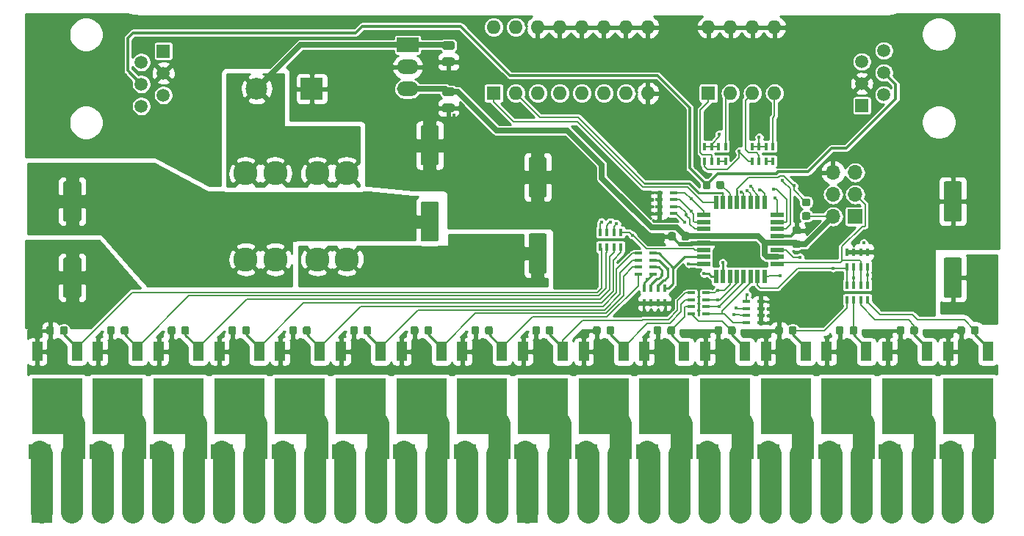
<source format=gbr>
G04 #@! TF.GenerationSoftware,KiCad,Pcbnew,(5.1.2)-2*
G04 #@! TF.CreationDate,2019-08-10T22:07:06-04:00*
G04 #@! TF.ProjectId,midi-solenoid-driver,6d696469-2d73-46f6-9c65-6e6f69642d64,rev?*
G04 #@! TF.SameCoordinates,Original*
G04 #@! TF.FileFunction,Copper,L1,Top*
G04 #@! TF.FilePolarity,Positive*
%FSLAX46Y46*%
G04 Gerber Fmt 4.6, Leading zero omitted, Abs format (unit mm)*
G04 Created by KiCad (PCBNEW (5.1.2)-2) date 2019-08-10 22:07:06*
%MOMM*%
%LPD*%
G04 APERTURE LIST*
%ADD10C,0.100000*%
%ADD11C,0.875000*%
%ADD12C,0.975000*%
%ADD13C,2.100000*%
%ADD14R,2.500000X1.800000*%
%ADD15C,2.780000*%
%ADD16R,1.200000X2.200000*%
%ADD17R,5.800000X6.400000*%
%ADD18R,0.900000X0.400000*%
%ADD19R,0.400000X0.900000*%
%ADD20R,1.600000X1.600000*%
%ADD21O,1.600000X1.600000*%
%ADD22R,1.600000X0.550000*%
%ADD23R,0.550000X1.600000*%
%ADD24R,2.500000X1.700000*%
%ADD25O,2.500000X1.700000*%
%ADD26R,1.700000X1.700000*%
%ADD27O,1.700000X1.700000*%
%ADD28C,1.520000*%
%ADD29R,1.520000X1.520000*%
%ADD30R,2.400000X2.400000*%
%ADD31C,2.400000*%
%ADD32R,2.500000X2.500000*%
%ADD33C,2.500000*%
%ADD34C,0.450000*%
%ADD35C,0.304800*%
%ADD36C,0.635000*%
%ADD37C,0.203200*%
%ADD38C,2.540000*%
%ADD39C,0.254000*%
%ADD40C,0.250000*%
G04 APERTURE END LIST*
D10*
G36*
X319492691Y-110905053D02*
G01*
X319513926Y-110908203D01*
X319534750Y-110913419D01*
X319554962Y-110920651D01*
X319574368Y-110929830D01*
X319592781Y-110940866D01*
X319610024Y-110953654D01*
X319625930Y-110968070D01*
X319640346Y-110983976D01*
X319653134Y-111001219D01*
X319664170Y-111019632D01*
X319673349Y-111039038D01*
X319680581Y-111059250D01*
X319685797Y-111080074D01*
X319688947Y-111101309D01*
X319690000Y-111122750D01*
X319690000Y-111635250D01*
X319688947Y-111656691D01*
X319685797Y-111677926D01*
X319680581Y-111698750D01*
X319673349Y-111718962D01*
X319664170Y-111738368D01*
X319653134Y-111756781D01*
X319640346Y-111774024D01*
X319625930Y-111789930D01*
X319610024Y-111804346D01*
X319592781Y-111817134D01*
X319574368Y-111828170D01*
X319554962Y-111837349D01*
X319534750Y-111844581D01*
X319513926Y-111849797D01*
X319492691Y-111852947D01*
X319471250Y-111854000D01*
X319033750Y-111854000D01*
X319012309Y-111852947D01*
X318991074Y-111849797D01*
X318970250Y-111844581D01*
X318950038Y-111837349D01*
X318930632Y-111828170D01*
X318912219Y-111817134D01*
X318894976Y-111804346D01*
X318879070Y-111789930D01*
X318864654Y-111774024D01*
X318851866Y-111756781D01*
X318840830Y-111738368D01*
X318831651Y-111718962D01*
X318824419Y-111698750D01*
X318819203Y-111677926D01*
X318816053Y-111656691D01*
X318815000Y-111635250D01*
X318815000Y-111122750D01*
X318816053Y-111101309D01*
X318819203Y-111080074D01*
X318824419Y-111059250D01*
X318831651Y-111039038D01*
X318840830Y-111019632D01*
X318851866Y-111001219D01*
X318864654Y-110983976D01*
X318879070Y-110968070D01*
X318894976Y-110953654D01*
X318912219Y-110940866D01*
X318930632Y-110929830D01*
X318950038Y-110920651D01*
X318970250Y-110913419D01*
X318991074Y-110908203D01*
X319012309Y-110905053D01*
X319033750Y-110904000D01*
X319471250Y-110904000D01*
X319492691Y-110905053D01*
X319492691Y-110905053D01*
G37*
D11*
X319252500Y-111379000D03*
D10*
G36*
X321067691Y-110905053D02*
G01*
X321088926Y-110908203D01*
X321109750Y-110913419D01*
X321129962Y-110920651D01*
X321149368Y-110929830D01*
X321167781Y-110940866D01*
X321185024Y-110953654D01*
X321200930Y-110968070D01*
X321215346Y-110983976D01*
X321228134Y-111001219D01*
X321239170Y-111019632D01*
X321248349Y-111039038D01*
X321255581Y-111059250D01*
X321260797Y-111080074D01*
X321263947Y-111101309D01*
X321265000Y-111122750D01*
X321265000Y-111635250D01*
X321263947Y-111656691D01*
X321260797Y-111677926D01*
X321255581Y-111698750D01*
X321248349Y-111718962D01*
X321239170Y-111738368D01*
X321228134Y-111756781D01*
X321215346Y-111774024D01*
X321200930Y-111789930D01*
X321185024Y-111804346D01*
X321167781Y-111817134D01*
X321149368Y-111828170D01*
X321129962Y-111837349D01*
X321109750Y-111844581D01*
X321088926Y-111849797D01*
X321067691Y-111852947D01*
X321046250Y-111854000D01*
X320608750Y-111854000D01*
X320587309Y-111852947D01*
X320566074Y-111849797D01*
X320545250Y-111844581D01*
X320525038Y-111837349D01*
X320505632Y-111828170D01*
X320487219Y-111817134D01*
X320469976Y-111804346D01*
X320454070Y-111789930D01*
X320439654Y-111774024D01*
X320426866Y-111756781D01*
X320415830Y-111738368D01*
X320406651Y-111718962D01*
X320399419Y-111698750D01*
X320394203Y-111677926D01*
X320391053Y-111656691D01*
X320390000Y-111635250D01*
X320390000Y-111122750D01*
X320391053Y-111101309D01*
X320394203Y-111080074D01*
X320399419Y-111059250D01*
X320406651Y-111039038D01*
X320415830Y-111019632D01*
X320426866Y-111001219D01*
X320439654Y-110983976D01*
X320454070Y-110968070D01*
X320469976Y-110953654D01*
X320487219Y-110940866D01*
X320505632Y-110929830D01*
X320525038Y-110920651D01*
X320545250Y-110913419D01*
X320566074Y-110908203D01*
X320587309Y-110905053D01*
X320608750Y-110904000D01*
X321046250Y-110904000D01*
X321067691Y-110905053D01*
X321067691Y-110905053D01*
G37*
D11*
X320827500Y-111379000D03*
D10*
G36*
X333906691Y-111857053D02*
G01*
X333927926Y-111860203D01*
X333948750Y-111865419D01*
X333968962Y-111872651D01*
X333988368Y-111881830D01*
X334006781Y-111892866D01*
X334024024Y-111905654D01*
X334039930Y-111920070D01*
X334054346Y-111935976D01*
X334067134Y-111953219D01*
X334078170Y-111971632D01*
X334087349Y-111991038D01*
X334094581Y-112011250D01*
X334099797Y-112032074D01*
X334102947Y-112053309D01*
X334104000Y-112074750D01*
X334104000Y-112512250D01*
X334102947Y-112533691D01*
X334099797Y-112554926D01*
X334094581Y-112575750D01*
X334087349Y-112595962D01*
X334078170Y-112615368D01*
X334067134Y-112633781D01*
X334054346Y-112651024D01*
X334039930Y-112666930D01*
X334024024Y-112681346D01*
X334006781Y-112694134D01*
X333988368Y-112705170D01*
X333968962Y-112714349D01*
X333948750Y-112721581D01*
X333927926Y-112726797D01*
X333906691Y-112729947D01*
X333885250Y-112731000D01*
X333372750Y-112731000D01*
X333351309Y-112729947D01*
X333330074Y-112726797D01*
X333309250Y-112721581D01*
X333289038Y-112714349D01*
X333269632Y-112705170D01*
X333251219Y-112694134D01*
X333233976Y-112681346D01*
X333218070Y-112666930D01*
X333203654Y-112651024D01*
X333190866Y-112633781D01*
X333179830Y-112615368D01*
X333170651Y-112595962D01*
X333163419Y-112575750D01*
X333158203Y-112554926D01*
X333155053Y-112533691D01*
X333154000Y-112512250D01*
X333154000Y-112074750D01*
X333155053Y-112053309D01*
X333158203Y-112032074D01*
X333163419Y-112011250D01*
X333170651Y-111991038D01*
X333179830Y-111971632D01*
X333190866Y-111953219D01*
X333203654Y-111935976D01*
X333218070Y-111920070D01*
X333233976Y-111905654D01*
X333251219Y-111892866D01*
X333269632Y-111881830D01*
X333289038Y-111872651D01*
X333309250Y-111865419D01*
X333330074Y-111860203D01*
X333351309Y-111857053D01*
X333372750Y-111856000D01*
X333885250Y-111856000D01*
X333906691Y-111857053D01*
X333906691Y-111857053D01*
G37*
D11*
X333629000Y-112293500D03*
D10*
G36*
X333906691Y-110282053D02*
G01*
X333927926Y-110285203D01*
X333948750Y-110290419D01*
X333968962Y-110297651D01*
X333988368Y-110306830D01*
X334006781Y-110317866D01*
X334024024Y-110330654D01*
X334039930Y-110345070D01*
X334054346Y-110360976D01*
X334067134Y-110378219D01*
X334078170Y-110396632D01*
X334087349Y-110416038D01*
X334094581Y-110436250D01*
X334099797Y-110457074D01*
X334102947Y-110478309D01*
X334104000Y-110499750D01*
X334104000Y-110937250D01*
X334102947Y-110958691D01*
X334099797Y-110979926D01*
X334094581Y-111000750D01*
X334087349Y-111020962D01*
X334078170Y-111040368D01*
X334067134Y-111058781D01*
X334054346Y-111076024D01*
X334039930Y-111091930D01*
X334024024Y-111106346D01*
X334006781Y-111119134D01*
X333988368Y-111130170D01*
X333968962Y-111139349D01*
X333948750Y-111146581D01*
X333927926Y-111151797D01*
X333906691Y-111154947D01*
X333885250Y-111156000D01*
X333372750Y-111156000D01*
X333351309Y-111154947D01*
X333330074Y-111151797D01*
X333309250Y-111146581D01*
X333289038Y-111139349D01*
X333269632Y-111130170D01*
X333251219Y-111119134D01*
X333233976Y-111106346D01*
X333218070Y-111091930D01*
X333203654Y-111076024D01*
X333190866Y-111058781D01*
X333179830Y-111040368D01*
X333170651Y-111020962D01*
X333163419Y-111000750D01*
X333158203Y-110979926D01*
X333155053Y-110958691D01*
X333154000Y-110937250D01*
X333154000Y-110499750D01*
X333155053Y-110478309D01*
X333158203Y-110457074D01*
X333163419Y-110436250D01*
X333170651Y-110416038D01*
X333179830Y-110396632D01*
X333190866Y-110378219D01*
X333203654Y-110360976D01*
X333218070Y-110345070D01*
X333233976Y-110330654D01*
X333251219Y-110317866D01*
X333269632Y-110306830D01*
X333289038Y-110297651D01*
X333309250Y-110290419D01*
X333330074Y-110285203D01*
X333351309Y-110282053D01*
X333372750Y-110281000D01*
X333885250Y-110281000D01*
X333906691Y-110282053D01*
X333906691Y-110282053D01*
G37*
D11*
X333629000Y-110718500D03*
D10*
G36*
X293977142Y-90748174D02*
G01*
X294000803Y-90751684D01*
X294024007Y-90757496D01*
X294046529Y-90765554D01*
X294068153Y-90775782D01*
X294088670Y-90788079D01*
X294107883Y-90802329D01*
X294125607Y-90818393D01*
X294141671Y-90836117D01*
X294155921Y-90855330D01*
X294168218Y-90875847D01*
X294178446Y-90897471D01*
X294186504Y-90919993D01*
X294192316Y-90943197D01*
X294195826Y-90966858D01*
X294197000Y-90990750D01*
X294197000Y-91478250D01*
X294195826Y-91502142D01*
X294192316Y-91525803D01*
X294186504Y-91549007D01*
X294178446Y-91571529D01*
X294168218Y-91593153D01*
X294155921Y-91613670D01*
X294141671Y-91632883D01*
X294125607Y-91650607D01*
X294107883Y-91666671D01*
X294088670Y-91680921D01*
X294068153Y-91693218D01*
X294046529Y-91703446D01*
X294024007Y-91711504D01*
X294000803Y-91717316D01*
X293977142Y-91720826D01*
X293953250Y-91722000D01*
X293040750Y-91722000D01*
X293016858Y-91720826D01*
X292993197Y-91717316D01*
X292969993Y-91711504D01*
X292947471Y-91703446D01*
X292925847Y-91693218D01*
X292905330Y-91680921D01*
X292886117Y-91666671D01*
X292868393Y-91650607D01*
X292852329Y-91632883D01*
X292838079Y-91613670D01*
X292825782Y-91593153D01*
X292815554Y-91571529D01*
X292807496Y-91549007D01*
X292801684Y-91525803D01*
X292798174Y-91502142D01*
X292797000Y-91478250D01*
X292797000Y-90990750D01*
X292798174Y-90966858D01*
X292801684Y-90943197D01*
X292807496Y-90919993D01*
X292815554Y-90897471D01*
X292825782Y-90875847D01*
X292838079Y-90855330D01*
X292852329Y-90836117D01*
X292868393Y-90818393D01*
X292886117Y-90802329D01*
X292905330Y-90788079D01*
X292925847Y-90775782D01*
X292947471Y-90765554D01*
X292969993Y-90757496D01*
X292993197Y-90751684D01*
X293016858Y-90748174D01*
X293040750Y-90747000D01*
X293953250Y-90747000D01*
X293977142Y-90748174D01*
X293977142Y-90748174D01*
G37*
D12*
X293497000Y-91234500D03*
D10*
G36*
X293977142Y-88873174D02*
G01*
X294000803Y-88876684D01*
X294024007Y-88882496D01*
X294046529Y-88890554D01*
X294068153Y-88900782D01*
X294088670Y-88913079D01*
X294107883Y-88927329D01*
X294125607Y-88943393D01*
X294141671Y-88961117D01*
X294155921Y-88980330D01*
X294168218Y-89000847D01*
X294178446Y-89022471D01*
X294186504Y-89044993D01*
X294192316Y-89068197D01*
X294195826Y-89091858D01*
X294197000Y-89115750D01*
X294197000Y-89603250D01*
X294195826Y-89627142D01*
X294192316Y-89650803D01*
X294186504Y-89674007D01*
X294178446Y-89696529D01*
X294168218Y-89718153D01*
X294155921Y-89738670D01*
X294141671Y-89757883D01*
X294125607Y-89775607D01*
X294107883Y-89791671D01*
X294088670Y-89805921D01*
X294068153Y-89818218D01*
X294046529Y-89828446D01*
X294024007Y-89836504D01*
X294000803Y-89842316D01*
X293977142Y-89845826D01*
X293953250Y-89847000D01*
X293040750Y-89847000D01*
X293016858Y-89845826D01*
X292993197Y-89842316D01*
X292969993Y-89836504D01*
X292947471Y-89828446D01*
X292925847Y-89818218D01*
X292905330Y-89805921D01*
X292886117Y-89791671D01*
X292868393Y-89775607D01*
X292852329Y-89757883D01*
X292838079Y-89738670D01*
X292825782Y-89718153D01*
X292815554Y-89696529D01*
X292807496Y-89674007D01*
X292801684Y-89650803D01*
X292798174Y-89627142D01*
X292797000Y-89603250D01*
X292797000Y-89115750D01*
X292798174Y-89091858D01*
X292801684Y-89068197D01*
X292807496Y-89044993D01*
X292815554Y-89022471D01*
X292825782Y-89000847D01*
X292838079Y-88980330D01*
X292852329Y-88961117D01*
X292868393Y-88943393D01*
X292886117Y-88927329D01*
X292905330Y-88913079D01*
X292925847Y-88900782D01*
X292947471Y-88890554D01*
X292969993Y-88882496D01*
X292993197Y-88876684D01*
X293016858Y-88873174D01*
X293040750Y-88872000D01*
X293953250Y-88872000D01*
X293977142Y-88873174D01*
X293977142Y-88873174D01*
G37*
D12*
X293497000Y-89359500D03*
D10*
G36*
X293977142Y-94207174D02*
G01*
X294000803Y-94210684D01*
X294024007Y-94216496D01*
X294046529Y-94224554D01*
X294068153Y-94234782D01*
X294088670Y-94247079D01*
X294107883Y-94261329D01*
X294125607Y-94277393D01*
X294141671Y-94295117D01*
X294155921Y-94314330D01*
X294168218Y-94334847D01*
X294178446Y-94356471D01*
X294186504Y-94378993D01*
X294192316Y-94402197D01*
X294195826Y-94425858D01*
X294197000Y-94449750D01*
X294197000Y-94937250D01*
X294195826Y-94961142D01*
X294192316Y-94984803D01*
X294186504Y-95008007D01*
X294178446Y-95030529D01*
X294168218Y-95052153D01*
X294155921Y-95072670D01*
X294141671Y-95091883D01*
X294125607Y-95109607D01*
X294107883Y-95125671D01*
X294088670Y-95139921D01*
X294068153Y-95152218D01*
X294046529Y-95162446D01*
X294024007Y-95170504D01*
X294000803Y-95176316D01*
X293977142Y-95179826D01*
X293953250Y-95181000D01*
X293040750Y-95181000D01*
X293016858Y-95179826D01*
X292993197Y-95176316D01*
X292969993Y-95170504D01*
X292947471Y-95162446D01*
X292925847Y-95152218D01*
X292905330Y-95139921D01*
X292886117Y-95125671D01*
X292868393Y-95109607D01*
X292852329Y-95091883D01*
X292838079Y-95072670D01*
X292825782Y-95052153D01*
X292815554Y-95030529D01*
X292807496Y-95008007D01*
X292801684Y-94984803D01*
X292798174Y-94961142D01*
X292797000Y-94937250D01*
X292797000Y-94449750D01*
X292798174Y-94425858D01*
X292801684Y-94402197D01*
X292807496Y-94378993D01*
X292815554Y-94356471D01*
X292825782Y-94334847D01*
X292838079Y-94314330D01*
X292852329Y-94295117D01*
X292868393Y-94277393D01*
X292886117Y-94261329D01*
X292905330Y-94247079D01*
X292925847Y-94234782D01*
X292947471Y-94224554D01*
X292969993Y-94216496D01*
X292993197Y-94210684D01*
X293016858Y-94207174D01*
X293040750Y-94206000D01*
X293953250Y-94206000D01*
X293977142Y-94207174D01*
X293977142Y-94207174D01*
G37*
D12*
X293497000Y-94693500D03*
D10*
G36*
X293977142Y-96082174D02*
G01*
X294000803Y-96085684D01*
X294024007Y-96091496D01*
X294046529Y-96099554D01*
X294068153Y-96109782D01*
X294088670Y-96122079D01*
X294107883Y-96136329D01*
X294125607Y-96152393D01*
X294141671Y-96170117D01*
X294155921Y-96189330D01*
X294168218Y-96209847D01*
X294178446Y-96231471D01*
X294186504Y-96253993D01*
X294192316Y-96277197D01*
X294195826Y-96300858D01*
X294197000Y-96324750D01*
X294197000Y-96812250D01*
X294195826Y-96836142D01*
X294192316Y-96859803D01*
X294186504Y-96883007D01*
X294178446Y-96905529D01*
X294168218Y-96927153D01*
X294155921Y-96947670D01*
X294141671Y-96966883D01*
X294125607Y-96984607D01*
X294107883Y-97000671D01*
X294088670Y-97014921D01*
X294068153Y-97027218D01*
X294046529Y-97037446D01*
X294024007Y-97045504D01*
X294000803Y-97051316D01*
X293977142Y-97054826D01*
X293953250Y-97056000D01*
X293040750Y-97056000D01*
X293016858Y-97054826D01*
X292993197Y-97051316D01*
X292969993Y-97045504D01*
X292947471Y-97037446D01*
X292925847Y-97027218D01*
X292905330Y-97014921D01*
X292886117Y-97000671D01*
X292868393Y-96984607D01*
X292852329Y-96966883D01*
X292838079Y-96947670D01*
X292825782Y-96927153D01*
X292815554Y-96905529D01*
X292807496Y-96883007D01*
X292801684Y-96859803D01*
X292798174Y-96836142D01*
X292797000Y-96812250D01*
X292797000Y-96324750D01*
X292798174Y-96300858D01*
X292801684Y-96277197D01*
X292807496Y-96253993D01*
X292815554Y-96231471D01*
X292825782Y-96209847D01*
X292838079Y-96189330D01*
X292852329Y-96170117D01*
X292868393Y-96152393D01*
X292886117Y-96136329D01*
X292905330Y-96122079D01*
X292925847Y-96109782D01*
X292947471Y-96099554D01*
X292969993Y-96091496D01*
X292993197Y-96085684D01*
X293016858Y-96082174D01*
X293040750Y-96081000D01*
X293953250Y-96081000D01*
X293977142Y-96082174D01*
X293977142Y-96082174D01*
G37*
D12*
X293497000Y-96568500D03*
D10*
G36*
X304608594Y-102267203D02*
G01*
X304632853Y-102270802D01*
X304656642Y-102276761D01*
X304679733Y-102285023D01*
X304701902Y-102295508D01*
X304722937Y-102308116D01*
X304742635Y-102322725D01*
X304760806Y-102339194D01*
X304777275Y-102357365D01*
X304791884Y-102377063D01*
X304804492Y-102398098D01*
X304814977Y-102420267D01*
X304823239Y-102443358D01*
X304829198Y-102467147D01*
X304832797Y-102491406D01*
X304834000Y-102515900D01*
X304834000Y-106616100D01*
X304832797Y-106640594D01*
X304829198Y-106664853D01*
X304823239Y-106688642D01*
X304814977Y-106711733D01*
X304804492Y-106733902D01*
X304791884Y-106754937D01*
X304777275Y-106774635D01*
X304760806Y-106792806D01*
X304742635Y-106809275D01*
X304722937Y-106823884D01*
X304701902Y-106836492D01*
X304679733Y-106846977D01*
X304656642Y-106855239D01*
X304632853Y-106861198D01*
X304608594Y-106864797D01*
X304584100Y-106866000D01*
X302983900Y-106866000D01*
X302959406Y-106864797D01*
X302935147Y-106861198D01*
X302911358Y-106855239D01*
X302888267Y-106846977D01*
X302866098Y-106836492D01*
X302845063Y-106823884D01*
X302825365Y-106809275D01*
X302807194Y-106792806D01*
X302790725Y-106774635D01*
X302776116Y-106754937D01*
X302763508Y-106733902D01*
X302753023Y-106711733D01*
X302744761Y-106688642D01*
X302738802Y-106664853D01*
X302735203Y-106640594D01*
X302734000Y-106616100D01*
X302734000Y-102515900D01*
X302735203Y-102491406D01*
X302738802Y-102467147D01*
X302744761Y-102443358D01*
X302753023Y-102420267D01*
X302763508Y-102398098D01*
X302776116Y-102377063D01*
X302790725Y-102357365D01*
X302807194Y-102339194D01*
X302825365Y-102322725D01*
X302845063Y-102308116D01*
X302866098Y-102295508D01*
X302888267Y-102285023D01*
X302911358Y-102276761D01*
X302935147Y-102270802D01*
X302959406Y-102267203D01*
X302983900Y-102266000D01*
X304584100Y-102266000D01*
X304608594Y-102267203D01*
X304608594Y-102267203D01*
G37*
D13*
X303784000Y-104566000D03*
D10*
G36*
X304608594Y-111067203D02*
G01*
X304632853Y-111070802D01*
X304656642Y-111076761D01*
X304679733Y-111085023D01*
X304701902Y-111095508D01*
X304722937Y-111108116D01*
X304742635Y-111122725D01*
X304760806Y-111139194D01*
X304777275Y-111157365D01*
X304791884Y-111177063D01*
X304804492Y-111198098D01*
X304814977Y-111220267D01*
X304823239Y-111243358D01*
X304829198Y-111267147D01*
X304832797Y-111291406D01*
X304834000Y-111315900D01*
X304834000Y-115416100D01*
X304832797Y-115440594D01*
X304829198Y-115464853D01*
X304823239Y-115488642D01*
X304814977Y-115511733D01*
X304804492Y-115533902D01*
X304791884Y-115554937D01*
X304777275Y-115574635D01*
X304760806Y-115592806D01*
X304742635Y-115609275D01*
X304722937Y-115623884D01*
X304701902Y-115636492D01*
X304679733Y-115646977D01*
X304656642Y-115655239D01*
X304632853Y-115661198D01*
X304608594Y-115664797D01*
X304584100Y-115666000D01*
X302983900Y-115666000D01*
X302959406Y-115664797D01*
X302935147Y-115661198D01*
X302911358Y-115655239D01*
X302888267Y-115646977D01*
X302866098Y-115636492D01*
X302845063Y-115623884D01*
X302825365Y-115609275D01*
X302807194Y-115592806D01*
X302790725Y-115574635D01*
X302776116Y-115554937D01*
X302763508Y-115533902D01*
X302753023Y-115511733D01*
X302744761Y-115488642D01*
X302738802Y-115464853D01*
X302735203Y-115440594D01*
X302734000Y-115416100D01*
X302734000Y-111315900D01*
X302735203Y-111291406D01*
X302738802Y-111267147D01*
X302744761Y-111243358D01*
X302753023Y-111220267D01*
X302763508Y-111198098D01*
X302776116Y-111177063D01*
X302790725Y-111157365D01*
X302807194Y-111139194D01*
X302825365Y-111122725D01*
X302845063Y-111108116D01*
X302866098Y-111095508D01*
X302888267Y-111085023D01*
X302911358Y-111076761D01*
X302935147Y-111070802D01*
X302959406Y-111067203D01*
X302983900Y-111066000D01*
X304584100Y-111066000D01*
X304608594Y-111067203D01*
X304608594Y-111067203D01*
G37*
D13*
X303784000Y-113366000D03*
D10*
G36*
X352458504Y-113857204D02*
G01*
X352482773Y-113860804D01*
X352506571Y-113866765D01*
X352529671Y-113875030D01*
X352551849Y-113885520D01*
X352572893Y-113898133D01*
X352592598Y-113912747D01*
X352610777Y-113929223D01*
X352627253Y-113947402D01*
X352641867Y-113967107D01*
X352654480Y-113988151D01*
X352664970Y-114010329D01*
X352673235Y-114033429D01*
X352679196Y-114057227D01*
X352682796Y-114081496D01*
X352684000Y-114106000D01*
X352684000Y-118206000D01*
X352682796Y-118230504D01*
X352679196Y-118254773D01*
X352673235Y-118278571D01*
X352664970Y-118301671D01*
X352654480Y-118323849D01*
X352641867Y-118344893D01*
X352627253Y-118364598D01*
X352610777Y-118382777D01*
X352592598Y-118399253D01*
X352572893Y-118413867D01*
X352551849Y-118426480D01*
X352529671Y-118436970D01*
X352506571Y-118445235D01*
X352482773Y-118451196D01*
X352458504Y-118454796D01*
X352434000Y-118456000D01*
X350834000Y-118456000D01*
X350809496Y-118454796D01*
X350785227Y-118451196D01*
X350761429Y-118445235D01*
X350738329Y-118436970D01*
X350716151Y-118426480D01*
X350695107Y-118413867D01*
X350675402Y-118399253D01*
X350657223Y-118382777D01*
X350640747Y-118364598D01*
X350626133Y-118344893D01*
X350613520Y-118323849D01*
X350603030Y-118301671D01*
X350594765Y-118278571D01*
X350588804Y-118254773D01*
X350585204Y-118230504D01*
X350584000Y-118206000D01*
X350584000Y-114106000D01*
X350585204Y-114081496D01*
X350588804Y-114057227D01*
X350594765Y-114033429D01*
X350603030Y-114010329D01*
X350613520Y-113988151D01*
X350626133Y-113967107D01*
X350640747Y-113947402D01*
X350657223Y-113929223D01*
X350675402Y-113912747D01*
X350695107Y-113898133D01*
X350716151Y-113885520D01*
X350738329Y-113875030D01*
X350761429Y-113866765D01*
X350785227Y-113860804D01*
X350809496Y-113857204D01*
X350834000Y-113856000D01*
X352434000Y-113856000D01*
X352458504Y-113857204D01*
X352458504Y-113857204D01*
G37*
D13*
X351634000Y-116156000D03*
D10*
G36*
X352458504Y-105057204D02*
G01*
X352482773Y-105060804D01*
X352506571Y-105066765D01*
X352529671Y-105075030D01*
X352551849Y-105085520D01*
X352572893Y-105098133D01*
X352592598Y-105112747D01*
X352610777Y-105129223D01*
X352627253Y-105147402D01*
X352641867Y-105167107D01*
X352654480Y-105188151D01*
X352664970Y-105210329D01*
X352673235Y-105233429D01*
X352679196Y-105257227D01*
X352682796Y-105281496D01*
X352684000Y-105306000D01*
X352684000Y-109406000D01*
X352682796Y-109430504D01*
X352679196Y-109454773D01*
X352673235Y-109478571D01*
X352664970Y-109501671D01*
X352654480Y-109523849D01*
X352641867Y-109544893D01*
X352627253Y-109564598D01*
X352610777Y-109582777D01*
X352592598Y-109599253D01*
X352572893Y-109613867D01*
X352551849Y-109626480D01*
X352529671Y-109636970D01*
X352506571Y-109645235D01*
X352482773Y-109651196D01*
X352458504Y-109654796D01*
X352434000Y-109656000D01*
X350834000Y-109656000D01*
X350809496Y-109654796D01*
X350785227Y-109651196D01*
X350761429Y-109645235D01*
X350738329Y-109636970D01*
X350716151Y-109626480D01*
X350695107Y-109613867D01*
X350675402Y-109599253D01*
X350657223Y-109582777D01*
X350640747Y-109564598D01*
X350626133Y-109544893D01*
X350613520Y-109523849D01*
X350603030Y-109501671D01*
X350594765Y-109478571D01*
X350588804Y-109454773D01*
X350585204Y-109430504D01*
X350584000Y-109406000D01*
X350584000Y-105306000D01*
X350585204Y-105281496D01*
X350588804Y-105257227D01*
X350594765Y-105233429D01*
X350603030Y-105210329D01*
X350613520Y-105188151D01*
X350626133Y-105167107D01*
X350640747Y-105147402D01*
X350657223Y-105129223D01*
X350675402Y-105112747D01*
X350695107Y-105098133D01*
X350716151Y-105085520D01*
X350738329Y-105075030D01*
X350761429Y-105066765D01*
X350785227Y-105060804D01*
X350809496Y-105057204D01*
X350834000Y-105056000D01*
X352434000Y-105056000D01*
X352458504Y-105057204D01*
X352458504Y-105057204D01*
G37*
D13*
X351634000Y-107356000D03*
D10*
G36*
X250958594Y-105057203D02*
G01*
X250982853Y-105060802D01*
X251006642Y-105066761D01*
X251029733Y-105075023D01*
X251051902Y-105085508D01*
X251072937Y-105098116D01*
X251092635Y-105112725D01*
X251110806Y-105129194D01*
X251127275Y-105147365D01*
X251141884Y-105167063D01*
X251154492Y-105188098D01*
X251164977Y-105210267D01*
X251173239Y-105233358D01*
X251179198Y-105257147D01*
X251182797Y-105281406D01*
X251184000Y-105305900D01*
X251184000Y-109406100D01*
X251182797Y-109430594D01*
X251179198Y-109454853D01*
X251173239Y-109478642D01*
X251164977Y-109501733D01*
X251154492Y-109523902D01*
X251141884Y-109544937D01*
X251127275Y-109564635D01*
X251110806Y-109582806D01*
X251092635Y-109599275D01*
X251072937Y-109613884D01*
X251051902Y-109626492D01*
X251029733Y-109636977D01*
X251006642Y-109645239D01*
X250982853Y-109651198D01*
X250958594Y-109654797D01*
X250934100Y-109656000D01*
X249333900Y-109656000D01*
X249309406Y-109654797D01*
X249285147Y-109651198D01*
X249261358Y-109645239D01*
X249238267Y-109636977D01*
X249216098Y-109626492D01*
X249195063Y-109613884D01*
X249175365Y-109599275D01*
X249157194Y-109582806D01*
X249140725Y-109564635D01*
X249126116Y-109544937D01*
X249113508Y-109523902D01*
X249103023Y-109501733D01*
X249094761Y-109478642D01*
X249088802Y-109454853D01*
X249085203Y-109430594D01*
X249084000Y-109406100D01*
X249084000Y-105305900D01*
X249085203Y-105281406D01*
X249088802Y-105257147D01*
X249094761Y-105233358D01*
X249103023Y-105210267D01*
X249113508Y-105188098D01*
X249126116Y-105167063D01*
X249140725Y-105147365D01*
X249157194Y-105129194D01*
X249175365Y-105112725D01*
X249195063Y-105098116D01*
X249216098Y-105085508D01*
X249238267Y-105075023D01*
X249261358Y-105066761D01*
X249285147Y-105060802D01*
X249309406Y-105057203D01*
X249333900Y-105056000D01*
X250934100Y-105056000D01*
X250958594Y-105057203D01*
X250958594Y-105057203D01*
G37*
D13*
X250134000Y-107356000D03*
D10*
G36*
X250958594Y-113857203D02*
G01*
X250982853Y-113860802D01*
X251006642Y-113866761D01*
X251029733Y-113875023D01*
X251051902Y-113885508D01*
X251072937Y-113898116D01*
X251092635Y-113912725D01*
X251110806Y-113929194D01*
X251127275Y-113947365D01*
X251141884Y-113967063D01*
X251154492Y-113988098D01*
X251164977Y-114010267D01*
X251173239Y-114033358D01*
X251179198Y-114057147D01*
X251182797Y-114081406D01*
X251184000Y-114105900D01*
X251184000Y-118206100D01*
X251182797Y-118230594D01*
X251179198Y-118254853D01*
X251173239Y-118278642D01*
X251164977Y-118301733D01*
X251154492Y-118323902D01*
X251141884Y-118344937D01*
X251127275Y-118364635D01*
X251110806Y-118382806D01*
X251092635Y-118399275D01*
X251072937Y-118413884D01*
X251051902Y-118426492D01*
X251029733Y-118436977D01*
X251006642Y-118445239D01*
X250982853Y-118451198D01*
X250958594Y-118454797D01*
X250934100Y-118456000D01*
X249333900Y-118456000D01*
X249309406Y-118454797D01*
X249285147Y-118451198D01*
X249261358Y-118445239D01*
X249238267Y-118436977D01*
X249216098Y-118426492D01*
X249195063Y-118413884D01*
X249175365Y-118399275D01*
X249157194Y-118382806D01*
X249140725Y-118364635D01*
X249126116Y-118344937D01*
X249113508Y-118323902D01*
X249103023Y-118301733D01*
X249094761Y-118278642D01*
X249088802Y-118254853D01*
X249085203Y-118230594D01*
X249084000Y-118206100D01*
X249084000Y-114105900D01*
X249085203Y-114081406D01*
X249088802Y-114057147D01*
X249094761Y-114033358D01*
X249103023Y-114010267D01*
X249113508Y-113988098D01*
X249126116Y-113967063D01*
X249140725Y-113947365D01*
X249157194Y-113929194D01*
X249175365Y-113912725D01*
X249195063Y-113898116D01*
X249216098Y-113885508D01*
X249238267Y-113875023D01*
X249261358Y-113866761D01*
X249285147Y-113860802D01*
X249309406Y-113857203D01*
X249333900Y-113856000D01*
X250934100Y-113856000D01*
X250958594Y-113857203D01*
X250958594Y-113857203D01*
G37*
D13*
X250134000Y-116156000D03*
D10*
G36*
X292162594Y-98584203D02*
G01*
X292186853Y-98587802D01*
X292210642Y-98593761D01*
X292233733Y-98602023D01*
X292255902Y-98612508D01*
X292276937Y-98625116D01*
X292296635Y-98639725D01*
X292314806Y-98656194D01*
X292331275Y-98674365D01*
X292345884Y-98694063D01*
X292358492Y-98715098D01*
X292368977Y-98737267D01*
X292377239Y-98760358D01*
X292383198Y-98784147D01*
X292386797Y-98808406D01*
X292388000Y-98832900D01*
X292388000Y-102933100D01*
X292386797Y-102957594D01*
X292383198Y-102981853D01*
X292377239Y-103005642D01*
X292368977Y-103028733D01*
X292358492Y-103050902D01*
X292345884Y-103071937D01*
X292331275Y-103091635D01*
X292314806Y-103109806D01*
X292296635Y-103126275D01*
X292276937Y-103140884D01*
X292255902Y-103153492D01*
X292233733Y-103163977D01*
X292210642Y-103172239D01*
X292186853Y-103178198D01*
X292162594Y-103181797D01*
X292138100Y-103183000D01*
X290537900Y-103183000D01*
X290513406Y-103181797D01*
X290489147Y-103178198D01*
X290465358Y-103172239D01*
X290442267Y-103163977D01*
X290420098Y-103153492D01*
X290399063Y-103140884D01*
X290379365Y-103126275D01*
X290361194Y-103109806D01*
X290344725Y-103091635D01*
X290330116Y-103071937D01*
X290317508Y-103050902D01*
X290307023Y-103028733D01*
X290298761Y-103005642D01*
X290292802Y-102981853D01*
X290289203Y-102957594D01*
X290288000Y-102933100D01*
X290288000Y-98832900D01*
X290289203Y-98808406D01*
X290292802Y-98784147D01*
X290298761Y-98760358D01*
X290307023Y-98737267D01*
X290317508Y-98715098D01*
X290330116Y-98694063D01*
X290344725Y-98674365D01*
X290361194Y-98656194D01*
X290379365Y-98639725D01*
X290399063Y-98625116D01*
X290420098Y-98612508D01*
X290442267Y-98602023D01*
X290465358Y-98593761D01*
X290489147Y-98587802D01*
X290513406Y-98584203D01*
X290537900Y-98583000D01*
X292138100Y-98583000D01*
X292162594Y-98584203D01*
X292162594Y-98584203D01*
G37*
D13*
X291338000Y-100883000D03*
D10*
G36*
X292162594Y-107384203D02*
G01*
X292186853Y-107387802D01*
X292210642Y-107393761D01*
X292233733Y-107402023D01*
X292255902Y-107412508D01*
X292276937Y-107425116D01*
X292296635Y-107439725D01*
X292314806Y-107456194D01*
X292331275Y-107474365D01*
X292345884Y-107494063D01*
X292358492Y-107515098D01*
X292368977Y-107537267D01*
X292377239Y-107560358D01*
X292383198Y-107584147D01*
X292386797Y-107608406D01*
X292388000Y-107632900D01*
X292388000Y-111733100D01*
X292386797Y-111757594D01*
X292383198Y-111781853D01*
X292377239Y-111805642D01*
X292368977Y-111828733D01*
X292358492Y-111850902D01*
X292345884Y-111871937D01*
X292331275Y-111891635D01*
X292314806Y-111909806D01*
X292296635Y-111926275D01*
X292276937Y-111940884D01*
X292255902Y-111953492D01*
X292233733Y-111963977D01*
X292210642Y-111972239D01*
X292186853Y-111978198D01*
X292162594Y-111981797D01*
X292138100Y-111983000D01*
X290537900Y-111983000D01*
X290513406Y-111981797D01*
X290489147Y-111978198D01*
X290465358Y-111972239D01*
X290442267Y-111963977D01*
X290420098Y-111953492D01*
X290399063Y-111940884D01*
X290379365Y-111926275D01*
X290361194Y-111909806D01*
X290344725Y-111891635D01*
X290330116Y-111871937D01*
X290317508Y-111850902D01*
X290307023Y-111828733D01*
X290298761Y-111805642D01*
X290292802Y-111781853D01*
X290289203Y-111757594D01*
X290288000Y-111733100D01*
X290288000Y-107632900D01*
X290289203Y-107608406D01*
X290292802Y-107584147D01*
X290298761Y-107560358D01*
X290307023Y-107537267D01*
X290317508Y-107515098D01*
X290330116Y-107494063D01*
X290344725Y-107474365D01*
X290361194Y-107456194D01*
X290379365Y-107439725D01*
X290399063Y-107425116D01*
X290420098Y-107412508D01*
X290442267Y-107402023D01*
X290465358Y-107393761D01*
X290489147Y-107387802D01*
X290513406Y-107384203D01*
X290537900Y-107383000D01*
X292138100Y-107383000D01*
X292162594Y-107384203D01*
X292162594Y-107384203D01*
G37*
D13*
X291338000Y-109683000D03*
D14*
X250384000Y-136256000D03*
X246384000Y-136256000D03*
X257384000Y-136256000D03*
X253384000Y-136256000D03*
X260384000Y-136256000D03*
X264384000Y-136256000D03*
X267384000Y-136256000D03*
X271384000Y-136256000D03*
X278384000Y-136256000D03*
X274384000Y-136256000D03*
X285384000Y-136256000D03*
X281384000Y-136256000D03*
X288384000Y-136256000D03*
X292384000Y-136256000D03*
X295384000Y-136256000D03*
X299384000Y-136256000D03*
X302384000Y-136256000D03*
X306384000Y-136256000D03*
X313384000Y-136256000D03*
X309384000Y-136256000D03*
X320384000Y-136256000D03*
X316384000Y-136256000D03*
X323384000Y-136256000D03*
X327384000Y-136256000D03*
X334384000Y-136256000D03*
X330384000Y-136256000D03*
X341384000Y-136256000D03*
X337384000Y-136256000D03*
X344384000Y-136256000D03*
X348384000Y-136256000D03*
X351384000Y-136256000D03*
X355384000Y-136256000D03*
D10*
G36*
X247836691Y-121782053D02*
G01*
X247857926Y-121785203D01*
X247878750Y-121790419D01*
X247898962Y-121797651D01*
X247918368Y-121806830D01*
X247936781Y-121817866D01*
X247954024Y-121830654D01*
X247969930Y-121845070D01*
X247984346Y-121860976D01*
X247997134Y-121878219D01*
X248008170Y-121896632D01*
X248017349Y-121916038D01*
X248024581Y-121936250D01*
X248029797Y-121957074D01*
X248032947Y-121978309D01*
X248034000Y-121999750D01*
X248034000Y-122512250D01*
X248032947Y-122533691D01*
X248029797Y-122554926D01*
X248024581Y-122575750D01*
X248017349Y-122595962D01*
X248008170Y-122615368D01*
X247997134Y-122633781D01*
X247984346Y-122651024D01*
X247969930Y-122666930D01*
X247954024Y-122681346D01*
X247936781Y-122694134D01*
X247918368Y-122705170D01*
X247898962Y-122714349D01*
X247878750Y-122721581D01*
X247857926Y-122726797D01*
X247836691Y-122729947D01*
X247815250Y-122731000D01*
X247377750Y-122731000D01*
X247356309Y-122729947D01*
X247335074Y-122726797D01*
X247314250Y-122721581D01*
X247294038Y-122714349D01*
X247274632Y-122705170D01*
X247256219Y-122694134D01*
X247238976Y-122681346D01*
X247223070Y-122666930D01*
X247208654Y-122651024D01*
X247195866Y-122633781D01*
X247184830Y-122615368D01*
X247175651Y-122595962D01*
X247168419Y-122575750D01*
X247163203Y-122554926D01*
X247160053Y-122533691D01*
X247159000Y-122512250D01*
X247159000Y-121999750D01*
X247160053Y-121978309D01*
X247163203Y-121957074D01*
X247168419Y-121936250D01*
X247175651Y-121916038D01*
X247184830Y-121896632D01*
X247195866Y-121878219D01*
X247208654Y-121860976D01*
X247223070Y-121845070D01*
X247238976Y-121830654D01*
X247256219Y-121817866D01*
X247274632Y-121806830D01*
X247294038Y-121797651D01*
X247314250Y-121790419D01*
X247335074Y-121785203D01*
X247356309Y-121782053D01*
X247377750Y-121781000D01*
X247815250Y-121781000D01*
X247836691Y-121782053D01*
X247836691Y-121782053D01*
G37*
D11*
X247596500Y-122256000D03*
D10*
G36*
X249411691Y-121782053D02*
G01*
X249432926Y-121785203D01*
X249453750Y-121790419D01*
X249473962Y-121797651D01*
X249493368Y-121806830D01*
X249511781Y-121817866D01*
X249529024Y-121830654D01*
X249544930Y-121845070D01*
X249559346Y-121860976D01*
X249572134Y-121878219D01*
X249583170Y-121896632D01*
X249592349Y-121916038D01*
X249599581Y-121936250D01*
X249604797Y-121957074D01*
X249607947Y-121978309D01*
X249609000Y-121999750D01*
X249609000Y-122512250D01*
X249607947Y-122533691D01*
X249604797Y-122554926D01*
X249599581Y-122575750D01*
X249592349Y-122595962D01*
X249583170Y-122615368D01*
X249572134Y-122633781D01*
X249559346Y-122651024D01*
X249544930Y-122666930D01*
X249529024Y-122681346D01*
X249511781Y-122694134D01*
X249493368Y-122705170D01*
X249473962Y-122714349D01*
X249453750Y-122721581D01*
X249432926Y-122726797D01*
X249411691Y-122729947D01*
X249390250Y-122731000D01*
X248952750Y-122731000D01*
X248931309Y-122729947D01*
X248910074Y-122726797D01*
X248889250Y-122721581D01*
X248869038Y-122714349D01*
X248849632Y-122705170D01*
X248831219Y-122694134D01*
X248813976Y-122681346D01*
X248798070Y-122666930D01*
X248783654Y-122651024D01*
X248770866Y-122633781D01*
X248759830Y-122615368D01*
X248750651Y-122595962D01*
X248743419Y-122575750D01*
X248738203Y-122554926D01*
X248735053Y-122533691D01*
X248734000Y-122512250D01*
X248734000Y-121999750D01*
X248735053Y-121978309D01*
X248738203Y-121957074D01*
X248743419Y-121936250D01*
X248750651Y-121916038D01*
X248759830Y-121896632D01*
X248770866Y-121878219D01*
X248783654Y-121860976D01*
X248798070Y-121845070D01*
X248813976Y-121830654D01*
X248831219Y-121817866D01*
X248849632Y-121806830D01*
X248869038Y-121797651D01*
X248889250Y-121790419D01*
X248910074Y-121785203D01*
X248931309Y-121782053D01*
X248952750Y-121781000D01*
X249390250Y-121781000D01*
X249411691Y-121782053D01*
X249411691Y-121782053D01*
G37*
D11*
X249171500Y-122256000D03*
D10*
G36*
X256411691Y-121782053D02*
G01*
X256432926Y-121785203D01*
X256453750Y-121790419D01*
X256473962Y-121797651D01*
X256493368Y-121806830D01*
X256511781Y-121817866D01*
X256529024Y-121830654D01*
X256544930Y-121845070D01*
X256559346Y-121860976D01*
X256572134Y-121878219D01*
X256583170Y-121896632D01*
X256592349Y-121916038D01*
X256599581Y-121936250D01*
X256604797Y-121957074D01*
X256607947Y-121978309D01*
X256609000Y-121999750D01*
X256609000Y-122512250D01*
X256607947Y-122533691D01*
X256604797Y-122554926D01*
X256599581Y-122575750D01*
X256592349Y-122595962D01*
X256583170Y-122615368D01*
X256572134Y-122633781D01*
X256559346Y-122651024D01*
X256544930Y-122666930D01*
X256529024Y-122681346D01*
X256511781Y-122694134D01*
X256493368Y-122705170D01*
X256473962Y-122714349D01*
X256453750Y-122721581D01*
X256432926Y-122726797D01*
X256411691Y-122729947D01*
X256390250Y-122731000D01*
X255952750Y-122731000D01*
X255931309Y-122729947D01*
X255910074Y-122726797D01*
X255889250Y-122721581D01*
X255869038Y-122714349D01*
X255849632Y-122705170D01*
X255831219Y-122694134D01*
X255813976Y-122681346D01*
X255798070Y-122666930D01*
X255783654Y-122651024D01*
X255770866Y-122633781D01*
X255759830Y-122615368D01*
X255750651Y-122595962D01*
X255743419Y-122575750D01*
X255738203Y-122554926D01*
X255735053Y-122533691D01*
X255734000Y-122512250D01*
X255734000Y-121999750D01*
X255735053Y-121978309D01*
X255738203Y-121957074D01*
X255743419Y-121936250D01*
X255750651Y-121916038D01*
X255759830Y-121896632D01*
X255770866Y-121878219D01*
X255783654Y-121860976D01*
X255798070Y-121845070D01*
X255813976Y-121830654D01*
X255831219Y-121817866D01*
X255849632Y-121806830D01*
X255869038Y-121797651D01*
X255889250Y-121790419D01*
X255910074Y-121785203D01*
X255931309Y-121782053D01*
X255952750Y-121781000D01*
X256390250Y-121781000D01*
X256411691Y-121782053D01*
X256411691Y-121782053D01*
G37*
D11*
X256171500Y-122256000D03*
D10*
G36*
X254836691Y-121782053D02*
G01*
X254857926Y-121785203D01*
X254878750Y-121790419D01*
X254898962Y-121797651D01*
X254918368Y-121806830D01*
X254936781Y-121817866D01*
X254954024Y-121830654D01*
X254969930Y-121845070D01*
X254984346Y-121860976D01*
X254997134Y-121878219D01*
X255008170Y-121896632D01*
X255017349Y-121916038D01*
X255024581Y-121936250D01*
X255029797Y-121957074D01*
X255032947Y-121978309D01*
X255034000Y-121999750D01*
X255034000Y-122512250D01*
X255032947Y-122533691D01*
X255029797Y-122554926D01*
X255024581Y-122575750D01*
X255017349Y-122595962D01*
X255008170Y-122615368D01*
X254997134Y-122633781D01*
X254984346Y-122651024D01*
X254969930Y-122666930D01*
X254954024Y-122681346D01*
X254936781Y-122694134D01*
X254918368Y-122705170D01*
X254898962Y-122714349D01*
X254878750Y-122721581D01*
X254857926Y-122726797D01*
X254836691Y-122729947D01*
X254815250Y-122731000D01*
X254377750Y-122731000D01*
X254356309Y-122729947D01*
X254335074Y-122726797D01*
X254314250Y-122721581D01*
X254294038Y-122714349D01*
X254274632Y-122705170D01*
X254256219Y-122694134D01*
X254238976Y-122681346D01*
X254223070Y-122666930D01*
X254208654Y-122651024D01*
X254195866Y-122633781D01*
X254184830Y-122615368D01*
X254175651Y-122595962D01*
X254168419Y-122575750D01*
X254163203Y-122554926D01*
X254160053Y-122533691D01*
X254159000Y-122512250D01*
X254159000Y-121999750D01*
X254160053Y-121978309D01*
X254163203Y-121957074D01*
X254168419Y-121936250D01*
X254175651Y-121916038D01*
X254184830Y-121896632D01*
X254195866Y-121878219D01*
X254208654Y-121860976D01*
X254223070Y-121845070D01*
X254238976Y-121830654D01*
X254256219Y-121817866D01*
X254274632Y-121806830D01*
X254294038Y-121797651D01*
X254314250Y-121790419D01*
X254335074Y-121785203D01*
X254356309Y-121782053D01*
X254377750Y-121781000D01*
X254815250Y-121781000D01*
X254836691Y-121782053D01*
X254836691Y-121782053D01*
G37*
D11*
X254596500Y-122256000D03*
D10*
G36*
X263411691Y-121782053D02*
G01*
X263432926Y-121785203D01*
X263453750Y-121790419D01*
X263473962Y-121797651D01*
X263493368Y-121806830D01*
X263511781Y-121817866D01*
X263529024Y-121830654D01*
X263544930Y-121845070D01*
X263559346Y-121860976D01*
X263572134Y-121878219D01*
X263583170Y-121896632D01*
X263592349Y-121916038D01*
X263599581Y-121936250D01*
X263604797Y-121957074D01*
X263607947Y-121978309D01*
X263609000Y-121999750D01*
X263609000Y-122512250D01*
X263607947Y-122533691D01*
X263604797Y-122554926D01*
X263599581Y-122575750D01*
X263592349Y-122595962D01*
X263583170Y-122615368D01*
X263572134Y-122633781D01*
X263559346Y-122651024D01*
X263544930Y-122666930D01*
X263529024Y-122681346D01*
X263511781Y-122694134D01*
X263493368Y-122705170D01*
X263473962Y-122714349D01*
X263453750Y-122721581D01*
X263432926Y-122726797D01*
X263411691Y-122729947D01*
X263390250Y-122731000D01*
X262952750Y-122731000D01*
X262931309Y-122729947D01*
X262910074Y-122726797D01*
X262889250Y-122721581D01*
X262869038Y-122714349D01*
X262849632Y-122705170D01*
X262831219Y-122694134D01*
X262813976Y-122681346D01*
X262798070Y-122666930D01*
X262783654Y-122651024D01*
X262770866Y-122633781D01*
X262759830Y-122615368D01*
X262750651Y-122595962D01*
X262743419Y-122575750D01*
X262738203Y-122554926D01*
X262735053Y-122533691D01*
X262734000Y-122512250D01*
X262734000Y-121999750D01*
X262735053Y-121978309D01*
X262738203Y-121957074D01*
X262743419Y-121936250D01*
X262750651Y-121916038D01*
X262759830Y-121896632D01*
X262770866Y-121878219D01*
X262783654Y-121860976D01*
X262798070Y-121845070D01*
X262813976Y-121830654D01*
X262831219Y-121817866D01*
X262849632Y-121806830D01*
X262869038Y-121797651D01*
X262889250Y-121790419D01*
X262910074Y-121785203D01*
X262931309Y-121782053D01*
X262952750Y-121781000D01*
X263390250Y-121781000D01*
X263411691Y-121782053D01*
X263411691Y-121782053D01*
G37*
D11*
X263171500Y-122256000D03*
D10*
G36*
X261836691Y-121782053D02*
G01*
X261857926Y-121785203D01*
X261878750Y-121790419D01*
X261898962Y-121797651D01*
X261918368Y-121806830D01*
X261936781Y-121817866D01*
X261954024Y-121830654D01*
X261969930Y-121845070D01*
X261984346Y-121860976D01*
X261997134Y-121878219D01*
X262008170Y-121896632D01*
X262017349Y-121916038D01*
X262024581Y-121936250D01*
X262029797Y-121957074D01*
X262032947Y-121978309D01*
X262034000Y-121999750D01*
X262034000Y-122512250D01*
X262032947Y-122533691D01*
X262029797Y-122554926D01*
X262024581Y-122575750D01*
X262017349Y-122595962D01*
X262008170Y-122615368D01*
X261997134Y-122633781D01*
X261984346Y-122651024D01*
X261969930Y-122666930D01*
X261954024Y-122681346D01*
X261936781Y-122694134D01*
X261918368Y-122705170D01*
X261898962Y-122714349D01*
X261878750Y-122721581D01*
X261857926Y-122726797D01*
X261836691Y-122729947D01*
X261815250Y-122731000D01*
X261377750Y-122731000D01*
X261356309Y-122729947D01*
X261335074Y-122726797D01*
X261314250Y-122721581D01*
X261294038Y-122714349D01*
X261274632Y-122705170D01*
X261256219Y-122694134D01*
X261238976Y-122681346D01*
X261223070Y-122666930D01*
X261208654Y-122651024D01*
X261195866Y-122633781D01*
X261184830Y-122615368D01*
X261175651Y-122595962D01*
X261168419Y-122575750D01*
X261163203Y-122554926D01*
X261160053Y-122533691D01*
X261159000Y-122512250D01*
X261159000Y-121999750D01*
X261160053Y-121978309D01*
X261163203Y-121957074D01*
X261168419Y-121936250D01*
X261175651Y-121916038D01*
X261184830Y-121896632D01*
X261195866Y-121878219D01*
X261208654Y-121860976D01*
X261223070Y-121845070D01*
X261238976Y-121830654D01*
X261256219Y-121817866D01*
X261274632Y-121806830D01*
X261294038Y-121797651D01*
X261314250Y-121790419D01*
X261335074Y-121785203D01*
X261356309Y-121782053D01*
X261377750Y-121781000D01*
X261815250Y-121781000D01*
X261836691Y-121782053D01*
X261836691Y-121782053D01*
G37*
D11*
X261596500Y-122256000D03*
D10*
G36*
X268836691Y-121782053D02*
G01*
X268857926Y-121785203D01*
X268878750Y-121790419D01*
X268898962Y-121797651D01*
X268918368Y-121806830D01*
X268936781Y-121817866D01*
X268954024Y-121830654D01*
X268969930Y-121845070D01*
X268984346Y-121860976D01*
X268997134Y-121878219D01*
X269008170Y-121896632D01*
X269017349Y-121916038D01*
X269024581Y-121936250D01*
X269029797Y-121957074D01*
X269032947Y-121978309D01*
X269034000Y-121999750D01*
X269034000Y-122512250D01*
X269032947Y-122533691D01*
X269029797Y-122554926D01*
X269024581Y-122575750D01*
X269017349Y-122595962D01*
X269008170Y-122615368D01*
X268997134Y-122633781D01*
X268984346Y-122651024D01*
X268969930Y-122666930D01*
X268954024Y-122681346D01*
X268936781Y-122694134D01*
X268918368Y-122705170D01*
X268898962Y-122714349D01*
X268878750Y-122721581D01*
X268857926Y-122726797D01*
X268836691Y-122729947D01*
X268815250Y-122731000D01*
X268377750Y-122731000D01*
X268356309Y-122729947D01*
X268335074Y-122726797D01*
X268314250Y-122721581D01*
X268294038Y-122714349D01*
X268274632Y-122705170D01*
X268256219Y-122694134D01*
X268238976Y-122681346D01*
X268223070Y-122666930D01*
X268208654Y-122651024D01*
X268195866Y-122633781D01*
X268184830Y-122615368D01*
X268175651Y-122595962D01*
X268168419Y-122575750D01*
X268163203Y-122554926D01*
X268160053Y-122533691D01*
X268159000Y-122512250D01*
X268159000Y-121999750D01*
X268160053Y-121978309D01*
X268163203Y-121957074D01*
X268168419Y-121936250D01*
X268175651Y-121916038D01*
X268184830Y-121896632D01*
X268195866Y-121878219D01*
X268208654Y-121860976D01*
X268223070Y-121845070D01*
X268238976Y-121830654D01*
X268256219Y-121817866D01*
X268274632Y-121806830D01*
X268294038Y-121797651D01*
X268314250Y-121790419D01*
X268335074Y-121785203D01*
X268356309Y-121782053D01*
X268377750Y-121781000D01*
X268815250Y-121781000D01*
X268836691Y-121782053D01*
X268836691Y-121782053D01*
G37*
D11*
X268596500Y-122256000D03*
D10*
G36*
X270411691Y-121782053D02*
G01*
X270432926Y-121785203D01*
X270453750Y-121790419D01*
X270473962Y-121797651D01*
X270493368Y-121806830D01*
X270511781Y-121817866D01*
X270529024Y-121830654D01*
X270544930Y-121845070D01*
X270559346Y-121860976D01*
X270572134Y-121878219D01*
X270583170Y-121896632D01*
X270592349Y-121916038D01*
X270599581Y-121936250D01*
X270604797Y-121957074D01*
X270607947Y-121978309D01*
X270609000Y-121999750D01*
X270609000Y-122512250D01*
X270607947Y-122533691D01*
X270604797Y-122554926D01*
X270599581Y-122575750D01*
X270592349Y-122595962D01*
X270583170Y-122615368D01*
X270572134Y-122633781D01*
X270559346Y-122651024D01*
X270544930Y-122666930D01*
X270529024Y-122681346D01*
X270511781Y-122694134D01*
X270493368Y-122705170D01*
X270473962Y-122714349D01*
X270453750Y-122721581D01*
X270432926Y-122726797D01*
X270411691Y-122729947D01*
X270390250Y-122731000D01*
X269952750Y-122731000D01*
X269931309Y-122729947D01*
X269910074Y-122726797D01*
X269889250Y-122721581D01*
X269869038Y-122714349D01*
X269849632Y-122705170D01*
X269831219Y-122694134D01*
X269813976Y-122681346D01*
X269798070Y-122666930D01*
X269783654Y-122651024D01*
X269770866Y-122633781D01*
X269759830Y-122615368D01*
X269750651Y-122595962D01*
X269743419Y-122575750D01*
X269738203Y-122554926D01*
X269735053Y-122533691D01*
X269734000Y-122512250D01*
X269734000Y-121999750D01*
X269735053Y-121978309D01*
X269738203Y-121957074D01*
X269743419Y-121936250D01*
X269750651Y-121916038D01*
X269759830Y-121896632D01*
X269770866Y-121878219D01*
X269783654Y-121860976D01*
X269798070Y-121845070D01*
X269813976Y-121830654D01*
X269831219Y-121817866D01*
X269849632Y-121806830D01*
X269869038Y-121797651D01*
X269889250Y-121790419D01*
X269910074Y-121785203D01*
X269931309Y-121782053D01*
X269952750Y-121781000D01*
X270390250Y-121781000D01*
X270411691Y-121782053D01*
X270411691Y-121782053D01*
G37*
D11*
X270171500Y-122256000D03*
D10*
G36*
X275836691Y-121782053D02*
G01*
X275857926Y-121785203D01*
X275878750Y-121790419D01*
X275898962Y-121797651D01*
X275918368Y-121806830D01*
X275936781Y-121817866D01*
X275954024Y-121830654D01*
X275969930Y-121845070D01*
X275984346Y-121860976D01*
X275997134Y-121878219D01*
X276008170Y-121896632D01*
X276017349Y-121916038D01*
X276024581Y-121936250D01*
X276029797Y-121957074D01*
X276032947Y-121978309D01*
X276034000Y-121999750D01*
X276034000Y-122512250D01*
X276032947Y-122533691D01*
X276029797Y-122554926D01*
X276024581Y-122575750D01*
X276017349Y-122595962D01*
X276008170Y-122615368D01*
X275997134Y-122633781D01*
X275984346Y-122651024D01*
X275969930Y-122666930D01*
X275954024Y-122681346D01*
X275936781Y-122694134D01*
X275918368Y-122705170D01*
X275898962Y-122714349D01*
X275878750Y-122721581D01*
X275857926Y-122726797D01*
X275836691Y-122729947D01*
X275815250Y-122731000D01*
X275377750Y-122731000D01*
X275356309Y-122729947D01*
X275335074Y-122726797D01*
X275314250Y-122721581D01*
X275294038Y-122714349D01*
X275274632Y-122705170D01*
X275256219Y-122694134D01*
X275238976Y-122681346D01*
X275223070Y-122666930D01*
X275208654Y-122651024D01*
X275195866Y-122633781D01*
X275184830Y-122615368D01*
X275175651Y-122595962D01*
X275168419Y-122575750D01*
X275163203Y-122554926D01*
X275160053Y-122533691D01*
X275159000Y-122512250D01*
X275159000Y-121999750D01*
X275160053Y-121978309D01*
X275163203Y-121957074D01*
X275168419Y-121936250D01*
X275175651Y-121916038D01*
X275184830Y-121896632D01*
X275195866Y-121878219D01*
X275208654Y-121860976D01*
X275223070Y-121845070D01*
X275238976Y-121830654D01*
X275256219Y-121817866D01*
X275274632Y-121806830D01*
X275294038Y-121797651D01*
X275314250Y-121790419D01*
X275335074Y-121785203D01*
X275356309Y-121782053D01*
X275377750Y-121781000D01*
X275815250Y-121781000D01*
X275836691Y-121782053D01*
X275836691Y-121782053D01*
G37*
D11*
X275596500Y-122256000D03*
D10*
G36*
X277411691Y-121782053D02*
G01*
X277432926Y-121785203D01*
X277453750Y-121790419D01*
X277473962Y-121797651D01*
X277493368Y-121806830D01*
X277511781Y-121817866D01*
X277529024Y-121830654D01*
X277544930Y-121845070D01*
X277559346Y-121860976D01*
X277572134Y-121878219D01*
X277583170Y-121896632D01*
X277592349Y-121916038D01*
X277599581Y-121936250D01*
X277604797Y-121957074D01*
X277607947Y-121978309D01*
X277609000Y-121999750D01*
X277609000Y-122512250D01*
X277607947Y-122533691D01*
X277604797Y-122554926D01*
X277599581Y-122575750D01*
X277592349Y-122595962D01*
X277583170Y-122615368D01*
X277572134Y-122633781D01*
X277559346Y-122651024D01*
X277544930Y-122666930D01*
X277529024Y-122681346D01*
X277511781Y-122694134D01*
X277493368Y-122705170D01*
X277473962Y-122714349D01*
X277453750Y-122721581D01*
X277432926Y-122726797D01*
X277411691Y-122729947D01*
X277390250Y-122731000D01*
X276952750Y-122731000D01*
X276931309Y-122729947D01*
X276910074Y-122726797D01*
X276889250Y-122721581D01*
X276869038Y-122714349D01*
X276849632Y-122705170D01*
X276831219Y-122694134D01*
X276813976Y-122681346D01*
X276798070Y-122666930D01*
X276783654Y-122651024D01*
X276770866Y-122633781D01*
X276759830Y-122615368D01*
X276750651Y-122595962D01*
X276743419Y-122575750D01*
X276738203Y-122554926D01*
X276735053Y-122533691D01*
X276734000Y-122512250D01*
X276734000Y-121999750D01*
X276735053Y-121978309D01*
X276738203Y-121957074D01*
X276743419Y-121936250D01*
X276750651Y-121916038D01*
X276759830Y-121896632D01*
X276770866Y-121878219D01*
X276783654Y-121860976D01*
X276798070Y-121845070D01*
X276813976Y-121830654D01*
X276831219Y-121817866D01*
X276849632Y-121806830D01*
X276869038Y-121797651D01*
X276889250Y-121790419D01*
X276910074Y-121785203D01*
X276931309Y-121782053D01*
X276952750Y-121781000D01*
X277390250Y-121781000D01*
X277411691Y-121782053D01*
X277411691Y-121782053D01*
G37*
D11*
X277171500Y-122256000D03*
D10*
G36*
X284411691Y-121782053D02*
G01*
X284432926Y-121785203D01*
X284453750Y-121790419D01*
X284473962Y-121797651D01*
X284493368Y-121806830D01*
X284511781Y-121817866D01*
X284529024Y-121830654D01*
X284544930Y-121845070D01*
X284559346Y-121860976D01*
X284572134Y-121878219D01*
X284583170Y-121896632D01*
X284592349Y-121916038D01*
X284599581Y-121936250D01*
X284604797Y-121957074D01*
X284607947Y-121978309D01*
X284609000Y-121999750D01*
X284609000Y-122512250D01*
X284607947Y-122533691D01*
X284604797Y-122554926D01*
X284599581Y-122575750D01*
X284592349Y-122595962D01*
X284583170Y-122615368D01*
X284572134Y-122633781D01*
X284559346Y-122651024D01*
X284544930Y-122666930D01*
X284529024Y-122681346D01*
X284511781Y-122694134D01*
X284493368Y-122705170D01*
X284473962Y-122714349D01*
X284453750Y-122721581D01*
X284432926Y-122726797D01*
X284411691Y-122729947D01*
X284390250Y-122731000D01*
X283952750Y-122731000D01*
X283931309Y-122729947D01*
X283910074Y-122726797D01*
X283889250Y-122721581D01*
X283869038Y-122714349D01*
X283849632Y-122705170D01*
X283831219Y-122694134D01*
X283813976Y-122681346D01*
X283798070Y-122666930D01*
X283783654Y-122651024D01*
X283770866Y-122633781D01*
X283759830Y-122615368D01*
X283750651Y-122595962D01*
X283743419Y-122575750D01*
X283738203Y-122554926D01*
X283735053Y-122533691D01*
X283734000Y-122512250D01*
X283734000Y-121999750D01*
X283735053Y-121978309D01*
X283738203Y-121957074D01*
X283743419Y-121936250D01*
X283750651Y-121916038D01*
X283759830Y-121896632D01*
X283770866Y-121878219D01*
X283783654Y-121860976D01*
X283798070Y-121845070D01*
X283813976Y-121830654D01*
X283831219Y-121817866D01*
X283849632Y-121806830D01*
X283869038Y-121797651D01*
X283889250Y-121790419D01*
X283910074Y-121785203D01*
X283931309Y-121782053D01*
X283952750Y-121781000D01*
X284390250Y-121781000D01*
X284411691Y-121782053D01*
X284411691Y-121782053D01*
G37*
D11*
X284171500Y-122256000D03*
D10*
G36*
X282836691Y-121782053D02*
G01*
X282857926Y-121785203D01*
X282878750Y-121790419D01*
X282898962Y-121797651D01*
X282918368Y-121806830D01*
X282936781Y-121817866D01*
X282954024Y-121830654D01*
X282969930Y-121845070D01*
X282984346Y-121860976D01*
X282997134Y-121878219D01*
X283008170Y-121896632D01*
X283017349Y-121916038D01*
X283024581Y-121936250D01*
X283029797Y-121957074D01*
X283032947Y-121978309D01*
X283034000Y-121999750D01*
X283034000Y-122512250D01*
X283032947Y-122533691D01*
X283029797Y-122554926D01*
X283024581Y-122575750D01*
X283017349Y-122595962D01*
X283008170Y-122615368D01*
X282997134Y-122633781D01*
X282984346Y-122651024D01*
X282969930Y-122666930D01*
X282954024Y-122681346D01*
X282936781Y-122694134D01*
X282918368Y-122705170D01*
X282898962Y-122714349D01*
X282878750Y-122721581D01*
X282857926Y-122726797D01*
X282836691Y-122729947D01*
X282815250Y-122731000D01*
X282377750Y-122731000D01*
X282356309Y-122729947D01*
X282335074Y-122726797D01*
X282314250Y-122721581D01*
X282294038Y-122714349D01*
X282274632Y-122705170D01*
X282256219Y-122694134D01*
X282238976Y-122681346D01*
X282223070Y-122666930D01*
X282208654Y-122651024D01*
X282195866Y-122633781D01*
X282184830Y-122615368D01*
X282175651Y-122595962D01*
X282168419Y-122575750D01*
X282163203Y-122554926D01*
X282160053Y-122533691D01*
X282159000Y-122512250D01*
X282159000Y-121999750D01*
X282160053Y-121978309D01*
X282163203Y-121957074D01*
X282168419Y-121936250D01*
X282175651Y-121916038D01*
X282184830Y-121896632D01*
X282195866Y-121878219D01*
X282208654Y-121860976D01*
X282223070Y-121845070D01*
X282238976Y-121830654D01*
X282256219Y-121817866D01*
X282274632Y-121806830D01*
X282294038Y-121797651D01*
X282314250Y-121790419D01*
X282335074Y-121785203D01*
X282356309Y-121782053D01*
X282377750Y-121781000D01*
X282815250Y-121781000D01*
X282836691Y-121782053D01*
X282836691Y-121782053D01*
G37*
D11*
X282596500Y-122256000D03*
D10*
G36*
X291411691Y-121782053D02*
G01*
X291432926Y-121785203D01*
X291453750Y-121790419D01*
X291473962Y-121797651D01*
X291493368Y-121806830D01*
X291511781Y-121817866D01*
X291529024Y-121830654D01*
X291544930Y-121845070D01*
X291559346Y-121860976D01*
X291572134Y-121878219D01*
X291583170Y-121896632D01*
X291592349Y-121916038D01*
X291599581Y-121936250D01*
X291604797Y-121957074D01*
X291607947Y-121978309D01*
X291609000Y-121999750D01*
X291609000Y-122512250D01*
X291607947Y-122533691D01*
X291604797Y-122554926D01*
X291599581Y-122575750D01*
X291592349Y-122595962D01*
X291583170Y-122615368D01*
X291572134Y-122633781D01*
X291559346Y-122651024D01*
X291544930Y-122666930D01*
X291529024Y-122681346D01*
X291511781Y-122694134D01*
X291493368Y-122705170D01*
X291473962Y-122714349D01*
X291453750Y-122721581D01*
X291432926Y-122726797D01*
X291411691Y-122729947D01*
X291390250Y-122731000D01*
X290952750Y-122731000D01*
X290931309Y-122729947D01*
X290910074Y-122726797D01*
X290889250Y-122721581D01*
X290869038Y-122714349D01*
X290849632Y-122705170D01*
X290831219Y-122694134D01*
X290813976Y-122681346D01*
X290798070Y-122666930D01*
X290783654Y-122651024D01*
X290770866Y-122633781D01*
X290759830Y-122615368D01*
X290750651Y-122595962D01*
X290743419Y-122575750D01*
X290738203Y-122554926D01*
X290735053Y-122533691D01*
X290734000Y-122512250D01*
X290734000Y-121999750D01*
X290735053Y-121978309D01*
X290738203Y-121957074D01*
X290743419Y-121936250D01*
X290750651Y-121916038D01*
X290759830Y-121896632D01*
X290770866Y-121878219D01*
X290783654Y-121860976D01*
X290798070Y-121845070D01*
X290813976Y-121830654D01*
X290831219Y-121817866D01*
X290849632Y-121806830D01*
X290869038Y-121797651D01*
X290889250Y-121790419D01*
X290910074Y-121785203D01*
X290931309Y-121782053D01*
X290952750Y-121781000D01*
X291390250Y-121781000D01*
X291411691Y-121782053D01*
X291411691Y-121782053D01*
G37*
D11*
X291171500Y-122256000D03*
D10*
G36*
X289836691Y-121782053D02*
G01*
X289857926Y-121785203D01*
X289878750Y-121790419D01*
X289898962Y-121797651D01*
X289918368Y-121806830D01*
X289936781Y-121817866D01*
X289954024Y-121830654D01*
X289969930Y-121845070D01*
X289984346Y-121860976D01*
X289997134Y-121878219D01*
X290008170Y-121896632D01*
X290017349Y-121916038D01*
X290024581Y-121936250D01*
X290029797Y-121957074D01*
X290032947Y-121978309D01*
X290034000Y-121999750D01*
X290034000Y-122512250D01*
X290032947Y-122533691D01*
X290029797Y-122554926D01*
X290024581Y-122575750D01*
X290017349Y-122595962D01*
X290008170Y-122615368D01*
X289997134Y-122633781D01*
X289984346Y-122651024D01*
X289969930Y-122666930D01*
X289954024Y-122681346D01*
X289936781Y-122694134D01*
X289918368Y-122705170D01*
X289898962Y-122714349D01*
X289878750Y-122721581D01*
X289857926Y-122726797D01*
X289836691Y-122729947D01*
X289815250Y-122731000D01*
X289377750Y-122731000D01*
X289356309Y-122729947D01*
X289335074Y-122726797D01*
X289314250Y-122721581D01*
X289294038Y-122714349D01*
X289274632Y-122705170D01*
X289256219Y-122694134D01*
X289238976Y-122681346D01*
X289223070Y-122666930D01*
X289208654Y-122651024D01*
X289195866Y-122633781D01*
X289184830Y-122615368D01*
X289175651Y-122595962D01*
X289168419Y-122575750D01*
X289163203Y-122554926D01*
X289160053Y-122533691D01*
X289159000Y-122512250D01*
X289159000Y-121999750D01*
X289160053Y-121978309D01*
X289163203Y-121957074D01*
X289168419Y-121936250D01*
X289175651Y-121916038D01*
X289184830Y-121896632D01*
X289195866Y-121878219D01*
X289208654Y-121860976D01*
X289223070Y-121845070D01*
X289238976Y-121830654D01*
X289256219Y-121817866D01*
X289274632Y-121806830D01*
X289294038Y-121797651D01*
X289314250Y-121790419D01*
X289335074Y-121785203D01*
X289356309Y-121782053D01*
X289377750Y-121781000D01*
X289815250Y-121781000D01*
X289836691Y-121782053D01*
X289836691Y-121782053D01*
G37*
D11*
X289596500Y-122256000D03*
D10*
G36*
X296836691Y-121782053D02*
G01*
X296857926Y-121785203D01*
X296878750Y-121790419D01*
X296898962Y-121797651D01*
X296918368Y-121806830D01*
X296936781Y-121817866D01*
X296954024Y-121830654D01*
X296969930Y-121845070D01*
X296984346Y-121860976D01*
X296997134Y-121878219D01*
X297008170Y-121896632D01*
X297017349Y-121916038D01*
X297024581Y-121936250D01*
X297029797Y-121957074D01*
X297032947Y-121978309D01*
X297034000Y-121999750D01*
X297034000Y-122512250D01*
X297032947Y-122533691D01*
X297029797Y-122554926D01*
X297024581Y-122575750D01*
X297017349Y-122595962D01*
X297008170Y-122615368D01*
X296997134Y-122633781D01*
X296984346Y-122651024D01*
X296969930Y-122666930D01*
X296954024Y-122681346D01*
X296936781Y-122694134D01*
X296918368Y-122705170D01*
X296898962Y-122714349D01*
X296878750Y-122721581D01*
X296857926Y-122726797D01*
X296836691Y-122729947D01*
X296815250Y-122731000D01*
X296377750Y-122731000D01*
X296356309Y-122729947D01*
X296335074Y-122726797D01*
X296314250Y-122721581D01*
X296294038Y-122714349D01*
X296274632Y-122705170D01*
X296256219Y-122694134D01*
X296238976Y-122681346D01*
X296223070Y-122666930D01*
X296208654Y-122651024D01*
X296195866Y-122633781D01*
X296184830Y-122615368D01*
X296175651Y-122595962D01*
X296168419Y-122575750D01*
X296163203Y-122554926D01*
X296160053Y-122533691D01*
X296159000Y-122512250D01*
X296159000Y-121999750D01*
X296160053Y-121978309D01*
X296163203Y-121957074D01*
X296168419Y-121936250D01*
X296175651Y-121916038D01*
X296184830Y-121896632D01*
X296195866Y-121878219D01*
X296208654Y-121860976D01*
X296223070Y-121845070D01*
X296238976Y-121830654D01*
X296256219Y-121817866D01*
X296274632Y-121806830D01*
X296294038Y-121797651D01*
X296314250Y-121790419D01*
X296335074Y-121785203D01*
X296356309Y-121782053D01*
X296377750Y-121781000D01*
X296815250Y-121781000D01*
X296836691Y-121782053D01*
X296836691Y-121782053D01*
G37*
D11*
X296596500Y-122256000D03*
D10*
G36*
X298411691Y-121782053D02*
G01*
X298432926Y-121785203D01*
X298453750Y-121790419D01*
X298473962Y-121797651D01*
X298493368Y-121806830D01*
X298511781Y-121817866D01*
X298529024Y-121830654D01*
X298544930Y-121845070D01*
X298559346Y-121860976D01*
X298572134Y-121878219D01*
X298583170Y-121896632D01*
X298592349Y-121916038D01*
X298599581Y-121936250D01*
X298604797Y-121957074D01*
X298607947Y-121978309D01*
X298609000Y-121999750D01*
X298609000Y-122512250D01*
X298607947Y-122533691D01*
X298604797Y-122554926D01*
X298599581Y-122575750D01*
X298592349Y-122595962D01*
X298583170Y-122615368D01*
X298572134Y-122633781D01*
X298559346Y-122651024D01*
X298544930Y-122666930D01*
X298529024Y-122681346D01*
X298511781Y-122694134D01*
X298493368Y-122705170D01*
X298473962Y-122714349D01*
X298453750Y-122721581D01*
X298432926Y-122726797D01*
X298411691Y-122729947D01*
X298390250Y-122731000D01*
X297952750Y-122731000D01*
X297931309Y-122729947D01*
X297910074Y-122726797D01*
X297889250Y-122721581D01*
X297869038Y-122714349D01*
X297849632Y-122705170D01*
X297831219Y-122694134D01*
X297813976Y-122681346D01*
X297798070Y-122666930D01*
X297783654Y-122651024D01*
X297770866Y-122633781D01*
X297759830Y-122615368D01*
X297750651Y-122595962D01*
X297743419Y-122575750D01*
X297738203Y-122554926D01*
X297735053Y-122533691D01*
X297734000Y-122512250D01*
X297734000Y-121999750D01*
X297735053Y-121978309D01*
X297738203Y-121957074D01*
X297743419Y-121936250D01*
X297750651Y-121916038D01*
X297759830Y-121896632D01*
X297770866Y-121878219D01*
X297783654Y-121860976D01*
X297798070Y-121845070D01*
X297813976Y-121830654D01*
X297831219Y-121817866D01*
X297849632Y-121806830D01*
X297869038Y-121797651D01*
X297889250Y-121790419D01*
X297910074Y-121785203D01*
X297931309Y-121782053D01*
X297952750Y-121781000D01*
X298390250Y-121781000D01*
X298411691Y-121782053D01*
X298411691Y-121782053D01*
G37*
D11*
X298171500Y-122256000D03*
D10*
G36*
X303836691Y-121782053D02*
G01*
X303857926Y-121785203D01*
X303878750Y-121790419D01*
X303898962Y-121797651D01*
X303918368Y-121806830D01*
X303936781Y-121817866D01*
X303954024Y-121830654D01*
X303969930Y-121845070D01*
X303984346Y-121860976D01*
X303997134Y-121878219D01*
X304008170Y-121896632D01*
X304017349Y-121916038D01*
X304024581Y-121936250D01*
X304029797Y-121957074D01*
X304032947Y-121978309D01*
X304034000Y-121999750D01*
X304034000Y-122512250D01*
X304032947Y-122533691D01*
X304029797Y-122554926D01*
X304024581Y-122575750D01*
X304017349Y-122595962D01*
X304008170Y-122615368D01*
X303997134Y-122633781D01*
X303984346Y-122651024D01*
X303969930Y-122666930D01*
X303954024Y-122681346D01*
X303936781Y-122694134D01*
X303918368Y-122705170D01*
X303898962Y-122714349D01*
X303878750Y-122721581D01*
X303857926Y-122726797D01*
X303836691Y-122729947D01*
X303815250Y-122731000D01*
X303377750Y-122731000D01*
X303356309Y-122729947D01*
X303335074Y-122726797D01*
X303314250Y-122721581D01*
X303294038Y-122714349D01*
X303274632Y-122705170D01*
X303256219Y-122694134D01*
X303238976Y-122681346D01*
X303223070Y-122666930D01*
X303208654Y-122651024D01*
X303195866Y-122633781D01*
X303184830Y-122615368D01*
X303175651Y-122595962D01*
X303168419Y-122575750D01*
X303163203Y-122554926D01*
X303160053Y-122533691D01*
X303159000Y-122512250D01*
X303159000Y-121999750D01*
X303160053Y-121978309D01*
X303163203Y-121957074D01*
X303168419Y-121936250D01*
X303175651Y-121916038D01*
X303184830Y-121896632D01*
X303195866Y-121878219D01*
X303208654Y-121860976D01*
X303223070Y-121845070D01*
X303238976Y-121830654D01*
X303256219Y-121817866D01*
X303274632Y-121806830D01*
X303294038Y-121797651D01*
X303314250Y-121790419D01*
X303335074Y-121785203D01*
X303356309Y-121782053D01*
X303377750Y-121781000D01*
X303815250Y-121781000D01*
X303836691Y-121782053D01*
X303836691Y-121782053D01*
G37*
D11*
X303596500Y-122256000D03*
D10*
G36*
X305411691Y-121782053D02*
G01*
X305432926Y-121785203D01*
X305453750Y-121790419D01*
X305473962Y-121797651D01*
X305493368Y-121806830D01*
X305511781Y-121817866D01*
X305529024Y-121830654D01*
X305544930Y-121845070D01*
X305559346Y-121860976D01*
X305572134Y-121878219D01*
X305583170Y-121896632D01*
X305592349Y-121916038D01*
X305599581Y-121936250D01*
X305604797Y-121957074D01*
X305607947Y-121978309D01*
X305609000Y-121999750D01*
X305609000Y-122512250D01*
X305607947Y-122533691D01*
X305604797Y-122554926D01*
X305599581Y-122575750D01*
X305592349Y-122595962D01*
X305583170Y-122615368D01*
X305572134Y-122633781D01*
X305559346Y-122651024D01*
X305544930Y-122666930D01*
X305529024Y-122681346D01*
X305511781Y-122694134D01*
X305493368Y-122705170D01*
X305473962Y-122714349D01*
X305453750Y-122721581D01*
X305432926Y-122726797D01*
X305411691Y-122729947D01*
X305390250Y-122731000D01*
X304952750Y-122731000D01*
X304931309Y-122729947D01*
X304910074Y-122726797D01*
X304889250Y-122721581D01*
X304869038Y-122714349D01*
X304849632Y-122705170D01*
X304831219Y-122694134D01*
X304813976Y-122681346D01*
X304798070Y-122666930D01*
X304783654Y-122651024D01*
X304770866Y-122633781D01*
X304759830Y-122615368D01*
X304750651Y-122595962D01*
X304743419Y-122575750D01*
X304738203Y-122554926D01*
X304735053Y-122533691D01*
X304734000Y-122512250D01*
X304734000Y-121999750D01*
X304735053Y-121978309D01*
X304738203Y-121957074D01*
X304743419Y-121936250D01*
X304750651Y-121916038D01*
X304759830Y-121896632D01*
X304770866Y-121878219D01*
X304783654Y-121860976D01*
X304798070Y-121845070D01*
X304813976Y-121830654D01*
X304831219Y-121817866D01*
X304849632Y-121806830D01*
X304869038Y-121797651D01*
X304889250Y-121790419D01*
X304910074Y-121785203D01*
X304931309Y-121782053D01*
X304952750Y-121781000D01*
X305390250Y-121781000D01*
X305411691Y-121782053D01*
X305411691Y-121782053D01*
G37*
D11*
X305171500Y-122256000D03*
D10*
G36*
X310836691Y-121782053D02*
G01*
X310857926Y-121785203D01*
X310878750Y-121790419D01*
X310898962Y-121797651D01*
X310918368Y-121806830D01*
X310936781Y-121817866D01*
X310954024Y-121830654D01*
X310969930Y-121845070D01*
X310984346Y-121860976D01*
X310997134Y-121878219D01*
X311008170Y-121896632D01*
X311017349Y-121916038D01*
X311024581Y-121936250D01*
X311029797Y-121957074D01*
X311032947Y-121978309D01*
X311034000Y-121999750D01*
X311034000Y-122512250D01*
X311032947Y-122533691D01*
X311029797Y-122554926D01*
X311024581Y-122575750D01*
X311017349Y-122595962D01*
X311008170Y-122615368D01*
X310997134Y-122633781D01*
X310984346Y-122651024D01*
X310969930Y-122666930D01*
X310954024Y-122681346D01*
X310936781Y-122694134D01*
X310918368Y-122705170D01*
X310898962Y-122714349D01*
X310878750Y-122721581D01*
X310857926Y-122726797D01*
X310836691Y-122729947D01*
X310815250Y-122731000D01*
X310377750Y-122731000D01*
X310356309Y-122729947D01*
X310335074Y-122726797D01*
X310314250Y-122721581D01*
X310294038Y-122714349D01*
X310274632Y-122705170D01*
X310256219Y-122694134D01*
X310238976Y-122681346D01*
X310223070Y-122666930D01*
X310208654Y-122651024D01*
X310195866Y-122633781D01*
X310184830Y-122615368D01*
X310175651Y-122595962D01*
X310168419Y-122575750D01*
X310163203Y-122554926D01*
X310160053Y-122533691D01*
X310159000Y-122512250D01*
X310159000Y-121999750D01*
X310160053Y-121978309D01*
X310163203Y-121957074D01*
X310168419Y-121936250D01*
X310175651Y-121916038D01*
X310184830Y-121896632D01*
X310195866Y-121878219D01*
X310208654Y-121860976D01*
X310223070Y-121845070D01*
X310238976Y-121830654D01*
X310256219Y-121817866D01*
X310274632Y-121806830D01*
X310294038Y-121797651D01*
X310314250Y-121790419D01*
X310335074Y-121785203D01*
X310356309Y-121782053D01*
X310377750Y-121781000D01*
X310815250Y-121781000D01*
X310836691Y-121782053D01*
X310836691Y-121782053D01*
G37*
D11*
X310596500Y-122256000D03*
D10*
G36*
X312411691Y-121782053D02*
G01*
X312432926Y-121785203D01*
X312453750Y-121790419D01*
X312473962Y-121797651D01*
X312493368Y-121806830D01*
X312511781Y-121817866D01*
X312529024Y-121830654D01*
X312544930Y-121845070D01*
X312559346Y-121860976D01*
X312572134Y-121878219D01*
X312583170Y-121896632D01*
X312592349Y-121916038D01*
X312599581Y-121936250D01*
X312604797Y-121957074D01*
X312607947Y-121978309D01*
X312609000Y-121999750D01*
X312609000Y-122512250D01*
X312607947Y-122533691D01*
X312604797Y-122554926D01*
X312599581Y-122575750D01*
X312592349Y-122595962D01*
X312583170Y-122615368D01*
X312572134Y-122633781D01*
X312559346Y-122651024D01*
X312544930Y-122666930D01*
X312529024Y-122681346D01*
X312511781Y-122694134D01*
X312493368Y-122705170D01*
X312473962Y-122714349D01*
X312453750Y-122721581D01*
X312432926Y-122726797D01*
X312411691Y-122729947D01*
X312390250Y-122731000D01*
X311952750Y-122731000D01*
X311931309Y-122729947D01*
X311910074Y-122726797D01*
X311889250Y-122721581D01*
X311869038Y-122714349D01*
X311849632Y-122705170D01*
X311831219Y-122694134D01*
X311813976Y-122681346D01*
X311798070Y-122666930D01*
X311783654Y-122651024D01*
X311770866Y-122633781D01*
X311759830Y-122615368D01*
X311750651Y-122595962D01*
X311743419Y-122575750D01*
X311738203Y-122554926D01*
X311735053Y-122533691D01*
X311734000Y-122512250D01*
X311734000Y-121999750D01*
X311735053Y-121978309D01*
X311738203Y-121957074D01*
X311743419Y-121936250D01*
X311750651Y-121916038D01*
X311759830Y-121896632D01*
X311770866Y-121878219D01*
X311783654Y-121860976D01*
X311798070Y-121845070D01*
X311813976Y-121830654D01*
X311831219Y-121817866D01*
X311849632Y-121806830D01*
X311869038Y-121797651D01*
X311889250Y-121790419D01*
X311910074Y-121785203D01*
X311931309Y-121782053D01*
X311952750Y-121781000D01*
X312390250Y-121781000D01*
X312411691Y-121782053D01*
X312411691Y-121782053D01*
G37*
D11*
X312171500Y-122256000D03*
D10*
G36*
X319411691Y-121782053D02*
G01*
X319432926Y-121785203D01*
X319453750Y-121790419D01*
X319473962Y-121797651D01*
X319493368Y-121806830D01*
X319511781Y-121817866D01*
X319529024Y-121830654D01*
X319544930Y-121845070D01*
X319559346Y-121860976D01*
X319572134Y-121878219D01*
X319583170Y-121896632D01*
X319592349Y-121916038D01*
X319599581Y-121936250D01*
X319604797Y-121957074D01*
X319607947Y-121978309D01*
X319609000Y-121999750D01*
X319609000Y-122512250D01*
X319607947Y-122533691D01*
X319604797Y-122554926D01*
X319599581Y-122575750D01*
X319592349Y-122595962D01*
X319583170Y-122615368D01*
X319572134Y-122633781D01*
X319559346Y-122651024D01*
X319544930Y-122666930D01*
X319529024Y-122681346D01*
X319511781Y-122694134D01*
X319493368Y-122705170D01*
X319473962Y-122714349D01*
X319453750Y-122721581D01*
X319432926Y-122726797D01*
X319411691Y-122729947D01*
X319390250Y-122731000D01*
X318952750Y-122731000D01*
X318931309Y-122729947D01*
X318910074Y-122726797D01*
X318889250Y-122721581D01*
X318869038Y-122714349D01*
X318849632Y-122705170D01*
X318831219Y-122694134D01*
X318813976Y-122681346D01*
X318798070Y-122666930D01*
X318783654Y-122651024D01*
X318770866Y-122633781D01*
X318759830Y-122615368D01*
X318750651Y-122595962D01*
X318743419Y-122575750D01*
X318738203Y-122554926D01*
X318735053Y-122533691D01*
X318734000Y-122512250D01*
X318734000Y-121999750D01*
X318735053Y-121978309D01*
X318738203Y-121957074D01*
X318743419Y-121936250D01*
X318750651Y-121916038D01*
X318759830Y-121896632D01*
X318770866Y-121878219D01*
X318783654Y-121860976D01*
X318798070Y-121845070D01*
X318813976Y-121830654D01*
X318831219Y-121817866D01*
X318849632Y-121806830D01*
X318869038Y-121797651D01*
X318889250Y-121790419D01*
X318910074Y-121785203D01*
X318931309Y-121782053D01*
X318952750Y-121781000D01*
X319390250Y-121781000D01*
X319411691Y-121782053D01*
X319411691Y-121782053D01*
G37*
D11*
X319171500Y-122256000D03*
D10*
G36*
X317836691Y-121782053D02*
G01*
X317857926Y-121785203D01*
X317878750Y-121790419D01*
X317898962Y-121797651D01*
X317918368Y-121806830D01*
X317936781Y-121817866D01*
X317954024Y-121830654D01*
X317969930Y-121845070D01*
X317984346Y-121860976D01*
X317997134Y-121878219D01*
X318008170Y-121896632D01*
X318017349Y-121916038D01*
X318024581Y-121936250D01*
X318029797Y-121957074D01*
X318032947Y-121978309D01*
X318034000Y-121999750D01*
X318034000Y-122512250D01*
X318032947Y-122533691D01*
X318029797Y-122554926D01*
X318024581Y-122575750D01*
X318017349Y-122595962D01*
X318008170Y-122615368D01*
X317997134Y-122633781D01*
X317984346Y-122651024D01*
X317969930Y-122666930D01*
X317954024Y-122681346D01*
X317936781Y-122694134D01*
X317918368Y-122705170D01*
X317898962Y-122714349D01*
X317878750Y-122721581D01*
X317857926Y-122726797D01*
X317836691Y-122729947D01*
X317815250Y-122731000D01*
X317377750Y-122731000D01*
X317356309Y-122729947D01*
X317335074Y-122726797D01*
X317314250Y-122721581D01*
X317294038Y-122714349D01*
X317274632Y-122705170D01*
X317256219Y-122694134D01*
X317238976Y-122681346D01*
X317223070Y-122666930D01*
X317208654Y-122651024D01*
X317195866Y-122633781D01*
X317184830Y-122615368D01*
X317175651Y-122595962D01*
X317168419Y-122575750D01*
X317163203Y-122554926D01*
X317160053Y-122533691D01*
X317159000Y-122512250D01*
X317159000Y-121999750D01*
X317160053Y-121978309D01*
X317163203Y-121957074D01*
X317168419Y-121936250D01*
X317175651Y-121916038D01*
X317184830Y-121896632D01*
X317195866Y-121878219D01*
X317208654Y-121860976D01*
X317223070Y-121845070D01*
X317238976Y-121830654D01*
X317256219Y-121817866D01*
X317274632Y-121806830D01*
X317294038Y-121797651D01*
X317314250Y-121790419D01*
X317335074Y-121785203D01*
X317356309Y-121782053D01*
X317377750Y-121781000D01*
X317815250Y-121781000D01*
X317836691Y-121782053D01*
X317836691Y-121782053D01*
G37*
D11*
X317596500Y-122256000D03*
D10*
G36*
X326411691Y-121782053D02*
G01*
X326432926Y-121785203D01*
X326453750Y-121790419D01*
X326473962Y-121797651D01*
X326493368Y-121806830D01*
X326511781Y-121817866D01*
X326529024Y-121830654D01*
X326544930Y-121845070D01*
X326559346Y-121860976D01*
X326572134Y-121878219D01*
X326583170Y-121896632D01*
X326592349Y-121916038D01*
X326599581Y-121936250D01*
X326604797Y-121957074D01*
X326607947Y-121978309D01*
X326609000Y-121999750D01*
X326609000Y-122512250D01*
X326607947Y-122533691D01*
X326604797Y-122554926D01*
X326599581Y-122575750D01*
X326592349Y-122595962D01*
X326583170Y-122615368D01*
X326572134Y-122633781D01*
X326559346Y-122651024D01*
X326544930Y-122666930D01*
X326529024Y-122681346D01*
X326511781Y-122694134D01*
X326493368Y-122705170D01*
X326473962Y-122714349D01*
X326453750Y-122721581D01*
X326432926Y-122726797D01*
X326411691Y-122729947D01*
X326390250Y-122731000D01*
X325952750Y-122731000D01*
X325931309Y-122729947D01*
X325910074Y-122726797D01*
X325889250Y-122721581D01*
X325869038Y-122714349D01*
X325849632Y-122705170D01*
X325831219Y-122694134D01*
X325813976Y-122681346D01*
X325798070Y-122666930D01*
X325783654Y-122651024D01*
X325770866Y-122633781D01*
X325759830Y-122615368D01*
X325750651Y-122595962D01*
X325743419Y-122575750D01*
X325738203Y-122554926D01*
X325735053Y-122533691D01*
X325734000Y-122512250D01*
X325734000Y-121999750D01*
X325735053Y-121978309D01*
X325738203Y-121957074D01*
X325743419Y-121936250D01*
X325750651Y-121916038D01*
X325759830Y-121896632D01*
X325770866Y-121878219D01*
X325783654Y-121860976D01*
X325798070Y-121845070D01*
X325813976Y-121830654D01*
X325831219Y-121817866D01*
X325849632Y-121806830D01*
X325869038Y-121797651D01*
X325889250Y-121790419D01*
X325910074Y-121785203D01*
X325931309Y-121782053D01*
X325952750Y-121781000D01*
X326390250Y-121781000D01*
X326411691Y-121782053D01*
X326411691Y-121782053D01*
G37*
D11*
X326171500Y-122256000D03*
D10*
G36*
X324836691Y-121782053D02*
G01*
X324857926Y-121785203D01*
X324878750Y-121790419D01*
X324898962Y-121797651D01*
X324918368Y-121806830D01*
X324936781Y-121817866D01*
X324954024Y-121830654D01*
X324969930Y-121845070D01*
X324984346Y-121860976D01*
X324997134Y-121878219D01*
X325008170Y-121896632D01*
X325017349Y-121916038D01*
X325024581Y-121936250D01*
X325029797Y-121957074D01*
X325032947Y-121978309D01*
X325034000Y-121999750D01*
X325034000Y-122512250D01*
X325032947Y-122533691D01*
X325029797Y-122554926D01*
X325024581Y-122575750D01*
X325017349Y-122595962D01*
X325008170Y-122615368D01*
X324997134Y-122633781D01*
X324984346Y-122651024D01*
X324969930Y-122666930D01*
X324954024Y-122681346D01*
X324936781Y-122694134D01*
X324918368Y-122705170D01*
X324898962Y-122714349D01*
X324878750Y-122721581D01*
X324857926Y-122726797D01*
X324836691Y-122729947D01*
X324815250Y-122731000D01*
X324377750Y-122731000D01*
X324356309Y-122729947D01*
X324335074Y-122726797D01*
X324314250Y-122721581D01*
X324294038Y-122714349D01*
X324274632Y-122705170D01*
X324256219Y-122694134D01*
X324238976Y-122681346D01*
X324223070Y-122666930D01*
X324208654Y-122651024D01*
X324195866Y-122633781D01*
X324184830Y-122615368D01*
X324175651Y-122595962D01*
X324168419Y-122575750D01*
X324163203Y-122554926D01*
X324160053Y-122533691D01*
X324159000Y-122512250D01*
X324159000Y-121999750D01*
X324160053Y-121978309D01*
X324163203Y-121957074D01*
X324168419Y-121936250D01*
X324175651Y-121916038D01*
X324184830Y-121896632D01*
X324195866Y-121878219D01*
X324208654Y-121860976D01*
X324223070Y-121845070D01*
X324238976Y-121830654D01*
X324256219Y-121817866D01*
X324274632Y-121806830D01*
X324294038Y-121797651D01*
X324314250Y-121790419D01*
X324335074Y-121785203D01*
X324356309Y-121782053D01*
X324377750Y-121781000D01*
X324815250Y-121781000D01*
X324836691Y-121782053D01*
X324836691Y-121782053D01*
G37*
D11*
X324596500Y-122256000D03*
D10*
G36*
X331836691Y-121782053D02*
G01*
X331857926Y-121785203D01*
X331878750Y-121790419D01*
X331898962Y-121797651D01*
X331918368Y-121806830D01*
X331936781Y-121817866D01*
X331954024Y-121830654D01*
X331969930Y-121845070D01*
X331984346Y-121860976D01*
X331997134Y-121878219D01*
X332008170Y-121896632D01*
X332017349Y-121916038D01*
X332024581Y-121936250D01*
X332029797Y-121957074D01*
X332032947Y-121978309D01*
X332034000Y-121999750D01*
X332034000Y-122512250D01*
X332032947Y-122533691D01*
X332029797Y-122554926D01*
X332024581Y-122575750D01*
X332017349Y-122595962D01*
X332008170Y-122615368D01*
X331997134Y-122633781D01*
X331984346Y-122651024D01*
X331969930Y-122666930D01*
X331954024Y-122681346D01*
X331936781Y-122694134D01*
X331918368Y-122705170D01*
X331898962Y-122714349D01*
X331878750Y-122721581D01*
X331857926Y-122726797D01*
X331836691Y-122729947D01*
X331815250Y-122731000D01*
X331377750Y-122731000D01*
X331356309Y-122729947D01*
X331335074Y-122726797D01*
X331314250Y-122721581D01*
X331294038Y-122714349D01*
X331274632Y-122705170D01*
X331256219Y-122694134D01*
X331238976Y-122681346D01*
X331223070Y-122666930D01*
X331208654Y-122651024D01*
X331195866Y-122633781D01*
X331184830Y-122615368D01*
X331175651Y-122595962D01*
X331168419Y-122575750D01*
X331163203Y-122554926D01*
X331160053Y-122533691D01*
X331159000Y-122512250D01*
X331159000Y-121999750D01*
X331160053Y-121978309D01*
X331163203Y-121957074D01*
X331168419Y-121936250D01*
X331175651Y-121916038D01*
X331184830Y-121896632D01*
X331195866Y-121878219D01*
X331208654Y-121860976D01*
X331223070Y-121845070D01*
X331238976Y-121830654D01*
X331256219Y-121817866D01*
X331274632Y-121806830D01*
X331294038Y-121797651D01*
X331314250Y-121790419D01*
X331335074Y-121785203D01*
X331356309Y-121782053D01*
X331377750Y-121781000D01*
X331815250Y-121781000D01*
X331836691Y-121782053D01*
X331836691Y-121782053D01*
G37*
D11*
X331596500Y-122256000D03*
D10*
G36*
X333411691Y-121782053D02*
G01*
X333432926Y-121785203D01*
X333453750Y-121790419D01*
X333473962Y-121797651D01*
X333493368Y-121806830D01*
X333511781Y-121817866D01*
X333529024Y-121830654D01*
X333544930Y-121845070D01*
X333559346Y-121860976D01*
X333572134Y-121878219D01*
X333583170Y-121896632D01*
X333592349Y-121916038D01*
X333599581Y-121936250D01*
X333604797Y-121957074D01*
X333607947Y-121978309D01*
X333609000Y-121999750D01*
X333609000Y-122512250D01*
X333607947Y-122533691D01*
X333604797Y-122554926D01*
X333599581Y-122575750D01*
X333592349Y-122595962D01*
X333583170Y-122615368D01*
X333572134Y-122633781D01*
X333559346Y-122651024D01*
X333544930Y-122666930D01*
X333529024Y-122681346D01*
X333511781Y-122694134D01*
X333493368Y-122705170D01*
X333473962Y-122714349D01*
X333453750Y-122721581D01*
X333432926Y-122726797D01*
X333411691Y-122729947D01*
X333390250Y-122731000D01*
X332952750Y-122731000D01*
X332931309Y-122729947D01*
X332910074Y-122726797D01*
X332889250Y-122721581D01*
X332869038Y-122714349D01*
X332849632Y-122705170D01*
X332831219Y-122694134D01*
X332813976Y-122681346D01*
X332798070Y-122666930D01*
X332783654Y-122651024D01*
X332770866Y-122633781D01*
X332759830Y-122615368D01*
X332750651Y-122595962D01*
X332743419Y-122575750D01*
X332738203Y-122554926D01*
X332735053Y-122533691D01*
X332734000Y-122512250D01*
X332734000Y-121999750D01*
X332735053Y-121978309D01*
X332738203Y-121957074D01*
X332743419Y-121936250D01*
X332750651Y-121916038D01*
X332759830Y-121896632D01*
X332770866Y-121878219D01*
X332783654Y-121860976D01*
X332798070Y-121845070D01*
X332813976Y-121830654D01*
X332831219Y-121817866D01*
X332849632Y-121806830D01*
X332869038Y-121797651D01*
X332889250Y-121790419D01*
X332910074Y-121785203D01*
X332931309Y-121782053D01*
X332952750Y-121781000D01*
X333390250Y-121781000D01*
X333411691Y-121782053D01*
X333411691Y-121782053D01*
G37*
D11*
X333171500Y-122256000D03*
D10*
G36*
X340411691Y-121782053D02*
G01*
X340432926Y-121785203D01*
X340453750Y-121790419D01*
X340473962Y-121797651D01*
X340493368Y-121806830D01*
X340511781Y-121817866D01*
X340529024Y-121830654D01*
X340544930Y-121845070D01*
X340559346Y-121860976D01*
X340572134Y-121878219D01*
X340583170Y-121896632D01*
X340592349Y-121916038D01*
X340599581Y-121936250D01*
X340604797Y-121957074D01*
X340607947Y-121978309D01*
X340609000Y-121999750D01*
X340609000Y-122512250D01*
X340607947Y-122533691D01*
X340604797Y-122554926D01*
X340599581Y-122575750D01*
X340592349Y-122595962D01*
X340583170Y-122615368D01*
X340572134Y-122633781D01*
X340559346Y-122651024D01*
X340544930Y-122666930D01*
X340529024Y-122681346D01*
X340511781Y-122694134D01*
X340493368Y-122705170D01*
X340473962Y-122714349D01*
X340453750Y-122721581D01*
X340432926Y-122726797D01*
X340411691Y-122729947D01*
X340390250Y-122731000D01*
X339952750Y-122731000D01*
X339931309Y-122729947D01*
X339910074Y-122726797D01*
X339889250Y-122721581D01*
X339869038Y-122714349D01*
X339849632Y-122705170D01*
X339831219Y-122694134D01*
X339813976Y-122681346D01*
X339798070Y-122666930D01*
X339783654Y-122651024D01*
X339770866Y-122633781D01*
X339759830Y-122615368D01*
X339750651Y-122595962D01*
X339743419Y-122575750D01*
X339738203Y-122554926D01*
X339735053Y-122533691D01*
X339734000Y-122512250D01*
X339734000Y-121999750D01*
X339735053Y-121978309D01*
X339738203Y-121957074D01*
X339743419Y-121936250D01*
X339750651Y-121916038D01*
X339759830Y-121896632D01*
X339770866Y-121878219D01*
X339783654Y-121860976D01*
X339798070Y-121845070D01*
X339813976Y-121830654D01*
X339831219Y-121817866D01*
X339849632Y-121806830D01*
X339869038Y-121797651D01*
X339889250Y-121790419D01*
X339910074Y-121785203D01*
X339931309Y-121782053D01*
X339952750Y-121781000D01*
X340390250Y-121781000D01*
X340411691Y-121782053D01*
X340411691Y-121782053D01*
G37*
D11*
X340171500Y-122256000D03*
D10*
G36*
X338836691Y-121782053D02*
G01*
X338857926Y-121785203D01*
X338878750Y-121790419D01*
X338898962Y-121797651D01*
X338918368Y-121806830D01*
X338936781Y-121817866D01*
X338954024Y-121830654D01*
X338969930Y-121845070D01*
X338984346Y-121860976D01*
X338997134Y-121878219D01*
X339008170Y-121896632D01*
X339017349Y-121916038D01*
X339024581Y-121936250D01*
X339029797Y-121957074D01*
X339032947Y-121978309D01*
X339034000Y-121999750D01*
X339034000Y-122512250D01*
X339032947Y-122533691D01*
X339029797Y-122554926D01*
X339024581Y-122575750D01*
X339017349Y-122595962D01*
X339008170Y-122615368D01*
X338997134Y-122633781D01*
X338984346Y-122651024D01*
X338969930Y-122666930D01*
X338954024Y-122681346D01*
X338936781Y-122694134D01*
X338918368Y-122705170D01*
X338898962Y-122714349D01*
X338878750Y-122721581D01*
X338857926Y-122726797D01*
X338836691Y-122729947D01*
X338815250Y-122731000D01*
X338377750Y-122731000D01*
X338356309Y-122729947D01*
X338335074Y-122726797D01*
X338314250Y-122721581D01*
X338294038Y-122714349D01*
X338274632Y-122705170D01*
X338256219Y-122694134D01*
X338238976Y-122681346D01*
X338223070Y-122666930D01*
X338208654Y-122651024D01*
X338195866Y-122633781D01*
X338184830Y-122615368D01*
X338175651Y-122595962D01*
X338168419Y-122575750D01*
X338163203Y-122554926D01*
X338160053Y-122533691D01*
X338159000Y-122512250D01*
X338159000Y-121999750D01*
X338160053Y-121978309D01*
X338163203Y-121957074D01*
X338168419Y-121936250D01*
X338175651Y-121916038D01*
X338184830Y-121896632D01*
X338195866Y-121878219D01*
X338208654Y-121860976D01*
X338223070Y-121845070D01*
X338238976Y-121830654D01*
X338256219Y-121817866D01*
X338274632Y-121806830D01*
X338294038Y-121797651D01*
X338314250Y-121790419D01*
X338335074Y-121785203D01*
X338356309Y-121782053D01*
X338377750Y-121781000D01*
X338815250Y-121781000D01*
X338836691Y-121782053D01*
X338836691Y-121782053D01*
G37*
D11*
X338596500Y-122256000D03*
D10*
G36*
X345836691Y-121782053D02*
G01*
X345857926Y-121785203D01*
X345878750Y-121790419D01*
X345898962Y-121797651D01*
X345918368Y-121806830D01*
X345936781Y-121817866D01*
X345954024Y-121830654D01*
X345969930Y-121845070D01*
X345984346Y-121860976D01*
X345997134Y-121878219D01*
X346008170Y-121896632D01*
X346017349Y-121916038D01*
X346024581Y-121936250D01*
X346029797Y-121957074D01*
X346032947Y-121978309D01*
X346034000Y-121999750D01*
X346034000Y-122512250D01*
X346032947Y-122533691D01*
X346029797Y-122554926D01*
X346024581Y-122575750D01*
X346017349Y-122595962D01*
X346008170Y-122615368D01*
X345997134Y-122633781D01*
X345984346Y-122651024D01*
X345969930Y-122666930D01*
X345954024Y-122681346D01*
X345936781Y-122694134D01*
X345918368Y-122705170D01*
X345898962Y-122714349D01*
X345878750Y-122721581D01*
X345857926Y-122726797D01*
X345836691Y-122729947D01*
X345815250Y-122731000D01*
X345377750Y-122731000D01*
X345356309Y-122729947D01*
X345335074Y-122726797D01*
X345314250Y-122721581D01*
X345294038Y-122714349D01*
X345274632Y-122705170D01*
X345256219Y-122694134D01*
X345238976Y-122681346D01*
X345223070Y-122666930D01*
X345208654Y-122651024D01*
X345195866Y-122633781D01*
X345184830Y-122615368D01*
X345175651Y-122595962D01*
X345168419Y-122575750D01*
X345163203Y-122554926D01*
X345160053Y-122533691D01*
X345159000Y-122512250D01*
X345159000Y-121999750D01*
X345160053Y-121978309D01*
X345163203Y-121957074D01*
X345168419Y-121936250D01*
X345175651Y-121916038D01*
X345184830Y-121896632D01*
X345195866Y-121878219D01*
X345208654Y-121860976D01*
X345223070Y-121845070D01*
X345238976Y-121830654D01*
X345256219Y-121817866D01*
X345274632Y-121806830D01*
X345294038Y-121797651D01*
X345314250Y-121790419D01*
X345335074Y-121785203D01*
X345356309Y-121782053D01*
X345377750Y-121781000D01*
X345815250Y-121781000D01*
X345836691Y-121782053D01*
X345836691Y-121782053D01*
G37*
D11*
X345596500Y-122256000D03*
D10*
G36*
X347411691Y-121782053D02*
G01*
X347432926Y-121785203D01*
X347453750Y-121790419D01*
X347473962Y-121797651D01*
X347493368Y-121806830D01*
X347511781Y-121817866D01*
X347529024Y-121830654D01*
X347544930Y-121845070D01*
X347559346Y-121860976D01*
X347572134Y-121878219D01*
X347583170Y-121896632D01*
X347592349Y-121916038D01*
X347599581Y-121936250D01*
X347604797Y-121957074D01*
X347607947Y-121978309D01*
X347609000Y-121999750D01*
X347609000Y-122512250D01*
X347607947Y-122533691D01*
X347604797Y-122554926D01*
X347599581Y-122575750D01*
X347592349Y-122595962D01*
X347583170Y-122615368D01*
X347572134Y-122633781D01*
X347559346Y-122651024D01*
X347544930Y-122666930D01*
X347529024Y-122681346D01*
X347511781Y-122694134D01*
X347493368Y-122705170D01*
X347473962Y-122714349D01*
X347453750Y-122721581D01*
X347432926Y-122726797D01*
X347411691Y-122729947D01*
X347390250Y-122731000D01*
X346952750Y-122731000D01*
X346931309Y-122729947D01*
X346910074Y-122726797D01*
X346889250Y-122721581D01*
X346869038Y-122714349D01*
X346849632Y-122705170D01*
X346831219Y-122694134D01*
X346813976Y-122681346D01*
X346798070Y-122666930D01*
X346783654Y-122651024D01*
X346770866Y-122633781D01*
X346759830Y-122615368D01*
X346750651Y-122595962D01*
X346743419Y-122575750D01*
X346738203Y-122554926D01*
X346735053Y-122533691D01*
X346734000Y-122512250D01*
X346734000Y-121999750D01*
X346735053Y-121978309D01*
X346738203Y-121957074D01*
X346743419Y-121936250D01*
X346750651Y-121916038D01*
X346759830Y-121896632D01*
X346770866Y-121878219D01*
X346783654Y-121860976D01*
X346798070Y-121845070D01*
X346813976Y-121830654D01*
X346831219Y-121817866D01*
X346849632Y-121806830D01*
X346869038Y-121797651D01*
X346889250Y-121790419D01*
X346910074Y-121785203D01*
X346931309Y-121782053D01*
X346952750Y-121781000D01*
X347390250Y-121781000D01*
X347411691Y-121782053D01*
X347411691Y-121782053D01*
G37*
D11*
X347171500Y-122256000D03*
D10*
G36*
X354411691Y-121782053D02*
G01*
X354432926Y-121785203D01*
X354453750Y-121790419D01*
X354473962Y-121797651D01*
X354493368Y-121806830D01*
X354511781Y-121817866D01*
X354529024Y-121830654D01*
X354544930Y-121845070D01*
X354559346Y-121860976D01*
X354572134Y-121878219D01*
X354583170Y-121896632D01*
X354592349Y-121916038D01*
X354599581Y-121936250D01*
X354604797Y-121957074D01*
X354607947Y-121978309D01*
X354609000Y-121999750D01*
X354609000Y-122512250D01*
X354607947Y-122533691D01*
X354604797Y-122554926D01*
X354599581Y-122575750D01*
X354592349Y-122595962D01*
X354583170Y-122615368D01*
X354572134Y-122633781D01*
X354559346Y-122651024D01*
X354544930Y-122666930D01*
X354529024Y-122681346D01*
X354511781Y-122694134D01*
X354493368Y-122705170D01*
X354473962Y-122714349D01*
X354453750Y-122721581D01*
X354432926Y-122726797D01*
X354411691Y-122729947D01*
X354390250Y-122731000D01*
X353952750Y-122731000D01*
X353931309Y-122729947D01*
X353910074Y-122726797D01*
X353889250Y-122721581D01*
X353869038Y-122714349D01*
X353849632Y-122705170D01*
X353831219Y-122694134D01*
X353813976Y-122681346D01*
X353798070Y-122666930D01*
X353783654Y-122651024D01*
X353770866Y-122633781D01*
X353759830Y-122615368D01*
X353750651Y-122595962D01*
X353743419Y-122575750D01*
X353738203Y-122554926D01*
X353735053Y-122533691D01*
X353734000Y-122512250D01*
X353734000Y-121999750D01*
X353735053Y-121978309D01*
X353738203Y-121957074D01*
X353743419Y-121936250D01*
X353750651Y-121916038D01*
X353759830Y-121896632D01*
X353770866Y-121878219D01*
X353783654Y-121860976D01*
X353798070Y-121845070D01*
X353813976Y-121830654D01*
X353831219Y-121817866D01*
X353849632Y-121806830D01*
X353869038Y-121797651D01*
X353889250Y-121790419D01*
X353910074Y-121785203D01*
X353931309Y-121782053D01*
X353952750Y-121781000D01*
X354390250Y-121781000D01*
X354411691Y-121782053D01*
X354411691Y-121782053D01*
G37*
D11*
X354171500Y-122256000D03*
D10*
G36*
X352836691Y-121782053D02*
G01*
X352857926Y-121785203D01*
X352878750Y-121790419D01*
X352898962Y-121797651D01*
X352918368Y-121806830D01*
X352936781Y-121817866D01*
X352954024Y-121830654D01*
X352969930Y-121845070D01*
X352984346Y-121860976D01*
X352997134Y-121878219D01*
X353008170Y-121896632D01*
X353017349Y-121916038D01*
X353024581Y-121936250D01*
X353029797Y-121957074D01*
X353032947Y-121978309D01*
X353034000Y-121999750D01*
X353034000Y-122512250D01*
X353032947Y-122533691D01*
X353029797Y-122554926D01*
X353024581Y-122575750D01*
X353017349Y-122595962D01*
X353008170Y-122615368D01*
X352997134Y-122633781D01*
X352984346Y-122651024D01*
X352969930Y-122666930D01*
X352954024Y-122681346D01*
X352936781Y-122694134D01*
X352918368Y-122705170D01*
X352898962Y-122714349D01*
X352878750Y-122721581D01*
X352857926Y-122726797D01*
X352836691Y-122729947D01*
X352815250Y-122731000D01*
X352377750Y-122731000D01*
X352356309Y-122729947D01*
X352335074Y-122726797D01*
X352314250Y-122721581D01*
X352294038Y-122714349D01*
X352274632Y-122705170D01*
X352256219Y-122694134D01*
X352238976Y-122681346D01*
X352223070Y-122666930D01*
X352208654Y-122651024D01*
X352195866Y-122633781D01*
X352184830Y-122615368D01*
X352175651Y-122595962D01*
X352168419Y-122575750D01*
X352163203Y-122554926D01*
X352160053Y-122533691D01*
X352159000Y-122512250D01*
X352159000Y-121999750D01*
X352160053Y-121978309D01*
X352163203Y-121957074D01*
X352168419Y-121936250D01*
X352175651Y-121916038D01*
X352184830Y-121896632D01*
X352195866Y-121878219D01*
X352208654Y-121860976D01*
X352223070Y-121845070D01*
X352238976Y-121830654D01*
X352256219Y-121817866D01*
X352274632Y-121806830D01*
X352294038Y-121797651D01*
X352314250Y-121790419D01*
X352335074Y-121785203D01*
X352356309Y-121782053D01*
X352377750Y-121781000D01*
X352815250Y-121781000D01*
X352836691Y-121782053D01*
X352836691Y-121782053D01*
G37*
D11*
X352596500Y-122256000D03*
D15*
X273529000Y-104126000D03*
X270129000Y-104126000D03*
X273529000Y-114046000D03*
X270129000Y-114046000D03*
X278384000Y-114046000D03*
X281784000Y-114046000D03*
X278384000Y-104126000D03*
X281784000Y-104126000D03*
D16*
X250664000Y-124706000D03*
X246104000Y-124706000D03*
D17*
X248384000Y-131006000D03*
D16*
X257664000Y-124706000D03*
X253104000Y-124706000D03*
D17*
X255384000Y-131006000D03*
X262384000Y-131006000D03*
D16*
X260104000Y-124706000D03*
X264664000Y-124706000D03*
X271664000Y-124706000D03*
X267104000Y-124706000D03*
D17*
X269384000Y-131006000D03*
X276384000Y-131006000D03*
D16*
X274104000Y-124706000D03*
X278664000Y-124706000D03*
D17*
X283384000Y-131006000D03*
D16*
X281104000Y-124706000D03*
X285664000Y-124706000D03*
X292664000Y-124706000D03*
X288104000Y-124706000D03*
D17*
X290384000Y-131006000D03*
X297384000Y-131006000D03*
D16*
X295104000Y-124706000D03*
X299664000Y-124706000D03*
X306664000Y-124706000D03*
X302104000Y-124706000D03*
D17*
X304384000Y-131006000D03*
D16*
X313664000Y-124706000D03*
X309104000Y-124706000D03*
D17*
X311384000Y-131006000D03*
X318384000Y-131006000D03*
D16*
X316104000Y-124706000D03*
X320664000Y-124706000D03*
D17*
X325384000Y-131006000D03*
D16*
X323104000Y-124706000D03*
X327664000Y-124706000D03*
D17*
X332384000Y-131006000D03*
D16*
X330104000Y-124706000D03*
X334664000Y-124706000D03*
X341664000Y-124706000D03*
X337104000Y-124706000D03*
D17*
X339384000Y-131006000D03*
D16*
X348664000Y-124706000D03*
X344104000Y-124706000D03*
D17*
X346384000Y-131006000D03*
X353384000Y-131006000D03*
D16*
X351104000Y-124706000D03*
X355664000Y-124706000D03*
D10*
G36*
X325061691Y-104982053D02*
G01*
X325082926Y-104985203D01*
X325103750Y-104990419D01*
X325123962Y-104997651D01*
X325143368Y-105006830D01*
X325161781Y-105017866D01*
X325179024Y-105030654D01*
X325194930Y-105045070D01*
X325209346Y-105060976D01*
X325222134Y-105078219D01*
X325233170Y-105096632D01*
X325242349Y-105116038D01*
X325249581Y-105136250D01*
X325254797Y-105157074D01*
X325257947Y-105178309D01*
X325259000Y-105199750D01*
X325259000Y-105712250D01*
X325257947Y-105733691D01*
X325254797Y-105754926D01*
X325249581Y-105775750D01*
X325242349Y-105795962D01*
X325233170Y-105815368D01*
X325222134Y-105833781D01*
X325209346Y-105851024D01*
X325194930Y-105866930D01*
X325179024Y-105881346D01*
X325161781Y-105894134D01*
X325143368Y-105905170D01*
X325123962Y-105914349D01*
X325103750Y-105921581D01*
X325082926Y-105926797D01*
X325061691Y-105929947D01*
X325040250Y-105931000D01*
X324602750Y-105931000D01*
X324581309Y-105929947D01*
X324560074Y-105926797D01*
X324539250Y-105921581D01*
X324519038Y-105914349D01*
X324499632Y-105905170D01*
X324481219Y-105894134D01*
X324463976Y-105881346D01*
X324448070Y-105866930D01*
X324433654Y-105851024D01*
X324420866Y-105833781D01*
X324409830Y-105815368D01*
X324400651Y-105795962D01*
X324393419Y-105775750D01*
X324388203Y-105754926D01*
X324385053Y-105733691D01*
X324384000Y-105712250D01*
X324384000Y-105199750D01*
X324385053Y-105178309D01*
X324388203Y-105157074D01*
X324393419Y-105136250D01*
X324400651Y-105116038D01*
X324409830Y-105096632D01*
X324420866Y-105078219D01*
X324433654Y-105060976D01*
X324448070Y-105045070D01*
X324463976Y-105030654D01*
X324481219Y-105017866D01*
X324499632Y-105006830D01*
X324519038Y-104997651D01*
X324539250Y-104990419D01*
X324560074Y-104985203D01*
X324581309Y-104982053D01*
X324602750Y-104981000D01*
X325040250Y-104981000D01*
X325061691Y-104982053D01*
X325061691Y-104982053D01*
G37*
D11*
X324821500Y-105456000D03*
D10*
G36*
X323486691Y-104982053D02*
G01*
X323507926Y-104985203D01*
X323528750Y-104990419D01*
X323548962Y-104997651D01*
X323568368Y-105006830D01*
X323586781Y-105017866D01*
X323604024Y-105030654D01*
X323619930Y-105045070D01*
X323634346Y-105060976D01*
X323647134Y-105078219D01*
X323658170Y-105096632D01*
X323667349Y-105116038D01*
X323674581Y-105136250D01*
X323679797Y-105157074D01*
X323682947Y-105178309D01*
X323684000Y-105199750D01*
X323684000Y-105712250D01*
X323682947Y-105733691D01*
X323679797Y-105754926D01*
X323674581Y-105775750D01*
X323667349Y-105795962D01*
X323658170Y-105815368D01*
X323647134Y-105833781D01*
X323634346Y-105851024D01*
X323619930Y-105866930D01*
X323604024Y-105881346D01*
X323586781Y-105894134D01*
X323568368Y-105905170D01*
X323548962Y-105914349D01*
X323528750Y-105921581D01*
X323507926Y-105926797D01*
X323486691Y-105929947D01*
X323465250Y-105931000D01*
X323027750Y-105931000D01*
X323006309Y-105929947D01*
X322985074Y-105926797D01*
X322964250Y-105921581D01*
X322944038Y-105914349D01*
X322924632Y-105905170D01*
X322906219Y-105894134D01*
X322888976Y-105881346D01*
X322873070Y-105866930D01*
X322858654Y-105851024D01*
X322845866Y-105833781D01*
X322834830Y-105815368D01*
X322825651Y-105795962D01*
X322818419Y-105775750D01*
X322813203Y-105754926D01*
X322810053Y-105733691D01*
X322809000Y-105712250D01*
X322809000Y-105199750D01*
X322810053Y-105178309D01*
X322813203Y-105157074D01*
X322818419Y-105136250D01*
X322825651Y-105116038D01*
X322834830Y-105096632D01*
X322845866Y-105078219D01*
X322858654Y-105060976D01*
X322873070Y-105045070D01*
X322888976Y-105030654D01*
X322906219Y-105017866D01*
X322924632Y-105006830D01*
X322944038Y-104997651D01*
X322964250Y-104990419D01*
X322985074Y-104985203D01*
X323006309Y-104982053D01*
X323027750Y-104981000D01*
X323465250Y-104981000D01*
X323486691Y-104982053D01*
X323486691Y-104982053D01*
G37*
D11*
X323246500Y-105456000D03*
D10*
G36*
X335011691Y-108607053D02*
G01*
X335032926Y-108610203D01*
X335053750Y-108615419D01*
X335073962Y-108622651D01*
X335093368Y-108631830D01*
X335111781Y-108642866D01*
X335129024Y-108655654D01*
X335144930Y-108670070D01*
X335159346Y-108685976D01*
X335172134Y-108703219D01*
X335183170Y-108721632D01*
X335192349Y-108741038D01*
X335199581Y-108761250D01*
X335204797Y-108782074D01*
X335207947Y-108803309D01*
X335209000Y-108824750D01*
X335209000Y-109262250D01*
X335207947Y-109283691D01*
X335204797Y-109304926D01*
X335199581Y-109325750D01*
X335192349Y-109345962D01*
X335183170Y-109365368D01*
X335172134Y-109383781D01*
X335159346Y-109401024D01*
X335144930Y-109416930D01*
X335129024Y-109431346D01*
X335111781Y-109444134D01*
X335093368Y-109455170D01*
X335073962Y-109464349D01*
X335053750Y-109471581D01*
X335032926Y-109476797D01*
X335011691Y-109479947D01*
X334990250Y-109481000D01*
X334477750Y-109481000D01*
X334456309Y-109479947D01*
X334435074Y-109476797D01*
X334414250Y-109471581D01*
X334394038Y-109464349D01*
X334374632Y-109455170D01*
X334356219Y-109444134D01*
X334338976Y-109431346D01*
X334323070Y-109416930D01*
X334308654Y-109401024D01*
X334295866Y-109383781D01*
X334284830Y-109365368D01*
X334275651Y-109345962D01*
X334268419Y-109325750D01*
X334263203Y-109304926D01*
X334260053Y-109283691D01*
X334259000Y-109262250D01*
X334259000Y-108824750D01*
X334260053Y-108803309D01*
X334263203Y-108782074D01*
X334268419Y-108761250D01*
X334275651Y-108741038D01*
X334284830Y-108721632D01*
X334295866Y-108703219D01*
X334308654Y-108685976D01*
X334323070Y-108670070D01*
X334338976Y-108655654D01*
X334356219Y-108642866D01*
X334374632Y-108631830D01*
X334394038Y-108622651D01*
X334414250Y-108615419D01*
X334435074Y-108610203D01*
X334456309Y-108607053D01*
X334477750Y-108606000D01*
X334990250Y-108606000D01*
X335011691Y-108607053D01*
X335011691Y-108607053D01*
G37*
D11*
X334734000Y-109043500D03*
D10*
G36*
X335011691Y-107032053D02*
G01*
X335032926Y-107035203D01*
X335053750Y-107040419D01*
X335073962Y-107047651D01*
X335093368Y-107056830D01*
X335111781Y-107067866D01*
X335129024Y-107080654D01*
X335144930Y-107095070D01*
X335159346Y-107110976D01*
X335172134Y-107128219D01*
X335183170Y-107146632D01*
X335192349Y-107166038D01*
X335199581Y-107186250D01*
X335204797Y-107207074D01*
X335207947Y-107228309D01*
X335209000Y-107249750D01*
X335209000Y-107687250D01*
X335207947Y-107708691D01*
X335204797Y-107729926D01*
X335199581Y-107750750D01*
X335192349Y-107770962D01*
X335183170Y-107790368D01*
X335172134Y-107808781D01*
X335159346Y-107826024D01*
X335144930Y-107841930D01*
X335129024Y-107856346D01*
X335111781Y-107869134D01*
X335093368Y-107880170D01*
X335073962Y-107889349D01*
X335053750Y-107896581D01*
X335032926Y-107901797D01*
X335011691Y-107904947D01*
X334990250Y-107906000D01*
X334477750Y-107906000D01*
X334456309Y-107904947D01*
X334435074Y-107901797D01*
X334414250Y-107896581D01*
X334394038Y-107889349D01*
X334374632Y-107880170D01*
X334356219Y-107869134D01*
X334338976Y-107856346D01*
X334323070Y-107841930D01*
X334308654Y-107826024D01*
X334295866Y-107808781D01*
X334284830Y-107790368D01*
X334275651Y-107770962D01*
X334268419Y-107750750D01*
X334263203Y-107729926D01*
X334260053Y-107708691D01*
X334259000Y-107687250D01*
X334259000Y-107249750D01*
X334260053Y-107228309D01*
X334263203Y-107207074D01*
X334268419Y-107186250D01*
X334275651Y-107166038D01*
X334284830Y-107146632D01*
X334295866Y-107128219D01*
X334308654Y-107110976D01*
X334323070Y-107095070D01*
X334338976Y-107080654D01*
X334356219Y-107067866D01*
X334374632Y-107056830D01*
X334394038Y-107047651D01*
X334414250Y-107040419D01*
X334435074Y-107035203D01*
X334456309Y-107032053D01*
X334477750Y-107031000D01*
X334990250Y-107031000D01*
X335011691Y-107032053D01*
X335011691Y-107032053D01*
G37*
D11*
X334734000Y-107468500D03*
D18*
X319467600Y-107943600D03*
X319467600Y-107143600D03*
X319467600Y-108743600D03*
X319467600Y-106343600D03*
X317767600Y-108743600D03*
X317767600Y-107943600D03*
X317767600Y-107143600D03*
X317767600Y-106343600D03*
X329526000Y-121342000D03*
X329526000Y-120542000D03*
X329526000Y-119742000D03*
X329526000Y-118942000D03*
X327826000Y-121342000D03*
X327826000Y-118942000D03*
X327826000Y-120542000D03*
X327826000Y-119742000D03*
D19*
X325431000Y-101002000D03*
X324631000Y-101002000D03*
X323831000Y-101002000D03*
X323031000Y-101002000D03*
X325431000Y-102702000D03*
X323031000Y-102702000D03*
X324631000Y-102702000D03*
X323831000Y-102702000D03*
X329292000Y-102702000D03*
X330092000Y-102702000D03*
X328492000Y-102702000D03*
X330892000Y-102702000D03*
X328492000Y-101002000D03*
X329292000Y-101002000D03*
X330092000Y-101002000D03*
X330892000Y-101002000D03*
X317646000Y-117387000D03*
X316846000Y-117387000D03*
X318446000Y-117387000D03*
X316046000Y-117387000D03*
X318446000Y-119087000D03*
X317646000Y-119087000D03*
X316846000Y-119087000D03*
X316046000Y-119087000D03*
X340214000Y-114896000D03*
X341014000Y-114896000D03*
X339414000Y-114896000D03*
X341814000Y-114896000D03*
X339414000Y-113196000D03*
X340214000Y-113196000D03*
X341014000Y-113196000D03*
X341814000Y-113196000D03*
X311766000Y-112610000D03*
X312566000Y-112610000D03*
X310966000Y-112610000D03*
X313366000Y-112610000D03*
X310966000Y-110910000D03*
X311766000Y-110910000D03*
X312566000Y-110910000D03*
X313366000Y-110910000D03*
D18*
X317080000Y-115754000D03*
X317080000Y-114954000D03*
X317080000Y-114154000D03*
X317080000Y-113354000D03*
X315380000Y-115754000D03*
X315380000Y-113354000D03*
X315380000Y-114954000D03*
X315380000Y-114154000D03*
X323176000Y-120326000D03*
X323176000Y-119526000D03*
X323176000Y-118726000D03*
X323176000Y-117926000D03*
X321476000Y-120326000D03*
X321476000Y-117926000D03*
X321476000Y-119526000D03*
X321476000Y-118726000D03*
D19*
X341814000Y-117006000D03*
X341014000Y-117006000D03*
X340214000Y-117006000D03*
X339414000Y-117006000D03*
X341814000Y-118706000D03*
X339414000Y-118706000D03*
X341014000Y-118706000D03*
X340214000Y-118706000D03*
D20*
X323469000Y-94869000D03*
D21*
X331089000Y-87249000D03*
X326009000Y-94869000D03*
X328549000Y-87249000D03*
X328549000Y-94869000D03*
X326009000Y-87249000D03*
X331089000Y-94869000D03*
X323469000Y-87249000D03*
D20*
X298704000Y-94869000D03*
D21*
X316484000Y-87249000D03*
X301244000Y-94869000D03*
X313944000Y-87249000D03*
X303784000Y-94869000D03*
X311404000Y-87249000D03*
X306324000Y-94869000D03*
X308864000Y-87249000D03*
X308864000Y-94869000D03*
X306324000Y-87249000D03*
X311404000Y-94869000D03*
X303784000Y-87249000D03*
X313944000Y-94869000D03*
X301244000Y-87249000D03*
X316484000Y-94869000D03*
X298704000Y-87249000D03*
D22*
X322884000Y-108956000D03*
X322884000Y-109756000D03*
X322884000Y-110556000D03*
X322884000Y-111356000D03*
X322884000Y-112156000D03*
X322884000Y-112956000D03*
X322884000Y-113756000D03*
X322884000Y-114556000D03*
D23*
X324334000Y-116006000D03*
X325134000Y-116006000D03*
X325934000Y-116006000D03*
X326734000Y-116006000D03*
X327534000Y-116006000D03*
X328334000Y-116006000D03*
X329134000Y-116006000D03*
X329934000Y-116006000D03*
D22*
X331384000Y-114556000D03*
X331384000Y-113756000D03*
X331384000Y-112956000D03*
X331384000Y-112156000D03*
X331384000Y-111356000D03*
X331384000Y-110556000D03*
X331384000Y-109756000D03*
X331384000Y-108956000D03*
D23*
X329934000Y-107506000D03*
X329134000Y-107506000D03*
X328334000Y-107506000D03*
X327534000Y-107506000D03*
X326734000Y-107506000D03*
X325934000Y-107506000D03*
X325134000Y-107506000D03*
X324334000Y-107506000D03*
D24*
X288798000Y-89281000D03*
D25*
X288798000Y-91821000D03*
X288798000Y-94361000D03*
D26*
X340360000Y-109093000D03*
D27*
X337820000Y-109093000D03*
X340360000Y-106553000D03*
X337820000Y-106553000D03*
X340360000Y-104013000D03*
X337820000Y-104013000D03*
D28*
X258094000Y-96350000D03*
X260634000Y-95080000D03*
X258094000Y-93810000D03*
X260634000Y-92540000D03*
X258094000Y-91270000D03*
D29*
X260634000Y-90000000D03*
X341134000Y-96300000D03*
D28*
X343674000Y-95030000D03*
X341134000Y-93760000D03*
X343674000Y-92490000D03*
X341134000Y-91220000D03*
X343674000Y-89950000D03*
D30*
X246634000Y-143256000D03*
D31*
X250134000Y-143256000D03*
X253634000Y-143256000D03*
X257134000Y-143256000D03*
X260634000Y-143256000D03*
X264134000Y-143256000D03*
X267634000Y-143256000D03*
X271134000Y-143256000D03*
X274634000Y-143256000D03*
X278134000Y-143256000D03*
X281634000Y-143256000D03*
X285134000Y-143256000D03*
X288634000Y-143256000D03*
X292134000Y-143256000D03*
X295634000Y-143256000D03*
X299134000Y-143256000D03*
X355134000Y-143256000D03*
X351634000Y-143256000D03*
X348134000Y-143256000D03*
X344634000Y-143256000D03*
X341134000Y-143256000D03*
X337634000Y-143256000D03*
X334134000Y-143256000D03*
X330634000Y-143256000D03*
X327134000Y-143256000D03*
X323634000Y-143256000D03*
X320134000Y-143256000D03*
X316634000Y-143256000D03*
X313134000Y-143256000D03*
X309634000Y-143256000D03*
X306134000Y-143256000D03*
D30*
X302634000Y-143256000D03*
D32*
X277749000Y-94361000D03*
D33*
X271399000Y-94361000D03*
D34*
X341376000Y-112141000D03*
X254762000Y-124714000D03*
X255524000Y-125730000D03*
X255524000Y-123698000D03*
X261620000Y-124714000D03*
X262382000Y-125730000D03*
X262382000Y-123698000D03*
X289560000Y-124714000D03*
X290322000Y-125730000D03*
X290322000Y-123698000D03*
X296672000Y-124714000D03*
X297434000Y-125730000D03*
X297434000Y-123698000D03*
X303784000Y-124714000D03*
X304546000Y-125730000D03*
X304546000Y-123698000D03*
X310642000Y-124714000D03*
X311404000Y-125730000D03*
X311404000Y-123698000D03*
X317754000Y-124714000D03*
X318516000Y-125730000D03*
X318516000Y-123698000D03*
X324612000Y-124714000D03*
X325374000Y-125730000D03*
X325374000Y-123698000D03*
X331724000Y-124714000D03*
X332486000Y-125730000D03*
X332486000Y-123698000D03*
X338582000Y-124714000D03*
X339344000Y-125730000D03*
X339344000Y-123698000D03*
X345694000Y-124714000D03*
X346456000Y-125730000D03*
X346456000Y-123698000D03*
X247904000Y-118364000D03*
X247904000Y-116840000D03*
X247904000Y-115062000D03*
X247904000Y-113284000D03*
X252222000Y-113284000D03*
X252222000Y-114808000D03*
X252222000Y-116586000D03*
X252222000Y-118364000D03*
X249936000Y-119634000D03*
X249936000Y-112522000D03*
X351536000Y-103632000D03*
X353822000Y-107188000D03*
X349250000Y-105664000D03*
X349504000Y-108966000D03*
X351790000Y-110998000D03*
X354330000Y-109982000D03*
X354076000Y-104140000D03*
X303784000Y-100838000D03*
X306324000Y-102108000D03*
X306324000Y-104648000D03*
X305562000Y-107696000D03*
X302768000Y-108458000D03*
X301498000Y-104648000D03*
X301752000Y-102108000D03*
X291338000Y-103251000D03*
X293624000Y-100203000D03*
X291338000Y-96393000D03*
X289052000Y-97917000D03*
X288798000Y-101727000D03*
X294132000Y-97409000D03*
X293370000Y-102997000D03*
X247650000Y-124714000D03*
X248412000Y-123698000D03*
X248412000Y-125730000D03*
X266954000Y-126746000D03*
X264922000Y-126746000D03*
X262890000Y-126746000D03*
X285242000Y-126619000D03*
X287020000Y-126619000D03*
X288544000Y-126619000D03*
X333502000Y-109347000D03*
X316738000Y-111760000D03*
X318262000Y-111760000D03*
X328930000Y-114300000D03*
X314198000Y-119888000D03*
X293116000Y-92583000D03*
X294259000Y-92583000D03*
X340106000Y-112141000D03*
X315976000Y-106680000D03*
X312547000Y-103759000D03*
X319334000Y-103956000D03*
X316738000Y-104521000D03*
X317500000Y-100711000D03*
X313182000Y-99949000D03*
X338328000Y-117856000D03*
X330835000Y-118999000D03*
X331470000Y-120650000D03*
X334645000Y-121031000D03*
X348996000Y-120269000D03*
X344678000Y-119634000D03*
X348996000Y-115062000D03*
X355854000Y-112395000D03*
X356489000Y-105029000D03*
X356489000Y-95631000D03*
X356362000Y-86741000D03*
X344678000Y-86487000D03*
X334772000Y-86233000D03*
X282321000Y-86487000D03*
X269240000Y-86487000D03*
X261112000Y-86487000D03*
X246380000Y-86487000D03*
X245364000Y-94107000D03*
X245364000Y-101727000D03*
X251934000Y-101756000D03*
X257834000Y-101856000D03*
X263034000Y-102756000D03*
X266334000Y-104756000D03*
X266700000Y-100076000D03*
X266827000Y-92964000D03*
X271907000Y-91313000D03*
X275717000Y-97756000D03*
X281686000Y-97756000D03*
X284353000Y-102362000D03*
X286134000Y-105256000D03*
X287528000Y-98806000D03*
X284226000Y-92710000D03*
X281432000Y-95504000D03*
X280670000Y-91313000D03*
X349313500Y-126746000D03*
X347599000Y-126746000D03*
X349123000Y-122491500D03*
X321887410Y-102250057D03*
X327031935Y-101558065D03*
X351028000Y-119634000D03*
X352552000Y-119634000D03*
X354330000Y-120142000D03*
X354330000Y-117856000D03*
X354330000Y-115824000D03*
X354330000Y-114046000D03*
X355600000Y-114808000D03*
X355600000Y-117094000D03*
X355600000Y-118872000D03*
X355600000Y-120650000D03*
X353568000Y-114808000D03*
X353568000Y-116840000D03*
X353568000Y-118618000D03*
X331724000Y-115951000D03*
X340214000Y-116223610D03*
X337820000Y-115062000D03*
X333334000Y-105556000D03*
X321452100Y-107045900D03*
X311150000Y-109728000D03*
X321499600Y-108522400D03*
X312175309Y-109737309D03*
X320872165Y-108940801D03*
X312884400Y-109938400D03*
X320702000Y-109728000D03*
X314706000Y-111252000D03*
X324720000Y-119526000D03*
X326390000Y-120396000D03*
X324504000Y-118726000D03*
X326644000Y-119634000D03*
X324542000Y-117602000D03*
X327914000Y-118110000D03*
X324718862Y-99596122D03*
X330969561Y-105936302D03*
X329311000Y-99947000D03*
X331956370Y-104933630D03*
X318770000Y-115189000D03*
X321183000Y-114554000D03*
X318138896Y-115854490D03*
X322961000Y-115697000D03*
X316429500Y-116404500D03*
X325120000Y-114427000D03*
X334010000Y-113792000D03*
X341814000Y-115894000D03*
X331134000Y-106956000D03*
X329360624Y-106077364D03*
X328336009Y-105622975D03*
X327900210Y-106105256D03*
X327284050Y-106312288D03*
D35*
X332991500Y-111356000D02*
X333629000Y-110718500D01*
X331384000Y-111356000D02*
X332991500Y-111356000D01*
X319714112Y-111840612D02*
X319252500Y-111379000D01*
X320079910Y-112206410D02*
X319714112Y-111840612D01*
X321728790Y-112206410D02*
X320079910Y-112206410D01*
X321779200Y-112156000D02*
X321728790Y-112206410D01*
X322884000Y-112156000D02*
X321779200Y-112156000D01*
D36*
X333491500Y-112156000D02*
X331384000Y-112156000D01*
X333629000Y-112293500D02*
X333491500Y-112156000D01*
X324319000Y-111356000D02*
X322884000Y-111356000D01*
X329149000Y-111356000D02*
X324319000Y-111356000D01*
X329949000Y-112156000D02*
X329149000Y-111356000D01*
X331384000Y-112156000D02*
X329949000Y-112156000D01*
X329949000Y-113527502D02*
X329949000Y-112156000D01*
X330177498Y-113756000D02*
X329949000Y-113527502D01*
X331384000Y-113756000D02*
X330177498Y-113756000D01*
X320850500Y-111356000D02*
X320827500Y-111379000D01*
X322884000Y-111356000D02*
X320850500Y-111356000D01*
X293164500Y-94361000D02*
X293497000Y-94693500D01*
X288798000Y-94361000D02*
X293164500Y-94361000D01*
X319834990Y-110386490D02*
X320365888Y-110917388D01*
X316888490Y-110386490D02*
X319834990Y-110386490D01*
X294591500Y-94693500D02*
X299085000Y-99187000D01*
X320365888Y-110917388D02*
X320827500Y-111379000D01*
X293497000Y-94693500D02*
X294591500Y-94693500D01*
X307213000Y-99187000D02*
X311150000Y-103124000D01*
X299085000Y-99187000D02*
X307213000Y-99187000D01*
X311150000Y-103124000D02*
X311150000Y-104648000D01*
X311150000Y-104648000D02*
X316888490Y-110386490D01*
X334619500Y-112293500D02*
X337820000Y-109093000D01*
X333629000Y-112293500D02*
X334619500Y-112293500D01*
D37*
X334783500Y-109093000D02*
X334734000Y-109043500D01*
X337820000Y-109093000D02*
X334783500Y-109093000D01*
X328492000Y-102702000D02*
X328088800Y-102702000D01*
X328088800Y-102702000D02*
X327031935Y-101645135D01*
X327031935Y-101645135D02*
X327031935Y-101558065D01*
X323031000Y-102702000D02*
X323031000Y-103355200D01*
X327031935Y-101876263D02*
X327031935Y-101558065D01*
X323031000Y-103355200D02*
X323356799Y-103680999D01*
X323356799Y-103680999D02*
X325644883Y-103680999D01*
X325644883Y-103680999D02*
X327031935Y-102293947D01*
X327031935Y-102293947D02*
X327031935Y-101876263D01*
D36*
X276479000Y-89281000D02*
X288798000Y-89281000D01*
X271399000Y-94361000D02*
X276479000Y-89281000D01*
X293418500Y-89281000D02*
X293497000Y-89359500D01*
X288798000Y-89281000D02*
X293418500Y-89281000D01*
D38*
X302634000Y-136506000D02*
X302384000Y-136256000D01*
X302634000Y-143256000D02*
X302634000Y-136506000D01*
X309634000Y-136506000D02*
X309384000Y-136256000D01*
X309634000Y-143256000D02*
X309634000Y-136506000D01*
X316634000Y-136506000D02*
X316384000Y-136256000D01*
X316634000Y-143256000D02*
X316634000Y-136506000D01*
X323634000Y-136506000D02*
X323384000Y-136256000D01*
X323634000Y-143256000D02*
X323634000Y-136506000D01*
X330634000Y-136506000D02*
X330384000Y-136256000D01*
X330634000Y-143256000D02*
X330634000Y-136506000D01*
X337634000Y-136506000D02*
X337384000Y-136256000D01*
X337634000Y-143256000D02*
X337634000Y-136506000D01*
X344634000Y-136506000D02*
X344384000Y-136256000D01*
X344634000Y-143256000D02*
X344634000Y-136506000D01*
X351634000Y-136506000D02*
X351384000Y-136256000D01*
X351634000Y-143256000D02*
X351634000Y-136506000D01*
X246634000Y-136506000D02*
X246384000Y-136256000D01*
X246634000Y-143256000D02*
X246634000Y-136506000D01*
X253634000Y-136506000D02*
X253384000Y-136256000D01*
X253634000Y-143256000D02*
X253634000Y-136506000D01*
X260634000Y-136506000D02*
X260384000Y-136256000D01*
X260634000Y-143256000D02*
X260634000Y-136506000D01*
X267634000Y-136506000D02*
X267384000Y-136256000D01*
X267634000Y-143256000D02*
X267634000Y-136506000D01*
X274634000Y-136506000D02*
X274384000Y-136256000D01*
X274634000Y-143256000D02*
X274634000Y-136506000D01*
X281634000Y-136506000D02*
X281384000Y-136256000D01*
X281634000Y-143256000D02*
X281634000Y-136506000D01*
X288634000Y-136506000D02*
X288384000Y-136256000D01*
X288634000Y-143256000D02*
X288634000Y-136506000D01*
X295634000Y-136506000D02*
X295384000Y-136256000D01*
X295634000Y-143256000D02*
X295634000Y-136506000D01*
X250134000Y-136506000D02*
X250384000Y-136256000D01*
X250134000Y-143256000D02*
X250134000Y-136506000D01*
X250384000Y-133006000D02*
X248384000Y-131006000D01*
X250384000Y-136256000D02*
X250384000Y-133006000D01*
X257134000Y-136506000D02*
X257384000Y-136256000D01*
X257134000Y-143256000D02*
X257134000Y-136506000D01*
X257384000Y-133006000D02*
X257384000Y-136256000D01*
X255384000Y-131006000D02*
X257384000Y-133006000D01*
X264134000Y-136506000D02*
X264384000Y-136256000D01*
X264134000Y-143256000D02*
X264134000Y-136506000D01*
X264384000Y-133081000D02*
X262384000Y-131081000D01*
X264384000Y-136256000D02*
X264384000Y-133081000D01*
X271134000Y-136506000D02*
X271384000Y-136256000D01*
X271134000Y-143256000D02*
X271134000Y-136506000D01*
X271384000Y-133006000D02*
X269384000Y-131006000D01*
X271384000Y-136256000D02*
X271384000Y-133006000D01*
X278134000Y-136506000D02*
X278384000Y-136256000D01*
X278134000Y-143256000D02*
X278134000Y-136506000D01*
X278384000Y-133006000D02*
X276384000Y-131006000D01*
X278384000Y-136256000D02*
X278384000Y-133006000D01*
X285134000Y-136506000D02*
X285384000Y-136256000D01*
X285134000Y-143256000D02*
X285134000Y-136506000D01*
X285384000Y-133006000D02*
X283384000Y-131006000D01*
X285384000Y-136256000D02*
X285384000Y-133006000D01*
X292134000Y-136506000D02*
X292384000Y-136256000D01*
X292134000Y-143256000D02*
X292134000Y-136506000D01*
X292384000Y-133006000D02*
X290384000Y-131006000D01*
X292384000Y-136256000D02*
X292384000Y-133006000D01*
X299134000Y-136506000D02*
X299384000Y-136256000D01*
X299134000Y-143256000D02*
X299134000Y-136506000D01*
X299384000Y-133006000D02*
X297384000Y-131006000D01*
X299384000Y-136256000D02*
X299384000Y-133006000D01*
X306134000Y-136506000D02*
X306384000Y-136256000D01*
X306134000Y-143256000D02*
X306134000Y-136506000D01*
X306384000Y-133006000D02*
X304384000Y-131006000D01*
X306384000Y-136256000D02*
X306384000Y-133006000D01*
X313134000Y-136506000D02*
X313384000Y-136256000D01*
X313134000Y-143256000D02*
X313134000Y-136506000D01*
X313384000Y-133006000D02*
X311384000Y-131006000D01*
X313384000Y-136256000D02*
X313384000Y-133006000D01*
X320134000Y-136506000D02*
X320384000Y-136256000D01*
X320134000Y-143256000D02*
X320134000Y-136506000D01*
X320384000Y-133006000D02*
X318384000Y-131006000D01*
X320384000Y-136256000D02*
X320384000Y-133006000D01*
X327134000Y-136506000D02*
X327384000Y-136256000D01*
X327134000Y-143256000D02*
X327134000Y-136506000D01*
X327384000Y-133006000D02*
X325384000Y-131006000D01*
X327384000Y-136256000D02*
X327384000Y-133006000D01*
X334134000Y-136506000D02*
X334384000Y-136256000D01*
X334134000Y-143256000D02*
X334134000Y-136506000D01*
X334384000Y-133006000D02*
X332384000Y-131006000D01*
X334384000Y-136256000D02*
X334384000Y-133006000D01*
X341134000Y-136506000D02*
X341384000Y-136256000D01*
X341134000Y-143256000D02*
X341134000Y-136506000D01*
X341384000Y-133006000D02*
X339384000Y-131006000D01*
X341384000Y-136256000D02*
X341384000Y-133006000D01*
X348134000Y-136506000D02*
X348384000Y-136256000D01*
X348134000Y-143256000D02*
X348134000Y-136506000D01*
X348384000Y-133006000D02*
X346384000Y-131006000D01*
X348384000Y-136256000D02*
X348384000Y-133006000D01*
D39*
X249171500Y-122713500D02*
X249171500Y-122256000D01*
X250664000Y-124206000D02*
X249171500Y-122713500D01*
X250664000Y-124706000D02*
X250664000Y-124206000D01*
D37*
X311150000Y-112794000D02*
X310966000Y-112610000D01*
X311150000Y-117348000D02*
X311150000Y-112794000D01*
X310642000Y-117856000D02*
X311150000Y-117348000D01*
X250664000Y-124206000D02*
X257014000Y-117856000D01*
X257014000Y-117856000D02*
X310642000Y-117856000D01*
D39*
X256171500Y-122713500D02*
X256171500Y-122256000D01*
X257664000Y-124206000D02*
X256171500Y-122713500D01*
X257664000Y-124706000D02*
X257664000Y-124206000D01*
D37*
X257664000Y-124206000D02*
X263607600Y-118262400D01*
X263607600Y-118262400D02*
X310805826Y-118262400D01*
X310805826Y-118262400D02*
X311673946Y-117394280D01*
X311673946Y-117394280D02*
X311673946Y-113355254D01*
X311766000Y-113263200D02*
X311766000Y-112610000D01*
X311673946Y-113355254D02*
X311766000Y-113263200D01*
D39*
X263171500Y-122788500D02*
X263171500Y-122256000D01*
X264664000Y-124281000D02*
X263171500Y-122788500D01*
X264664000Y-124781000D02*
X264664000Y-124281000D01*
D37*
X270276200Y-118668800D02*
X310969652Y-118668800D01*
X312077156Y-117561296D02*
X312077156Y-113752044D01*
X310969652Y-118668800D02*
X312077156Y-117561296D01*
X312566000Y-113263200D02*
X312566000Y-112610000D01*
X312077156Y-113752044D02*
X312566000Y-113263200D01*
X264664000Y-124281000D02*
X270276200Y-118668800D01*
D39*
X270171500Y-122713500D02*
X270171500Y-122256000D01*
X271664000Y-124206000D02*
X270171500Y-122713500D01*
X271664000Y-124706000D02*
X271664000Y-124206000D01*
D37*
X271664000Y-124206000D02*
X276794800Y-119075200D01*
X312480367Y-117728311D02*
X312480367Y-114148833D01*
X313366000Y-113263200D02*
X313366000Y-112610000D01*
X311133478Y-119075200D02*
X312480367Y-117728311D01*
X312480367Y-114148833D02*
X313366000Y-113263200D01*
X276794800Y-119075200D02*
X311133478Y-119075200D01*
D39*
X277171500Y-122713500D02*
X277171500Y-122256000D01*
X278664000Y-124206000D02*
X277171500Y-122713500D01*
D37*
X278664000Y-124206000D02*
X278664000Y-124706000D01*
X312883578Y-117895326D02*
X311297304Y-119481600D01*
X315380000Y-113354000D02*
X314726800Y-113354000D01*
X314726800Y-113354000D02*
X312883578Y-115197222D01*
X311297304Y-119481600D02*
X283388400Y-119481600D01*
X312883578Y-115197222D02*
X312883578Y-117895326D01*
X283388400Y-119481600D02*
X278664000Y-124206000D01*
D39*
X284171500Y-122713500D02*
X284171500Y-122256000D01*
X285664000Y-124206000D02*
X284171500Y-122713500D01*
D37*
X285664000Y-124206000D02*
X285664000Y-124706000D01*
X314726800Y-114154000D02*
X313286789Y-115594011D01*
X289982000Y-119888000D02*
X285664000Y-124206000D01*
X313286789Y-118062341D02*
X311461130Y-119888000D01*
X311461130Y-119888000D02*
X289982000Y-119888000D01*
X315380000Y-114154000D02*
X314726800Y-114154000D01*
X313286789Y-115594011D02*
X313286789Y-118062341D01*
D39*
X291171500Y-122713500D02*
X291171500Y-122256000D01*
X292664000Y-124206000D02*
X291171500Y-122713500D01*
D37*
X292664000Y-124206000D02*
X292664000Y-124706000D01*
X311624956Y-120294400D02*
X296575600Y-120294400D01*
X313690000Y-115990800D02*
X313690000Y-118229356D01*
X314726800Y-114954000D02*
X313690000Y-115990800D01*
X296575600Y-120294400D02*
X292664000Y-124206000D01*
X313690000Y-118229356D02*
X311624956Y-120294400D01*
X315380000Y-114954000D02*
X314726800Y-114954000D01*
D39*
X298171500Y-122713500D02*
X298171500Y-122256000D01*
X299664000Y-124206000D02*
X298171500Y-122713500D01*
X299664000Y-124706000D02*
X299664000Y-124206000D01*
D37*
X303169200Y-120700800D02*
X311788782Y-120700800D01*
X315380000Y-117109582D02*
X315380000Y-116157200D01*
X315380000Y-116157200D02*
X315380000Y-115754000D01*
X311788782Y-120700800D02*
X315380000Y-117109582D01*
X299664000Y-124206000D02*
X303169200Y-120700800D01*
D39*
X305171500Y-122713500D02*
X305171500Y-122256000D01*
X306664000Y-124206000D02*
X305171500Y-122713500D01*
X306664000Y-124706000D02*
X306664000Y-124206000D01*
D37*
X320822800Y-117926000D02*
X321476000Y-117926000D01*
X319917977Y-118830823D02*
X320822800Y-117926000D01*
X319917977Y-119946523D02*
X319917977Y-118830823D01*
X306664000Y-124706000D02*
X306664000Y-123402800D01*
X306664000Y-123402800D02*
X308959600Y-121107200D01*
X318833500Y-121031000D02*
X319917977Y-119946523D01*
X308959600Y-121107200D02*
X315772800Y-121107200D01*
X315772800Y-121107200D02*
X315849000Y-121031000D01*
X315849000Y-121031000D02*
X318833500Y-121031000D01*
D39*
X312171500Y-122713500D02*
X312171500Y-122256000D01*
X313664000Y-124206000D02*
X312171500Y-122713500D01*
X313664000Y-124706000D02*
X313664000Y-124206000D01*
D37*
X320822800Y-118726000D02*
X321476000Y-118726000D01*
X313664000Y-124206000D02*
X316435789Y-121434211D01*
X320321188Y-119227612D02*
X320822800Y-118726000D01*
X320321188Y-120113538D02*
X320321188Y-119227612D01*
X319000516Y-121434210D02*
X320321188Y-120113538D01*
X316435789Y-121434211D02*
X319000516Y-121434210D01*
D39*
X319171500Y-122713500D02*
X319171500Y-122256000D01*
X320664000Y-124206000D02*
X319171500Y-122713500D01*
X320664000Y-124706000D02*
X320664000Y-124206000D01*
D37*
X321476000Y-119526000D02*
X320822800Y-119526000D01*
X320822800Y-119526000D02*
X320724399Y-119624401D01*
X320724399Y-119624401D02*
X320724399Y-120703101D01*
X319633112Y-121794388D02*
X319171500Y-122256000D01*
X320724399Y-120703101D02*
X319633112Y-121794388D01*
D39*
X326171500Y-122713500D02*
X326171500Y-122256000D01*
X327664000Y-124206000D02*
X326171500Y-122713500D01*
X327664000Y-124706000D02*
X327664000Y-124206000D01*
D37*
X322304000Y-121158000D02*
X321472000Y-120326000D01*
X321472000Y-120326000D02*
X321222000Y-120326000D01*
X325073500Y-121158000D02*
X322304000Y-121158000D01*
X326171500Y-122256000D02*
X325073500Y-121158000D01*
D39*
X333171500Y-122713500D02*
X333171500Y-122256000D01*
X334664000Y-124206000D02*
X333171500Y-122713500D01*
X334664000Y-124706000D02*
X334664000Y-124206000D01*
D37*
X333674000Y-122256000D02*
X333171500Y-122256000D01*
X336849000Y-122256000D02*
X333674000Y-122256000D01*
X339414000Y-118706000D02*
X339414000Y-119691000D01*
X339414000Y-119691000D02*
X336849000Y-122256000D01*
D39*
X340171500Y-122713500D02*
X340171500Y-122256000D01*
X341664000Y-124206000D02*
X340171500Y-122713500D01*
X341664000Y-124706000D02*
X341664000Y-124206000D01*
D37*
X340171500Y-118748500D02*
X340214000Y-118706000D01*
X340171500Y-122256000D02*
X340171500Y-118748500D01*
D39*
X347171500Y-122713500D02*
X347171500Y-122256000D01*
X348664000Y-124206000D02*
X347171500Y-122713500D01*
X348664000Y-124706000D02*
X348664000Y-124206000D01*
D37*
X347171500Y-121681000D02*
X346521500Y-121031000D01*
X347171500Y-122256000D02*
X347171500Y-121681000D01*
X341014000Y-119359200D02*
X341014000Y-118706000D01*
X342685800Y-121031000D02*
X341014000Y-119359200D01*
X346521500Y-121031000D02*
X342685800Y-121031000D01*
D39*
X354171500Y-122713500D02*
X354171500Y-122256000D01*
X355664000Y-124206000D02*
X354171500Y-122713500D01*
X355664000Y-124706000D02*
X355664000Y-124206000D01*
D37*
X341814000Y-118956000D02*
X343254000Y-120396000D01*
X341814000Y-118706000D02*
X341814000Y-118956000D01*
X343254000Y-120396000D02*
X346964000Y-120396000D01*
X346964000Y-120396000D02*
X347599000Y-121031000D01*
X352946500Y-121031000D02*
X354171500Y-122256000D01*
X347599000Y-121031000D02*
X352946500Y-121031000D01*
D35*
X321310000Y-103519500D02*
X323246500Y-105456000D01*
X321310000Y-96520000D02*
X321310000Y-103519500D01*
X300609000Y-92837000D02*
X317627000Y-92837000D01*
X317627000Y-92837000D02*
X321310000Y-96520000D01*
X283591000Y-87122000D02*
X294894000Y-87122000D01*
X294894000Y-87122000D02*
X300609000Y-92837000D01*
X258094000Y-93810000D02*
X256540000Y-92256000D01*
X256540000Y-88519000D02*
X257175000Y-87884000D01*
X256540000Y-92256000D02*
X256540000Y-88519000D01*
X257175000Y-87884000D02*
X282829000Y-87884000D01*
X282829000Y-87884000D02*
X283591000Y-87122000D01*
X344433999Y-93249999D02*
X343674000Y-92490000D01*
X345059000Y-95504000D02*
X345059000Y-93875000D01*
X345059000Y-93875000D02*
X344433999Y-93249999D01*
X339344000Y-101219000D02*
X345059000Y-95504000D01*
X337671000Y-101219000D02*
X339344000Y-101219000D01*
X334936983Y-103953017D02*
X337671000Y-101219000D01*
X331312560Y-104156000D02*
X331515543Y-103953017D01*
X324546500Y-104156000D02*
X331312560Y-104156000D01*
X323246500Y-105456000D02*
X324546500Y-104156000D01*
X331515543Y-103953017D02*
X334936983Y-103953017D01*
D37*
X340214000Y-117006000D02*
X340214000Y-114896000D01*
X330412200Y-116006000D02*
X330467200Y-115951000D01*
X329934000Y-116006000D02*
X330412200Y-116006000D01*
X330467200Y-115951000D02*
X331724000Y-115951000D01*
X341014000Y-114896000D02*
X341014000Y-117006000D01*
X338972719Y-114144399D02*
X340915599Y-114144399D01*
X340915599Y-114144399D02*
X341014000Y-114242800D01*
X341014000Y-114242800D02*
X341014000Y-114896000D01*
X338826559Y-114290559D02*
X338972719Y-114144399D01*
X341511601Y-110184281D02*
X341451281Y-110244601D01*
X341172517Y-110244601D02*
X338826559Y-112590559D01*
X341511601Y-107704601D02*
X341511601Y-110184281D01*
X341451281Y-110244601D02*
X341172517Y-110244601D01*
X340360000Y-106553000D02*
X341511601Y-107704601D01*
X338826559Y-112590559D02*
X338826559Y-114290559D01*
X338690118Y-114427000D02*
X338826559Y-114290559D01*
X331384000Y-114556000D02*
X331513000Y-114427000D01*
X331513000Y-114427000D02*
X338690118Y-114427000D01*
X339414000Y-117006000D02*
X339414000Y-114896000D01*
X329134000Y-117009200D02*
X329134000Y-116006000D01*
X339414000Y-115146000D02*
X339330000Y-115062000D01*
X339414000Y-114896000D02*
X339414000Y-115146000D01*
X339330000Y-115062000D02*
X337820000Y-115062000D01*
X333756000Y-115062000D02*
X331470000Y-117348000D01*
X331470000Y-117348000D02*
X329472800Y-117348000D01*
X329472800Y-117348000D02*
X329134000Y-117009200D01*
X337820000Y-115062000D02*
X333756000Y-115062000D01*
X333334000Y-106068500D02*
X333334000Y-105874198D01*
X334734000Y-107468500D02*
X333334000Y-106068500D01*
X333334000Y-105874198D02*
X333334000Y-105556000D01*
D40*
X326734000Y-107506000D02*
X326734000Y-106048336D01*
D37*
X333109001Y-105331001D02*
X333334000Y-105556000D01*
X331479627Y-104631001D02*
X331703600Y-104407028D01*
X326734000Y-106048336D02*
X326734000Y-105956000D01*
X326734000Y-105956000D02*
X328058999Y-104631001D01*
X328058999Y-104631001D02*
X331479627Y-104631001D01*
X332185028Y-104407028D02*
X333109001Y-105331001D01*
X331703600Y-104407028D02*
X332185028Y-104407028D01*
D38*
X355134000Y-136506000D02*
X355384000Y-136256000D01*
X355134000Y-143256000D02*
X355134000Y-136506000D01*
X355384000Y-133006000D02*
X353384000Y-131006000D01*
X355384000Y-136256000D02*
X355384000Y-133006000D01*
D37*
X324874700Y-105443500D02*
X324734000Y-105443500D01*
X325934000Y-106502800D02*
X324874700Y-105443500D01*
X325934000Y-107506000D02*
X325934000Y-106502800D01*
X320120800Y-106343600D02*
X319467600Y-106343600D01*
X320749800Y-106343600D02*
X320120800Y-106343600D01*
X322884000Y-108477800D02*
X321452100Y-107045900D01*
X322884000Y-108956000D02*
X322884000Y-108477800D01*
X321452100Y-107045900D02*
X320749800Y-106343600D01*
X310966000Y-109912000D02*
X311150000Y-109728000D01*
X310966000Y-110910000D02*
X310966000Y-109912000D01*
X320120800Y-107143600D02*
X319467600Y-107143600D01*
X321782399Y-108805199D02*
X321499600Y-108522400D01*
X321782399Y-109657599D02*
X321782399Y-108805199D01*
X321880800Y-109756000D02*
X321782399Y-109657599D01*
X322884000Y-109756000D02*
X321880800Y-109756000D01*
X321499600Y-108522400D02*
X320120800Y-107143600D01*
X311766000Y-110146618D02*
X311950310Y-109962308D01*
X311950310Y-109962308D02*
X312175309Y-109737309D01*
X311766000Y-110910000D02*
X311766000Y-110146618D01*
X321880800Y-110556000D02*
X321310000Y-109985200D01*
X321097164Y-109165800D02*
X320872165Y-108940801D01*
X319467600Y-107943600D02*
X320120800Y-107943600D01*
X320872165Y-108694965D02*
X320872165Y-108940801D01*
X321310000Y-109985200D02*
X321310000Y-109378636D01*
X322884000Y-110556000D02*
X321880800Y-110556000D01*
X320120800Y-107943600D02*
X320872165Y-108694965D01*
X321310000Y-109378636D02*
X321097164Y-109165800D01*
X312566000Y-110910000D02*
X312566000Y-110256800D01*
X312566000Y-110256800D02*
X312884400Y-109938400D01*
X319717600Y-108743600D02*
X320702000Y-109728000D01*
X319467600Y-108743600D02*
X319717600Y-108743600D01*
X321880800Y-112956000D02*
X321777199Y-112852399D01*
X321777199Y-112852399D02*
X316306399Y-112852399D01*
X314930999Y-111476999D02*
X314706000Y-111252000D01*
X313366000Y-110910000D02*
X314364000Y-110910000D01*
X314364000Y-110910000D02*
X314481001Y-111027001D01*
X316306399Y-112852399D02*
X314930999Y-111476999D01*
X314481001Y-111027001D02*
X314706000Y-111252000D01*
X322884000Y-112956000D02*
X321880800Y-112956000D01*
X323575200Y-120326000D02*
X322922000Y-120326000D01*
X325017200Y-120031400D02*
X325017200Y-120326000D01*
X328334000Y-116006000D02*
X328334000Y-116714600D01*
X328334000Y-116714600D02*
X325017200Y-120031400D01*
X325304000Y-120326000D02*
X325017200Y-120326000D01*
X327826000Y-121342000D02*
X326320000Y-121342000D01*
X326320000Y-121342000D02*
X325304000Y-120326000D01*
X325017200Y-120326000D02*
X323176000Y-120326000D01*
X327534000Y-116712000D02*
X327534000Y-116006000D01*
X324720000Y-119526000D02*
X327534000Y-116712000D01*
X327172800Y-120542000D02*
X327026800Y-120396000D01*
X327826000Y-120542000D02*
X327172800Y-120542000D01*
X327026800Y-120396000D02*
X326390000Y-120396000D01*
X323176000Y-119526000D02*
X324720000Y-119526000D01*
X323575200Y-118726000D02*
X322922000Y-118726000D01*
X326752000Y-119742000D02*
X326644000Y-119634000D01*
X327826000Y-119742000D02*
X326752000Y-119742000D01*
X324758000Y-118726000D02*
X324504000Y-118726000D01*
X326734000Y-116006000D02*
X326734000Y-116750000D01*
X326734000Y-116750000D02*
X324758000Y-118726000D01*
X324504000Y-118726000D02*
X323176000Y-118726000D01*
X324218000Y-117926000D02*
X324317001Y-117826999D01*
X324317001Y-117826999D02*
X324542000Y-117602000D01*
X325311774Y-117602000D02*
X324860198Y-117602000D01*
X324860198Y-117602000D02*
X324542000Y-117602000D01*
X325934000Y-116006000D02*
X325934000Y-116979774D01*
X325934000Y-116979774D02*
X325311774Y-117602000D01*
X327826000Y-118198000D02*
X327914000Y-118110000D01*
X327826000Y-118942000D02*
X327826000Y-118198000D01*
X323176000Y-117926000D02*
X324218000Y-117926000D01*
X325431000Y-95447000D02*
X326009000Y-94869000D01*
X325431000Y-101002000D02*
X325431000Y-97459000D01*
X325431000Y-97702000D02*
X325431000Y-97459000D01*
X325431000Y-97459000D02*
X325431000Y-95447000D01*
X323031000Y-101002000D02*
X324631000Y-101002000D01*
X323831000Y-101002000D02*
X323831000Y-100752000D01*
X323831000Y-100752000D02*
X324718862Y-99864138D01*
X324718862Y-99864138D02*
X324718862Y-99596122D01*
X331287759Y-105936302D02*
X330969561Y-105936302D01*
X332485601Y-109657599D02*
X332485601Y-107134144D01*
X332387200Y-109756000D02*
X332485601Y-109657599D01*
X332485601Y-107134144D02*
X331287759Y-105936302D01*
X331384000Y-109756000D02*
X332387200Y-109756000D01*
X324631000Y-102702000D02*
X325431000Y-102702000D01*
X323469000Y-95872200D02*
X323469000Y-94869000D01*
X323831000Y-102048800D02*
X323732599Y-101950399D01*
X323831000Y-102702000D02*
X323831000Y-102048800D01*
X323732599Y-101950399D02*
X322786517Y-101950399D01*
X322786517Y-101950399D02*
X322529399Y-101693281D01*
X322529399Y-101693281D02*
X322529399Y-96811801D01*
X322529399Y-96811801D02*
X323469000Y-95872200D01*
X327749001Y-95668999D02*
X328549000Y-94869000D01*
X327749001Y-98151883D02*
X327749001Y-97940999D01*
X327749001Y-97940999D02*
X327749001Y-95668999D01*
X329292000Y-102702000D02*
X329292000Y-102048800D01*
X328996801Y-101753601D02*
X328110973Y-101753601D01*
X328110973Y-101753601D02*
X327749001Y-101391629D01*
X327749001Y-101391629D02*
X327749001Y-97940999D01*
X329292000Y-102048800D02*
X328996801Y-101753601D01*
X330892000Y-102702000D02*
X330092000Y-102702000D01*
X330092000Y-101002000D02*
X328492000Y-101002000D01*
X329292000Y-100348800D02*
X329311000Y-100329800D01*
X329292000Y-101002000D02*
X329292000Y-100348800D01*
X329311000Y-100983000D02*
X329292000Y-101002000D01*
X329311000Y-99947000D02*
X329311000Y-100983000D01*
X332181369Y-105158629D02*
X331956370Y-104933630D01*
X331384000Y-110556000D02*
X332387200Y-110556000D01*
X332888812Y-110054388D02*
X332888812Y-105866072D01*
X332888812Y-105866072D02*
X332181369Y-105158629D01*
X332387200Y-110556000D02*
X332888812Y-110054388D01*
X331089000Y-94869000D02*
X331089000Y-97505000D01*
X330892000Y-97702000D02*
X331089000Y-97505000D01*
X330892000Y-101002000D02*
X330892000Y-97702000D01*
D40*
X318896000Y-117387000D02*
X319405000Y-116878000D01*
X318446000Y-117387000D02*
X318896000Y-117387000D01*
X317780000Y-113354000D02*
X317080000Y-113354000D01*
X319405000Y-114979000D02*
X317780000Y-113354000D01*
X319405000Y-116878000D02*
X319405000Y-114979000D01*
X319405000Y-114979000D02*
X319488000Y-114979000D01*
X320711000Y-113756000D02*
X322884000Y-113756000D01*
X319488000Y-114979000D02*
X320711000Y-113756000D01*
X318399002Y-116438202D02*
X318770000Y-116067204D01*
X318770000Y-116067204D02*
X318770000Y-115189000D01*
X317780000Y-114154000D02*
X317080000Y-114154000D01*
X318282798Y-116438202D02*
X318399002Y-116438202D01*
X317646000Y-117075000D02*
X318282798Y-116438202D01*
X317646000Y-117387000D02*
X317646000Y-117075000D01*
X318770000Y-115144000D02*
X317780000Y-114154000D01*
X318770000Y-115189000D02*
X318770000Y-115144000D01*
X321185000Y-114556000D02*
X321183000Y-114554000D01*
X322884000Y-114556000D02*
X321185000Y-114556000D01*
X316846000Y-117387000D02*
X316846000Y-116951998D01*
X318138896Y-115312896D02*
X318138896Y-115536292D01*
X317080000Y-114954000D02*
X317780000Y-114954000D01*
X317714385Y-116279001D02*
X317913897Y-116079489D01*
X317913897Y-116079489D02*
X318138896Y-115854490D01*
X316846000Y-116951998D02*
X317518997Y-116279001D01*
X318138896Y-115536292D02*
X318138896Y-115854490D01*
X317518997Y-116279001D02*
X317714385Y-116279001D01*
X317780000Y-114954000D02*
X318138896Y-115312896D01*
X323809000Y-116006000D02*
X323500000Y-115697000D01*
X324334000Y-116006000D02*
X323809000Y-116006000D01*
X323500000Y-115697000D02*
X322961000Y-115697000D01*
X316046000Y-116788000D02*
X316429500Y-116404500D01*
X316046000Y-117387000D02*
X316046000Y-116788000D01*
X316429500Y-116404500D02*
X317080000Y-115754000D01*
X325134000Y-114441000D02*
X325120000Y-114427000D01*
X325134000Y-116006000D02*
X325134000Y-114441000D01*
D37*
X332387200Y-112956000D02*
X333223200Y-113792000D01*
X331384000Y-112956000D02*
X332387200Y-112956000D01*
X333223200Y-113792000D02*
X334010000Y-113792000D01*
X341814000Y-114896000D02*
X341814000Y-115894000D01*
X341814000Y-115894000D02*
X341814000Y-117006000D01*
X331358999Y-107180999D02*
X331134000Y-106956000D01*
X331384000Y-108956000D02*
X331384000Y-107206000D01*
X331384000Y-107206000D02*
X331358999Y-107180999D01*
X329934000Y-107506000D02*
X329934000Y-106502800D01*
X329508564Y-106077364D02*
X329360624Y-106077364D01*
X329934000Y-106502800D02*
X329508564Y-106077364D01*
X328561008Y-105847974D02*
X328336009Y-105622975D01*
X328561008Y-106030974D02*
X328561008Y-105847974D01*
X329134000Y-106603966D02*
X328561008Y-106030974D01*
X329134000Y-107506000D02*
X329134000Y-106603966D01*
X328334000Y-107506000D02*
X328334000Y-106502800D01*
X328334000Y-106502800D02*
X327936456Y-106105256D01*
X327936456Y-106105256D02*
X327900210Y-106105256D01*
X327534000Y-107506000D02*
X327534000Y-106502800D01*
X327343488Y-106312288D02*
X327284050Y-106312288D01*
X327534000Y-106502800D02*
X327343488Y-106312288D01*
X325134000Y-106502800D02*
X325134000Y-107506000D01*
X308483000Y-97663000D02*
X316103000Y-105283000D01*
X301244000Y-94869000D02*
X304038000Y-97663000D01*
X304038000Y-97663000D02*
X308483000Y-97663000D01*
D40*
X321261000Y-105283000D02*
X322358999Y-106380999D01*
X316103000Y-105283000D02*
X321261000Y-105283000D01*
X325012199Y-106380999D02*
X325134000Y-106502800D01*
X322358999Y-106380999D02*
X325012199Y-106380999D01*
D37*
X315894611Y-105709611D02*
X321084293Y-105709611D01*
X298704000Y-94869000D02*
X298704000Y-95872200D01*
X321084293Y-105709611D02*
X322880682Y-107506000D01*
X322880682Y-107506000D02*
X323855800Y-107506000D01*
X323855800Y-107506000D02*
X324334000Y-107506000D01*
X308356000Y-98171000D02*
X315894611Y-105709611D01*
X301002800Y-98171000D02*
X308356000Y-98171000D01*
X298704000Y-95872200D02*
X301002800Y-98171000D01*
D39*
G36*
X247743500Y-122383000D02*
G01*
X247723500Y-122383000D01*
X247723500Y-123207250D01*
X247882250Y-123366000D01*
X248034000Y-123369072D01*
X248158482Y-123356812D01*
X248278180Y-123320502D01*
X248388494Y-123261537D01*
X248455070Y-123206900D01*
X248476725Y-123224671D01*
X248624858Y-123303850D01*
X248710068Y-123329698D01*
X249425928Y-124045559D01*
X249425928Y-125806000D01*
X249438188Y-125930482D01*
X249474498Y-126050180D01*
X249533463Y-126160494D01*
X249612815Y-126257185D01*
X249709506Y-126336537D01*
X249819820Y-126395502D01*
X249939518Y-126431812D01*
X250064000Y-126444072D01*
X251264000Y-126444072D01*
X251388482Y-126431812D01*
X251508180Y-126395502D01*
X251618494Y-126336537D01*
X251715185Y-126257185D01*
X251794537Y-126160494D01*
X251853502Y-126050180D01*
X251884000Y-125949642D01*
X251914498Y-126050180D01*
X251973463Y-126160494D01*
X252052815Y-126257185D01*
X252149506Y-126336537D01*
X252259820Y-126395502D01*
X252379518Y-126431812D01*
X252504000Y-126444072D01*
X252818250Y-126441000D01*
X252977000Y-126282250D01*
X252977000Y-124833000D01*
X253231000Y-124833000D01*
X253231000Y-126282250D01*
X253389750Y-126441000D01*
X253704000Y-126444072D01*
X253828482Y-126431812D01*
X253948180Y-126395502D01*
X254058494Y-126336537D01*
X254155185Y-126257185D01*
X254234537Y-126160494D01*
X254293502Y-126050180D01*
X254329812Y-125930482D01*
X254342072Y-125806000D01*
X254339000Y-124991750D01*
X254180250Y-124833000D01*
X253231000Y-124833000D01*
X252977000Y-124833000D01*
X252957000Y-124833000D01*
X252957000Y-124579000D01*
X252977000Y-124579000D01*
X252977000Y-123129750D01*
X252879480Y-123032230D01*
X253528707Y-122383002D01*
X253682748Y-122383002D01*
X253524000Y-122541750D01*
X253520928Y-122731000D01*
X253533188Y-122855482D01*
X253567702Y-122969260D01*
X253389750Y-122971000D01*
X253231000Y-123129750D01*
X253231000Y-124579000D01*
X254180250Y-124579000D01*
X254339000Y-124420250D01*
X254342072Y-123606000D01*
X254329812Y-123481518D01*
X254294868Y-123366322D01*
X254310750Y-123366000D01*
X254469500Y-123207250D01*
X254469500Y-122383000D01*
X254449500Y-122383000D01*
X254449500Y-122174000D01*
X254743500Y-122174000D01*
X254743500Y-122383000D01*
X254723500Y-122383000D01*
X254723500Y-123207250D01*
X254882250Y-123366000D01*
X255034000Y-123369072D01*
X255158482Y-123356812D01*
X255278180Y-123320502D01*
X255388494Y-123261537D01*
X255455070Y-123206900D01*
X255476725Y-123224671D01*
X255624858Y-123303850D01*
X255710068Y-123329698D01*
X256425928Y-124045559D01*
X256425928Y-125806000D01*
X256438188Y-125930482D01*
X256474498Y-126050180D01*
X256533463Y-126160494D01*
X256612815Y-126257185D01*
X256709506Y-126336537D01*
X256819820Y-126395502D01*
X256939518Y-126431812D01*
X257064000Y-126444072D01*
X258264000Y-126444072D01*
X258388482Y-126431812D01*
X258508180Y-126395502D01*
X258618494Y-126336537D01*
X258715185Y-126257185D01*
X258794537Y-126160494D01*
X258853502Y-126050180D01*
X258884000Y-125949642D01*
X258914498Y-126050180D01*
X258973463Y-126160494D01*
X259052815Y-126257185D01*
X259149506Y-126336537D01*
X259259820Y-126395502D01*
X259379518Y-126431812D01*
X259504000Y-126444072D01*
X259818250Y-126441000D01*
X259977000Y-126282250D01*
X259977000Y-124833000D01*
X260231000Y-124833000D01*
X260231000Y-126282250D01*
X260389750Y-126441000D01*
X260704000Y-126444072D01*
X260828482Y-126431812D01*
X260948180Y-126395502D01*
X261058494Y-126336537D01*
X261155185Y-126257185D01*
X261234537Y-126160494D01*
X261293502Y-126050180D01*
X261329812Y-125930482D01*
X261342072Y-125806000D01*
X261339000Y-124991750D01*
X261180250Y-124833000D01*
X260231000Y-124833000D01*
X259977000Y-124833000D01*
X259957000Y-124833000D01*
X259957000Y-124579000D01*
X259977000Y-124579000D01*
X259977000Y-123129750D01*
X259879480Y-123032230D01*
X260528707Y-122383002D01*
X260682748Y-122383002D01*
X260524000Y-122541750D01*
X260520928Y-122731000D01*
X260533188Y-122855482D01*
X260567702Y-122969260D01*
X260389750Y-122971000D01*
X260231000Y-123129750D01*
X260231000Y-124579000D01*
X261180250Y-124579000D01*
X261339000Y-124420250D01*
X261342072Y-123606000D01*
X261329812Y-123481518D01*
X261294868Y-123366322D01*
X261310750Y-123366000D01*
X261469500Y-123207250D01*
X261469500Y-122383000D01*
X261449500Y-122383000D01*
X261449500Y-122174000D01*
X261743500Y-122174000D01*
X261743500Y-122383000D01*
X261723500Y-122383000D01*
X261723500Y-123207250D01*
X261882250Y-123366000D01*
X262034000Y-123369072D01*
X262158482Y-123356812D01*
X262278180Y-123320502D01*
X262388494Y-123261537D01*
X262455070Y-123206900D01*
X262476725Y-123224671D01*
X262596041Y-123288447D01*
X262630078Y-123329922D01*
X262659154Y-123353784D01*
X263425928Y-124120559D01*
X263425928Y-125806000D01*
X263438188Y-125930482D01*
X263474498Y-126050180D01*
X263533463Y-126160494D01*
X263612815Y-126257185D01*
X263709506Y-126336537D01*
X263819820Y-126395502D01*
X263939518Y-126431812D01*
X264064000Y-126444072D01*
X265264000Y-126444072D01*
X265388482Y-126431812D01*
X265508180Y-126395502D01*
X265618494Y-126336537D01*
X265715185Y-126257185D01*
X265794537Y-126160494D01*
X265853502Y-126050180D01*
X265884000Y-125949642D01*
X265914498Y-126050180D01*
X265973463Y-126160494D01*
X266052815Y-126257185D01*
X266149506Y-126336537D01*
X266259820Y-126395502D01*
X266379518Y-126431812D01*
X266504000Y-126444072D01*
X266818250Y-126441000D01*
X266977000Y-126282250D01*
X266977000Y-124833000D01*
X267231000Y-124833000D01*
X267231000Y-126282250D01*
X267389750Y-126441000D01*
X267704000Y-126444072D01*
X267828482Y-126431812D01*
X267948180Y-126395502D01*
X268058494Y-126336537D01*
X268155185Y-126257185D01*
X268234537Y-126160494D01*
X268293502Y-126050180D01*
X268329812Y-125930482D01*
X268342072Y-125806000D01*
X268339000Y-124991750D01*
X268180250Y-124833000D01*
X267231000Y-124833000D01*
X266977000Y-124833000D01*
X266957000Y-124833000D01*
X266957000Y-124579000D01*
X266977000Y-124579000D01*
X266977000Y-123129750D01*
X266916980Y-123069730D01*
X267603707Y-122383002D01*
X267682748Y-122383002D01*
X267524000Y-122541750D01*
X267520928Y-122731000D01*
X267533188Y-122855482D01*
X267567702Y-122969260D01*
X267389750Y-122971000D01*
X267231000Y-123129750D01*
X267231000Y-124579000D01*
X268180250Y-124579000D01*
X268339000Y-124420250D01*
X268342072Y-123606000D01*
X268329812Y-123481518D01*
X268294868Y-123366322D01*
X268310750Y-123366000D01*
X268469500Y-123207250D01*
X268469500Y-122383000D01*
X268449500Y-122383000D01*
X268449500Y-122174000D01*
X268743500Y-122174000D01*
X268743500Y-122383000D01*
X268723500Y-122383000D01*
X268723500Y-123207250D01*
X268882250Y-123366000D01*
X269034000Y-123369072D01*
X269158482Y-123356812D01*
X269278180Y-123320502D01*
X269388494Y-123261537D01*
X269455070Y-123206900D01*
X269476725Y-123224671D01*
X269624858Y-123303850D01*
X269710068Y-123329698D01*
X270425928Y-124045559D01*
X270425928Y-125806000D01*
X270438188Y-125930482D01*
X270474498Y-126050180D01*
X270533463Y-126160494D01*
X270612815Y-126257185D01*
X270709506Y-126336537D01*
X270819820Y-126395502D01*
X270939518Y-126431812D01*
X271064000Y-126444072D01*
X272264000Y-126444072D01*
X272388482Y-126431812D01*
X272508180Y-126395502D01*
X272618494Y-126336537D01*
X272715185Y-126257185D01*
X272794537Y-126160494D01*
X272853502Y-126050180D01*
X272884000Y-125949642D01*
X272914498Y-126050180D01*
X272973463Y-126160494D01*
X273052815Y-126257185D01*
X273149506Y-126336537D01*
X273259820Y-126395502D01*
X273379518Y-126431812D01*
X273504000Y-126444072D01*
X273818250Y-126441000D01*
X273977000Y-126282250D01*
X273977000Y-124833000D01*
X274231000Y-124833000D01*
X274231000Y-126282250D01*
X274389750Y-126441000D01*
X274704000Y-126444072D01*
X274828482Y-126431812D01*
X274948180Y-126395502D01*
X275058494Y-126336537D01*
X275155185Y-126257185D01*
X275234537Y-126160494D01*
X275293502Y-126050180D01*
X275329812Y-125930482D01*
X275342072Y-125806000D01*
X275339000Y-124991750D01*
X275180250Y-124833000D01*
X274231000Y-124833000D01*
X273977000Y-124833000D01*
X273957000Y-124833000D01*
X273957000Y-124579000D01*
X273977000Y-124579000D01*
X273977000Y-123129750D01*
X273879480Y-123032230D01*
X274528708Y-122383002D01*
X274682748Y-122383002D01*
X274524000Y-122541750D01*
X274520928Y-122731000D01*
X274533188Y-122855482D01*
X274567702Y-122969260D01*
X274389750Y-122971000D01*
X274231000Y-123129750D01*
X274231000Y-124579000D01*
X275180250Y-124579000D01*
X275339000Y-124420250D01*
X275342072Y-123606000D01*
X275329812Y-123481518D01*
X275294868Y-123366322D01*
X275310750Y-123366000D01*
X275469500Y-123207250D01*
X275469500Y-122383000D01*
X275449500Y-122383000D01*
X275449500Y-122174000D01*
X275743500Y-122174000D01*
X275743500Y-122383000D01*
X275723500Y-122383000D01*
X275723500Y-123207250D01*
X275882250Y-123366000D01*
X276034000Y-123369072D01*
X276158482Y-123356812D01*
X276278180Y-123320502D01*
X276388494Y-123261537D01*
X276455070Y-123206900D01*
X276476725Y-123224671D01*
X276624858Y-123303850D01*
X276710068Y-123329698D01*
X277425928Y-124045559D01*
X277425928Y-125806000D01*
X277438188Y-125930482D01*
X277474498Y-126050180D01*
X277533463Y-126160494D01*
X277612815Y-126257185D01*
X277709506Y-126336537D01*
X277819820Y-126395502D01*
X277939518Y-126431812D01*
X278064000Y-126444072D01*
X279264000Y-126444072D01*
X279388482Y-126431812D01*
X279508180Y-126395502D01*
X279618494Y-126336537D01*
X279715185Y-126257185D01*
X279794537Y-126160494D01*
X279853502Y-126050180D01*
X279884000Y-125949642D01*
X279914498Y-126050180D01*
X279973463Y-126160494D01*
X280052815Y-126257185D01*
X280149506Y-126336537D01*
X280259820Y-126395502D01*
X280379518Y-126431812D01*
X280504000Y-126444072D01*
X280818250Y-126441000D01*
X280977000Y-126282250D01*
X280977000Y-124833000D01*
X281231000Y-124833000D01*
X281231000Y-126282250D01*
X281389750Y-126441000D01*
X281704000Y-126444072D01*
X281828482Y-126431812D01*
X281948180Y-126395502D01*
X282058494Y-126336537D01*
X282155185Y-126257185D01*
X282234537Y-126160494D01*
X282293502Y-126050180D01*
X282329812Y-125930482D01*
X282342072Y-125806000D01*
X282339000Y-124991750D01*
X282180250Y-124833000D01*
X281231000Y-124833000D01*
X280977000Y-124833000D01*
X280957000Y-124833000D01*
X280957000Y-124579000D01*
X280977000Y-124579000D01*
X280977000Y-123129750D01*
X280879480Y-123032230D01*
X281528708Y-122383002D01*
X281682748Y-122383002D01*
X281524000Y-122541750D01*
X281520928Y-122731000D01*
X281533188Y-122855482D01*
X281567702Y-122969260D01*
X281389750Y-122971000D01*
X281231000Y-123129750D01*
X281231000Y-124579000D01*
X282180250Y-124579000D01*
X282339000Y-124420250D01*
X282342072Y-123606000D01*
X282329812Y-123481518D01*
X282294868Y-123366322D01*
X282310750Y-123366000D01*
X282469500Y-123207250D01*
X282469500Y-122383000D01*
X282449500Y-122383000D01*
X282449500Y-122174000D01*
X282743500Y-122174000D01*
X282743500Y-122383000D01*
X282723500Y-122383000D01*
X282723500Y-123207250D01*
X282882250Y-123366000D01*
X283034000Y-123369072D01*
X283158482Y-123356812D01*
X283278180Y-123320502D01*
X283388494Y-123261537D01*
X283455070Y-123206900D01*
X283476725Y-123224671D01*
X283624858Y-123303850D01*
X283710068Y-123329698D01*
X284425928Y-124045559D01*
X284425928Y-125806000D01*
X284438188Y-125930482D01*
X284474498Y-126050180D01*
X284533463Y-126160494D01*
X284612815Y-126257185D01*
X284709506Y-126336537D01*
X284819820Y-126395502D01*
X284939518Y-126431812D01*
X285064000Y-126444072D01*
X286264000Y-126444072D01*
X286388482Y-126431812D01*
X286508180Y-126395502D01*
X286618494Y-126336537D01*
X286715185Y-126257185D01*
X286794537Y-126160494D01*
X286853502Y-126050180D01*
X286884000Y-125949642D01*
X286914498Y-126050180D01*
X286973463Y-126160494D01*
X287052815Y-126257185D01*
X287149506Y-126336537D01*
X287259820Y-126395502D01*
X287379518Y-126431812D01*
X287504000Y-126444072D01*
X287818250Y-126441000D01*
X287977000Y-126282250D01*
X287977000Y-124833000D01*
X288231000Y-124833000D01*
X288231000Y-126282250D01*
X288389750Y-126441000D01*
X288704000Y-126444072D01*
X288828482Y-126431812D01*
X288948180Y-126395502D01*
X289058494Y-126336537D01*
X289155185Y-126257185D01*
X289234537Y-126160494D01*
X289293502Y-126050180D01*
X289329812Y-125930482D01*
X289342072Y-125806000D01*
X289339000Y-124991750D01*
X289180250Y-124833000D01*
X288231000Y-124833000D01*
X287977000Y-124833000D01*
X287957000Y-124833000D01*
X287957000Y-124579000D01*
X287977000Y-124579000D01*
X287977000Y-123129750D01*
X287879480Y-123032230D01*
X288528708Y-122383002D01*
X288682748Y-122383002D01*
X288524000Y-122541750D01*
X288520928Y-122731000D01*
X288533188Y-122855482D01*
X288567702Y-122969260D01*
X288389750Y-122971000D01*
X288231000Y-123129750D01*
X288231000Y-124579000D01*
X289180250Y-124579000D01*
X289339000Y-124420250D01*
X289342072Y-123606000D01*
X289329812Y-123481518D01*
X289294868Y-123366322D01*
X289310750Y-123366000D01*
X289469500Y-123207250D01*
X289469500Y-122383000D01*
X289449500Y-122383000D01*
X289449500Y-122174000D01*
X289743500Y-122174000D01*
X289743500Y-122383000D01*
X289723500Y-122383000D01*
X289723500Y-123207250D01*
X289882250Y-123366000D01*
X290034000Y-123369072D01*
X290158482Y-123356812D01*
X290278180Y-123320502D01*
X290388494Y-123261537D01*
X290455070Y-123206900D01*
X290476725Y-123224671D01*
X290624858Y-123303850D01*
X290710068Y-123329698D01*
X291425928Y-124045559D01*
X291425928Y-125806000D01*
X291438188Y-125930482D01*
X291474498Y-126050180D01*
X291533463Y-126160494D01*
X291612815Y-126257185D01*
X291709506Y-126336537D01*
X291819820Y-126395502D01*
X291939518Y-126431812D01*
X292064000Y-126444072D01*
X293264000Y-126444072D01*
X293388482Y-126431812D01*
X293508180Y-126395502D01*
X293618494Y-126336537D01*
X293715185Y-126257185D01*
X293794537Y-126160494D01*
X293853502Y-126050180D01*
X293884000Y-125949642D01*
X293914498Y-126050180D01*
X293973463Y-126160494D01*
X294052815Y-126257185D01*
X294149506Y-126336537D01*
X294259820Y-126395502D01*
X294379518Y-126431812D01*
X294504000Y-126444072D01*
X294818250Y-126441000D01*
X294977000Y-126282250D01*
X294977000Y-124833000D01*
X295231000Y-124833000D01*
X295231000Y-126282250D01*
X295389750Y-126441000D01*
X295704000Y-126444072D01*
X295828482Y-126431812D01*
X295948180Y-126395502D01*
X296058494Y-126336537D01*
X296155185Y-126257185D01*
X296234537Y-126160494D01*
X296293502Y-126050180D01*
X296329812Y-125930482D01*
X296342072Y-125806000D01*
X296339000Y-124991750D01*
X296180250Y-124833000D01*
X295231000Y-124833000D01*
X294977000Y-124833000D01*
X294957000Y-124833000D01*
X294957000Y-124579000D01*
X294977000Y-124579000D01*
X294977000Y-123129750D01*
X294879480Y-123032230D01*
X295528708Y-122383002D01*
X295682748Y-122383002D01*
X295524000Y-122541750D01*
X295520928Y-122731000D01*
X295533188Y-122855482D01*
X295567702Y-122969260D01*
X295389750Y-122971000D01*
X295231000Y-123129750D01*
X295231000Y-124579000D01*
X296180250Y-124579000D01*
X296339000Y-124420250D01*
X296342072Y-123606000D01*
X296329812Y-123481518D01*
X296294868Y-123366322D01*
X296310750Y-123366000D01*
X296469500Y-123207250D01*
X296469500Y-122383000D01*
X296449500Y-122383000D01*
X296449500Y-122174000D01*
X296743500Y-122174000D01*
X296743500Y-122383000D01*
X296723500Y-122383000D01*
X296723500Y-123207250D01*
X296882250Y-123366000D01*
X297034000Y-123369072D01*
X297158482Y-123356812D01*
X297278180Y-123320502D01*
X297388494Y-123261537D01*
X297455070Y-123206900D01*
X297476725Y-123224671D01*
X297624858Y-123303850D01*
X297710068Y-123329698D01*
X298425928Y-124045559D01*
X298425928Y-125806000D01*
X298438188Y-125930482D01*
X298474498Y-126050180D01*
X298533463Y-126160494D01*
X298612815Y-126257185D01*
X298709506Y-126336537D01*
X298819820Y-126395502D01*
X298939518Y-126431812D01*
X299064000Y-126444072D01*
X300264000Y-126444072D01*
X300388482Y-126431812D01*
X300508180Y-126395502D01*
X300618494Y-126336537D01*
X300715185Y-126257185D01*
X300794537Y-126160494D01*
X300853502Y-126050180D01*
X300884000Y-125949642D01*
X300914498Y-126050180D01*
X300973463Y-126160494D01*
X301052815Y-126257185D01*
X301149506Y-126336537D01*
X301259820Y-126395502D01*
X301379518Y-126431812D01*
X301504000Y-126444072D01*
X301818250Y-126441000D01*
X301977000Y-126282250D01*
X301977000Y-124833000D01*
X302231000Y-124833000D01*
X302231000Y-126282250D01*
X302389750Y-126441000D01*
X302704000Y-126444072D01*
X302828482Y-126431812D01*
X302948180Y-126395502D01*
X303058494Y-126336537D01*
X303155185Y-126257185D01*
X303234537Y-126160494D01*
X303293502Y-126050180D01*
X303329812Y-125930482D01*
X303342072Y-125806000D01*
X303339000Y-124991750D01*
X303180250Y-124833000D01*
X302231000Y-124833000D01*
X301977000Y-124833000D01*
X301957000Y-124833000D01*
X301957000Y-124579000D01*
X301977000Y-124579000D01*
X301977000Y-123129750D01*
X301879480Y-123032230D01*
X302528707Y-122383002D01*
X302682748Y-122383002D01*
X302524000Y-122541750D01*
X302520928Y-122731000D01*
X302533188Y-122855482D01*
X302567702Y-122969260D01*
X302389750Y-122971000D01*
X302231000Y-123129750D01*
X302231000Y-124579000D01*
X303180250Y-124579000D01*
X303339000Y-124420250D01*
X303342072Y-123606000D01*
X303329812Y-123481518D01*
X303294868Y-123366322D01*
X303310750Y-123366000D01*
X303469500Y-123207250D01*
X303469500Y-122383000D01*
X303449500Y-122383000D01*
X303449500Y-122174000D01*
X303743500Y-122174000D01*
X303743500Y-122383000D01*
X303723500Y-122383000D01*
X303723500Y-123207250D01*
X303882250Y-123366000D01*
X304034000Y-123369072D01*
X304158482Y-123356812D01*
X304278180Y-123320502D01*
X304388494Y-123261537D01*
X304455070Y-123206900D01*
X304476725Y-123224671D01*
X304624858Y-123303850D01*
X304710068Y-123329698D01*
X305425928Y-124045559D01*
X305425928Y-125806000D01*
X305438188Y-125930482D01*
X305474498Y-126050180D01*
X305533463Y-126160494D01*
X305612815Y-126257185D01*
X305709506Y-126336537D01*
X305819820Y-126395502D01*
X305939518Y-126431812D01*
X306064000Y-126444072D01*
X307264000Y-126444072D01*
X307388482Y-126431812D01*
X307508180Y-126395502D01*
X307618494Y-126336537D01*
X307715185Y-126257185D01*
X307794537Y-126160494D01*
X307853502Y-126050180D01*
X307884000Y-125949642D01*
X307914498Y-126050180D01*
X307973463Y-126160494D01*
X308052815Y-126257185D01*
X308149506Y-126336537D01*
X308259820Y-126395502D01*
X308379518Y-126431812D01*
X308504000Y-126444072D01*
X308818250Y-126441000D01*
X308977000Y-126282250D01*
X308977000Y-124833000D01*
X309231000Y-124833000D01*
X309231000Y-126282250D01*
X309389750Y-126441000D01*
X309704000Y-126444072D01*
X309828482Y-126431812D01*
X309948180Y-126395502D01*
X310058494Y-126336537D01*
X310155185Y-126257185D01*
X310234537Y-126160494D01*
X310293502Y-126050180D01*
X310329812Y-125930482D01*
X310342072Y-125806000D01*
X310339000Y-124991750D01*
X310180250Y-124833000D01*
X309231000Y-124833000D01*
X308977000Y-124833000D01*
X308957000Y-124833000D01*
X308957000Y-124579000D01*
X308977000Y-124579000D01*
X308977000Y-123129750D01*
X309231000Y-123129750D01*
X309231000Y-124579000D01*
X310180250Y-124579000D01*
X310339000Y-124420250D01*
X310342072Y-123606000D01*
X310329812Y-123481518D01*
X310294868Y-123366322D01*
X310310750Y-123366000D01*
X310469500Y-123207250D01*
X310469500Y-122383000D01*
X309682750Y-122383000D01*
X309524000Y-122541750D01*
X309520928Y-122731000D01*
X309533188Y-122855482D01*
X309567702Y-122969260D01*
X309389750Y-122971000D01*
X309231000Y-123129750D01*
X308977000Y-123129750D01*
X308818250Y-122971000D01*
X308504000Y-122967928D01*
X308379518Y-122980188D01*
X308259820Y-123016498D01*
X308149506Y-123075463D01*
X308052815Y-123154815D01*
X307973463Y-123251506D01*
X307914498Y-123361820D01*
X307884000Y-123462358D01*
X307853502Y-123361820D01*
X307816296Y-123292213D01*
X308934510Y-122174000D01*
X310743500Y-122174000D01*
X310743500Y-122383000D01*
X310723500Y-122383000D01*
X310723500Y-123207250D01*
X310882250Y-123366000D01*
X311034000Y-123369072D01*
X311158482Y-123356812D01*
X311278180Y-123320502D01*
X311388494Y-123261537D01*
X311455070Y-123206900D01*
X311476725Y-123224671D01*
X311624858Y-123303850D01*
X311710068Y-123329698D01*
X312425928Y-124045559D01*
X312425928Y-125806000D01*
X312438188Y-125930482D01*
X312474498Y-126050180D01*
X312533463Y-126160494D01*
X312612815Y-126257185D01*
X312709506Y-126336537D01*
X312819820Y-126395502D01*
X312939518Y-126431812D01*
X313064000Y-126444072D01*
X314264000Y-126444072D01*
X314388482Y-126431812D01*
X314508180Y-126395502D01*
X314618494Y-126336537D01*
X314715185Y-126257185D01*
X314794537Y-126160494D01*
X314853502Y-126050180D01*
X314884000Y-125949642D01*
X314914498Y-126050180D01*
X314973463Y-126160494D01*
X315052815Y-126257185D01*
X315149506Y-126336537D01*
X315259820Y-126395502D01*
X315379518Y-126431812D01*
X315504000Y-126444072D01*
X315818250Y-126441000D01*
X315977000Y-126282250D01*
X315977000Y-124833000D01*
X316231000Y-124833000D01*
X316231000Y-126282250D01*
X316389750Y-126441000D01*
X316704000Y-126444072D01*
X316828482Y-126431812D01*
X316948180Y-126395502D01*
X317058494Y-126336537D01*
X317155185Y-126257185D01*
X317234537Y-126160494D01*
X317293502Y-126050180D01*
X317329812Y-125930482D01*
X317342072Y-125806000D01*
X317339000Y-124991750D01*
X317180250Y-124833000D01*
X316231000Y-124833000D01*
X315977000Y-124833000D01*
X315957000Y-124833000D01*
X315957000Y-124579000D01*
X315977000Y-124579000D01*
X315977000Y-123129750D01*
X315879480Y-123032230D01*
X316528708Y-122383002D01*
X316682748Y-122383002D01*
X316524000Y-122541750D01*
X316520928Y-122731000D01*
X316533188Y-122855482D01*
X316567702Y-122969260D01*
X316389750Y-122971000D01*
X316231000Y-123129750D01*
X316231000Y-124579000D01*
X317180250Y-124579000D01*
X317339000Y-124420250D01*
X317342072Y-123606000D01*
X317329812Y-123481518D01*
X317294868Y-123366322D01*
X317310750Y-123366000D01*
X317469500Y-123207250D01*
X317469500Y-122383000D01*
X317449500Y-122383000D01*
X317449500Y-122174000D01*
X317743500Y-122174000D01*
X317743500Y-122383000D01*
X317723500Y-122383000D01*
X317723500Y-123207250D01*
X317882250Y-123366000D01*
X318034000Y-123369072D01*
X318158482Y-123356812D01*
X318278180Y-123320502D01*
X318388494Y-123261537D01*
X318455070Y-123206900D01*
X318476725Y-123224671D01*
X318624858Y-123303850D01*
X318710068Y-123329698D01*
X319425928Y-124045559D01*
X319425928Y-125806000D01*
X319438188Y-125930482D01*
X319474498Y-126050180D01*
X319533463Y-126160494D01*
X319612815Y-126257185D01*
X319709506Y-126336537D01*
X319819820Y-126395502D01*
X319939518Y-126431812D01*
X320064000Y-126444072D01*
X321264000Y-126444072D01*
X321388482Y-126431812D01*
X321508180Y-126395502D01*
X321618494Y-126336537D01*
X321715185Y-126257185D01*
X321794537Y-126160494D01*
X321853502Y-126050180D01*
X321884000Y-125949642D01*
X321914498Y-126050180D01*
X321973463Y-126160494D01*
X322052815Y-126257185D01*
X322149506Y-126336537D01*
X322259820Y-126395502D01*
X322379518Y-126431812D01*
X322504000Y-126444072D01*
X322818250Y-126441000D01*
X322977000Y-126282250D01*
X322977000Y-124833000D01*
X323231000Y-124833000D01*
X323231000Y-126282250D01*
X323389750Y-126441000D01*
X323704000Y-126444072D01*
X323828482Y-126431812D01*
X323948180Y-126395502D01*
X324058494Y-126336537D01*
X324155185Y-126257185D01*
X324234537Y-126160494D01*
X324293502Y-126050180D01*
X324329812Y-125930482D01*
X324342072Y-125806000D01*
X324339000Y-124991750D01*
X324180250Y-124833000D01*
X323231000Y-124833000D01*
X322977000Y-124833000D01*
X322957000Y-124833000D01*
X322957000Y-124579000D01*
X322977000Y-124579000D01*
X322977000Y-123129750D01*
X323231000Y-123129750D01*
X323231000Y-124579000D01*
X324180250Y-124579000D01*
X324339000Y-124420250D01*
X324342072Y-123606000D01*
X324329812Y-123481518D01*
X324294868Y-123366322D01*
X324310750Y-123366000D01*
X324469500Y-123207250D01*
X324469500Y-122383000D01*
X323682750Y-122383000D01*
X323524000Y-122541750D01*
X323520928Y-122731000D01*
X323533188Y-122855482D01*
X323567702Y-122969260D01*
X323389750Y-122971000D01*
X323231000Y-123129750D01*
X322977000Y-123129750D01*
X322818250Y-122971000D01*
X322504000Y-122967928D01*
X322379518Y-122980188D01*
X322259820Y-123016498D01*
X322149506Y-123075463D01*
X322052815Y-123154815D01*
X321973463Y-123251506D01*
X321914498Y-123361820D01*
X321884000Y-123462358D01*
X321853502Y-123361820D01*
X321794537Y-123251506D01*
X321715185Y-123154815D01*
X321618494Y-123075463D01*
X321508180Y-123016498D01*
X321388482Y-122980188D01*
X321264000Y-122967928D01*
X320503559Y-122967928D01*
X320226984Y-122691354D01*
X320230608Y-122679408D01*
X320247072Y-122512250D01*
X320247072Y-122222137D01*
X320295209Y-122174000D01*
X324743500Y-122174000D01*
X324743500Y-122383000D01*
X324723500Y-122383000D01*
X324723500Y-123207250D01*
X324882250Y-123366000D01*
X325034000Y-123369072D01*
X325158482Y-123356812D01*
X325278180Y-123320502D01*
X325388494Y-123261537D01*
X325455070Y-123206900D01*
X325476725Y-123224671D01*
X325624858Y-123303850D01*
X325710068Y-123329698D01*
X326425928Y-124045559D01*
X326425928Y-125806000D01*
X326438188Y-125930482D01*
X326474498Y-126050180D01*
X326533463Y-126160494D01*
X326612815Y-126257185D01*
X326709506Y-126336537D01*
X326819820Y-126395502D01*
X326939518Y-126431812D01*
X327064000Y-126444072D01*
X328264000Y-126444072D01*
X328388482Y-126431812D01*
X328508180Y-126395502D01*
X328618494Y-126336537D01*
X328715185Y-126257185D01*
X328794537Y-126160494D01*
X328853502Y-126050180D01*
X328884000Y-125949642D01*
X328914498Y-126050180D01*
X328973463Y-126160494D01*
X329052815Y-126257185D01*
X329149506Y-126336537D01*
X329259820Y-126395502D01*
X329379518Y-126431812D01*
X329504000Y-126444072D01*
X329818250Y-126441000D01*
X329977000Y-126282250D01*
X329977000Y-124833000D01*
X330231000Y-124833000D01*
X330231000Y-126282250D01*
X330389750Y-126441000D01*
X330704000Y-126444072D01*
X330828482Y-126431812D01*
X330948180Y-126395502D01*
X331058494Y-126336537D01*
X331155185Y-126257185D01*
X331234537Y-126160494D01*
X331293502Y-126050180D01*
X331329812Y-125930482D01*
X331342072Y-125806000D01*
X331339000Y-124991750D01*
X331180250Y-124833000D01*
X330231000Y-124833000D01*
X329977000Y-124833000D01*
X329957000Y-124833000D01*
X329957000Y-124579000D01*
X329977000Y-124579000D01*
X329977000Y-123129750D01*
X330231000Y-123129750D01*
X330231000Y-124579000D01*
X331180250Y-124579000D01*
X331339000Y-124420250D01*
X331342072Y-123606000D01*
X331329812Y-123481518D01*
X331294868Y-123366322D01*
X331310750Y-123366000D01*
X331469500Y-123207250D01*
X331469500Y-122383000D01*
X330682750Y-122383000D01*
X330524000Y-122541750D01*
X330520928Y-122731000D01*
X330533188Y-122855482D01*
X330567702Y-122969260D01*
X330389750Y-122971000D01*
X330231000Y-123129750D01*
X329977000Y-123129750D01*
X329818250Y-122971000D01*
X329504000Y-122967928D01*
X329379518Y-122980188D01*
X329259820Y-123016498D01*
X329149506Y-123075463D01*
X329052815Y-123154815D01*
X328973463Y-123251506D01*
X328914498Y-123361820D01*
X328884000Y-123462358D01*
X328853502Y-123361820D01*
X328794537Y-123251506D01*
X328715185Y-123154815D01*
X328618494Y-123075463D01*
X328508180Y-123016498D01*
X328388482Y-122980188D01*
X328264000Y-122967928D01*
X327503559Y-122967928D01*
X327226984Y-122691354D01*
X327230608Y-122679408D01*
X327247072Y-122512250D01*
X327247072Y-122174000D01*
X327314348Y-122174000D01*
X327376000Y-122180072D01*
X328276000Y-122180072D01*
X328337652Y-122174000D01*
X329012752Y-122174000D01*
X329089195Y-122179936D01*
X329240250Y-122177000D01*
X329243250Y-122174000D01*
X329808750Y-122174000D01*
X329811750Y-122177000D01*
X329962805Y-122179936D01*
X330039248Y-122174000D01*
X331743500Y-122174000D01*
X331743500Y-122383000D01*
X331723500Y-122383000D01*
X331723500Y-123207250D01*
X331882250Y-123366000D01*
X332034000Y-123369072D01*
X332158482Y-123356812D01*
X332278180Y-123320502D01*
X332388494Y-123261537D01*
X332455070Y-123206900D01*
X332476725Y-123224671D01*
X332624858Y-123303850D01*
X332710068Y-123329698D01*
X333425928Y-124045559D01*
X333425928Y-125806000D01*
X333438188Y-125930482D01*
X333474498Y-126050180D01*
X333533463Y-126160494D01*
X333612815Y-126257185D01*
X333709506Y-126336537D01*
X333819820Y-126395502D01*
X333939518Y-126431812D01*
X334064000Y-126444072D01*
X335264000Y-126444072D01*
X335388482Y-126431812D01*
X335508180Y-126395502D01*
X335618494Y-126336537D01*
X335715185Y-126257185D01*
X335794537Y-126160494D01*
X335853502Y-126050180D01*
X335884000Y-125949642D01*
X335914498Y-126050180D01*
X335973463Y-126160494D01*
X336052815Y-126257185D01*
X336149506Y-126336537D01*
X336259820Y-126395502D01*
X336379518Y-126431812D01*
X336504000Y-126444072D01*
X336818250Y-126441000D01*
X336977000Y-126282250D01*
X336977000Y-124833000D01*
X337231000Y-124833000D01*
X337231000Y-126282250D01*
X337389750Y-126441000D01*
X337704000Y-126444072D01*
X337828482Y-126431812D01*
X337948180Y-126395502D01*
X338058494Y-126336537D01*
X338155185Y-126257185D01*
X338234537Y-126160494D01*
X338293502Y-126050180D01*
X338329812Y-125930482D01*
X338342072Y-125806000D01*
X338339000Y-124991750D01*
X338180250Y-124833000D01*
X337231000Y-124833000D01*
X336977000Y-124833000D01*
X336957000Y-124833000D01*
X336957000Y-124579000D01*
X336977000Y-124579000D01*
X336977000Y-123129750D01*
X336842804Y-122995554D01*
X336849000Y-122996164D01*
X336885183Y-122992600D01*
X336885186Y-122992600D01*
X336993399Y-122981942D01*
X337132249Y-122939822D01*
X337260213Y-122871424D01*
X337372375Y-122779375D01*
X337395446Y-122751264D01*
X337522664Y-122624045D01*
X337520928Y-122731000D01*
X337533188Y-122855482D01*
X337567702Y-122969260D01*
X337389750Y-122971000D01*
X337231000Y-123129750D01*
X337231000Y-124579000D01*
X338180250Y-124579000D01*
X338339000Y-124420250D01*
X338342072Y-123606000D01*
X338329812Y-123481518D01*
X338294868Y-123366322D01*
X338310750Y-123366000D01*
X338469500Y-123207250D01*
X338469500Y-122383000D01*
X338449500Y-122383000D01*
X338449500Y-122174000D01*
X338743500Y-122174000D01*
X338743500Y-122383000D01*
X338723500Y-122383000D01*
X338723500Y-123207250D01*
X338882250Y-123366000D01*
X339034000Y-123369072D01*
X339158482Y-123356812D01*
X339278180Y-123320502D01*
X339388494Y-123261537D01*
X339455070Y-123206900D01*
X339476725Y-123224671D01*
X339624858Y-123303850D01*
X339710068Y-123329698D01*
X340425928Y-124045559D01*
X340425928Y-125806000D01*
X340438188Y-125930482D01*
X340474498Y-126050180D01*
X340533463Y-126160494D01*
X340612815Y-126257185D01*
X340709506Y-126336537D01*
X340819820Y-126395502D01*
X340939518Y-126431812D01*
X341064000Y-126444072D01*
X342264000Y-126444072D01*
X342388482Y-126431812D01*
X342508180Y-126395502D01*
X342618494Y-126336537D01*
X342715185Y-126257185D01*
X342794537Y-126160494D01*
X342853502Y-126050180D01*
X342884000Y-125949642D01*
X342914498Y-126050180D01*
X342973463Y-126160494D01*
X343052815Y-126257185D01*
X343149506Y-126336537D01*
X343259820Y-126395502D01*
X343379518Y-126431812D01*
X343504000Y-126444072D01*
X343818250Y-126441000D01*
X343977000Y-126282250D01*
X343977000Y-124833000D01*
X344231000Y-124833000D01*
X344231000Y-126282250D01*
X344389750Y-126441000D01*
X344704000Y-126444072D01*
X344828482Y-126431812D01*
X344948180Y-126395502D01*
X345058494Y-126336537D01*
X345155185Y-126257185D01*
X345234537Y-126160494D01*
X345293502Y-126050180D01*
X345329812Y-125930482D01*
X345342072Y-125806000D01*
X345339000Y-124991750D01*
X345180250Y-124833000D01*
X344231000Y-124833000D01*
X343977000Y-124833000D01*
X343957000Y-124833000D01*
X343957000Y-124579000D01*
X343977000Y-124579000D01*
X343977000Y-123129750D01*
X344231000Y-123129750D01*
X344231000Y-124579000D01*
X345180250Y-124579000D01*
X345339000Y-124420250D01*
X345342072Y-123606000D01*
X345329812Y-123481518D01*
X345294868Y-123366322D01*
X345310750Y-123366000D01*
X345469500Y-123207250D01*
X345469500Y-122383000D01*
X344682750Y-122383000D01*
X344524000Y-122541750D01*
X344520928Y-122731000D01*
X344533188Y-122855482D01*
X344567702Y-122969260D01*
X344389750Y-122971000D01*
X344231000Y-123129750D01*
X343977000Y-123129750D01*
X343818250Y-122971000D01*
X343504000Y-122967928D01*
X343379518Y-122980188D01*
X343259820Y-123016498D01*
X343149506Y-123075463D01*
X343052815Y-123154815D01*
X342973463Y-123251506D01*
X342914498Y-123361820D01*
X342884000Y-123462358D01*
X342853502Y-123361820D01*
X342794537Y-123251506D01*
X342715185Y-123154815D01*
X342618494Y-123075463D01*
X342508180Y-123016498D01*
X342388482Y-122980188D01*
X342264000Y-122967928D01*
X341503559Y-122967928D01*
X341226984Y-122691354D01*
X341230608Y-122679408D01*
X341247072Y-122512250D01*
X341247072Y-122174000D01*
X345743500Y-122174000D01*
X345743500Y-122383000D01*
X345723500Y-122383000D01*
X345723500Y-123207250D01*
X345882250Y-123366000D01*
X346034000Y-123369072D01*
X346158482Y-123356812D01*
X346278180Y-123320502D01*
X346388494Y-123261537D01*
X346455070Y-123206900D01*
X346476725Y-123224671D01*
X346624858Y-123303850D01*
X346710068Y-123329698D01*
X347425928Y-124045559D01*
X347425928Y-125806000D01*
X347438188Y-125930482D01*
X347474498Y-126050180D01*
X347533463Y-126160494D01*
X347612815Y-126257185D01*
X347709506Y-126336537D01*
X347819820Y-126395502D01*
X347939518Y-126431812D01*
X348064000Y-126444072D01*
X349264000Y-126444072D01*
X349388482Y-126431812D01*
X349508180Y-126395502D01*
X349618494Y-126336537D01*
X349715185Y-126257185D01*
X349794537Y-126160494D01*
X349853502Y-126050180D01*
X349884000Y-125949642D01*
X349914498Y-126050180D01*
X349973463Y-126160494D01*
X350052815Y-126257185D01*
X350149506Y-126336537D01*
X350259820Y-126395502D01*
X350379518Y-126431812D01*
X350504000Y-126444072D01*
X350818250Y-126441000D01*
X350977000Y-126282250D01*
X350977000Y-124833000D01*
X351231000Y-124833000D01*
X351231000Y-126282250D01*
X351389750Y-126441000D01*
X351704000Y-126444072D01*
X351828482Y-126431812D01*
X351948180Y-126395502D01*
X352058494Y-126336537D01*
X352155185Y-126257185D01*
X352234537Y-126160494D01*
X352293502Y-126050180D01*
X352329812Y-125930482D01*
X352342072Y-125806000D01*
X352339000Y-124991750D01*
X352180250Y-124833000D01*
X351231000Y-124833000D01*
X350977000Y-124833000D01*
X350957000Y-124833000D01*
X350957000Y-124579000D01*
X350977000Y-124579000D01*
X350977000Y-123129750D01*
X351231000Y-123129750D01*
X351231000Y-124579000D01*
X352180250Y-124579000D01*
X352339000Y-124420250D01*
X352342072Y-123606000D01*
X352329812Y-123481518D01*
X352294868Y-123366322D01*
X352310750Y-123366000D01*
X352469500Y-123207250D01*
X352469500Y-122383000D01*
X351682750Y-122383000D01*
X351524000Y-122541750D01*
X351520928Y-122731000D01*
X351533188Y-122855482D01*
X351567702Y-122969260D01*
X351389750Y-122971000D01*
X351231000Y-123129750D01*
X350977000Y-123129750D01*
X350818250Y-122971000D01*
X350504000Y-122967928D01*
X350379518Y-122980188D01*
X350259820Y-123016498D01*
X350149506Y-123075463D01*
X350052815Y-123154815D01*
X349973463Y-123251506D01*
X349914498Y-123361820D01*
X349884000Y-123462358D01*
X349853502Y-123361820D01*
X349794537Y-123251506D01*
X349715185Y-123154815D01*
X349618494Y-123075463D01*
X349508180Y-123016498D01*
X349388482Y-122980188D01*
X349264000Y-122967928D01*
X348503559Y-122967928D01*
X348226984Y-122691354D01*
X348230608Y-122679408D01*
X348247072Y-122512250D01*
X348247072Y-122174000D01*
X352743500Y-122174000D01*
X352743500Y-122383000D01*
X352723500Y-122383000D01*
X352723500Y-123207250D01*
X352882250Y-123366000D01*
X353034000Y-123369072D01*
X353158482Y-123356812D01*
X353278180Y-123320502D01*
X353388494Y-123261537D01*
X353455070Y-123206900D01*
X353476725Y-123224671D01*
X353624858Y-123303850D01*
X353710068Y-123329698D01*
X354425928Y-124045559D01*
X354425928Y-125806000D01*
X354438188Y-125930482D01*
X354474498Y-126050180D01*
X354533463Y-126160494D01*
X354612815Y-126257185D01*
X354709506Y-126336537D01*
X354819820Y-126395502D01*
X354939518Y-126431812D01*
X355064000Y-126444072D01*
X356264000Y-126444072D01*
X356388482Y-126431812D01*
X356508180Y-126395502D01*
X356618494Y-126336537D01*
X356688000Y-126279495D01*
X356688000Y-127316092D01*
X356638494Y-127275463D01*
X356528180Y-127216498D01*
X356408482Y-127180188D01*
X356284000Y-127167928D01*
X350484000Y-127167928D01*
X350359518Y-127180188D01*
X350239820Y-127216498D01*
X350129506Y-127275463D01*
X350032815Y-127354815D01*
X350012967Y-127379000D01*
X349755033Y-127379000D01*
X349735185Y-127354815D01*
X349638494Y-127275463D01*
X349528180Y-127216498D01*
X349408482Y-127180188D01*
X349284000Y-127167928D01*
X343484000Y-127167928D01*
X343359518Y-127180188D01*
X343239820Y-127216498D01*
X343129506Y-127275463D01*
X343032815Y-127354815D01*
X343012967Y-127379000D01*
X342755033Y-127379000D01*
X342735185Y-127354815D01*
X342638494Y-127275463D01*
X342528180Y-127216498D01*
X342408482Y-127180188D01*
X342284000Y-127167928D01*
X336484000Y-127167928D01*
X336359518Y-127180188D01*
X336239820Y-127216498D01*
X336129506Y-127275463D01*
X336032815Y-127354815D01*
X336012967Y-127379000D01*
X335755033Y-127379000D01*
X335735185Y-127354815D01*
X335638494Y-127275463D01*
X335528180Y-127216498D01*
X335408482Y-127180188D01*
X335284000Y-127167928D01*
X329484000Y-127167928D01*
X329359518Y-127180188D01*
X329239820Y-127216498D01*
X329129506Y-127275463D01*
X329032815Y-127354815D01*
X329012967Y-127379000D01*
X328755033Y-127379000D01*
X328735185Y-127354815D01*
X328638494Y-127275463D01*
X328528180Y-127216498D01*
X328408482Y-127180188D01*
X328284000Y-127167928D01*
X322484000Y-127167928D01*
X322359518Y-127180188D01*
X322239820Y-127216498D01*
X322129506Y-127275463D01*
X322032815Y-127354815D01*
X322012967Y-127379000D01*
X321755033Y-127379000D01*
X321735185Y-127354815D01*
X321638494Y-127275463D01*
X321528180Y-127216498D01*
X321408482Y-127180188D01*
X321284000Y-127167928D01*
X315484000Y-127167928D01*
X315359518Y-127180188D01*
X315239820Y-127216498D01*
X315129506Y-127275463D01*
X315032815Y-127354815D01*
X315012967Y-127379000D01*
X314755033Y-127379000D01*
X314735185Y-127354815D01*
X314638494Y-127275463D01*
X314528180Y-127216498D01*
X314408482Y-127180188D01*
X314284000Y-127167928D01*
X308484000Y-127167928D01*
X308359518Y-127180188D01*
X308239820Y-127216498D01*
X308129506Y-127275463D01*
X308032815Y-127354815D01*
X308012967Y-127379000D01*
X307755033Y-127379000D01*
X307735185Y-127354815D01*
X307638494Y-127275463D01*
X307528180Y-127216498D01*
X307408482Y-127180188D01*
X307284000Y-127167928D01*
X301484000Y-127167928D01*
X301359518Y-127180188D01*
X301239820Y-127216498D01*
X301129506Y-127275463D01*
X301032815Y-127354815D01*
X301012967Y-127379000D01*
X300755033Y-127379000D01*
X300735185Y-127354815D01*
X300638494Y-127275463D01*
X300528180Y-127216498D01*
X300408482Y-127180188D01*
X300284000Y-127167928D01*
X294484000Y-127167928D01*
X294359518Y-127180188D01*
X294239820Y-127216498D01*
X294129506Y-127275463D01*
X294032815Y-127354815D01*
X294012967Y-127379000D01*
X293755033Y-127379000D01*
X293735185Y-127354815D01*
X293638494Y-127275463D01*
X293528180Y-127216498D01*
X293408482Y-127180188D01*
X293284000Y-127167928D01*
X287484000Y-127167928D01*
X287359518Y-127180188D01*
X287239820Y-127216498D01*
X287129506Y-127275463D01*
X287032815Y-127354815D01*
X287012967Y-127379000D01*
X286755033Y-127379000D01*
X286735185Y-127354815D01*
X286638494Y-127275463D01*
X286528180Y-127216498D01*
X286408482Y-127180188D01*
X286284000Y-127167928D01*
X280484000Y-127167928D01*
X280359518Y-127180188D01*
X280239820Y-127216498D01*
X280129506Y-127275463D01*
X280032815Y-127354815D01*
X280012967Y-127379000D01*
X279755033Y-127379000D01*
X279735185Y-127354815D01*
X279638494Y-127275463D01*
X279528180Y-127216498D01*
X279408482Y-127180188D01*
X279284000Y-127167928D01*
X273484000Y-127167928D01*
X273359518Y-127180188D01*
X273239820Y-127216498D01*
X273129506Y-127275463D01*
X273032815Y-127354815D01*
X273012967Y-127379000D01*
X272755033Y-127379000D01*
X272735185Y-127354815D01*
X272638494Y-127275463D01*
X272528180Y-127216498D01*
X272408482Y-127180188D01*
X272284000Y-127167928D01*
X266484000Y-127167928D01*
X266359518Y-127180188D01*
X266239820Y-127216498D01*
X266129506Y-127275463D01*
X266032815Y-127354815D01*
X266012967Y-127379000D01*
X265755033Y-127379000D01*
X265735185Y-127354815D01*
X265638494Y-127275463D01*
X265528180Y-127216498D01*
X265408482Y-127180188D01*
X265284000Y-127167928D01*
X259484000Y-127167928D01*
X259359518Y-127180188D01*
X259239820Y-127216498D01*
X259129506Y-127275463D01*
X259032815Y-127354815D01*
X259012967Y-127379000D01*
X258755033Y-127379000D01*
X258735185Y-127354815D01*
X258638494Y-127275463D01*
X258528180Y-127216498D01*
X258408482Y-127180188D01*
X258284000Y-127167928D01*
X252484000Y-127167928D01*
X252359518Y-127180188D01*
X252239820Y-127216498D01*
X252129506Y-127275463D01*
X252032815Y-127354815D01*
X252012967Y-127379000D01*
X251755033Y-127379000D01*
X251735185Y-127354815D01*
X251638494Y-127275463D01*
X251528180Y-127216498D01*
X251408482Y-127180188D01*
X251284000Y-127167928D01*
X245484000Y-127167928D01*
X245359518Y-127180188D01*
X245239820Y-127216498D01*
X245129506Y-127275463D01*
X245032815Y-127354815D01*
X245012967Y-127379000D01*
X245008000Y-127379000D01*
X245008000Y-126202578D01*
X245052815Y-126257185D01*
X245149506Y-126336537D01*
X245259820Y-126395502D01*
X245379518Y-126431812D01*
X245504000Y-126444072D01*
X245818250Y-126441000D01*
X245977000Y-126282250D01*
X245977000Y-124833000D01*
X246231000Y-124833000D01*
X246231000Y-126282250D01*
X246389750Y-126441000D01*
X246704000Y-126444072D01*
X246828482Y-126431812D01*
X246948180Y-126395502D01*
X247058494Y-126336537D01*
X247155185Y-126257185D01*
X247234537Y-126160494D01*
X247293502Y-126050180D01*
X247329812Y-125930482D01*
X247342072Y-125806000D01*
X247339000Y-124991750D01*
X247180250Y-124833000D01*
X246231000Y-124833000D01*
X245977000Y-124833000D01*
X245957000Y-124833000D01*
X245957000Y-124579000D01*
X245977000Y-124579000D01*
X245977000Y-123129750D01*
X246231000Y-123129750D01*
X246231000Y-124579000D01*
X247180250Y-124579000D01*
X247339000Y-124420250D01*
X247342072Y-123606000D01*
X247329812Y-123481518D01*
X247294868Y-123366322D01*
X247310750Y-123366000D01*
X247469500Y-123207250D01*
X247469500Y-122383000D01*
X246682750Y-122383000D01*
X246524000Y-122541750D01*
X246520928Y-122731000D01*
X246533188Y-122855482D01*
X246567702Y-122969260D01*
X246389750Y-122971000D01*
X246231000Y-123129750D01*
X245977000Y-123129750D01*
X245818250Y-122971000D01*
X245504000Y-122967928D01*
X245379518Y-122980188D01*
X245259820Y-123016498D01*
X245149506Y-123075463D01*
X245052815Y-123154815D01*
X245008000Y-123209422D01*
X245008000Y-122174000D01*
X247743500Y-122174000D01*
X247743500Y-122383000D01*
X247743500Y-122383000D01*
G37*
X247743500Y-122383000D02*
X247723500Y-122383000D01*
X247723500Y-123207250D01*
X247882250Y-123366000D01*
X248034000Y-123369072D01*
X248158482Y-123356812D01*
X248278180Y-123320502D01*
X248388494Y-123261537D01*
X248455070Y-123206900D01*
X248476725Y-123224671D01*
X248624858Y-123303850D01*
X248710068Y-123329698D01*
X249425928Y-124045559D01*
X249425928Y-125806000D01*
X249438188Y-125930482D01*
X249474498Y-126050180D01*
X249533463Y-126160494D01*
X249612815Y-126257185D01*
X249709506Y-126336537D01*
X249819820Y-126395502D01*
X249939518Y-126431812D01*
X250064000Y-126444072D01*
X251264000Y-126444072D01*
X251388482Y-126431812D01*
X251508180Y-126395502D01*
X251618494Y-126336537D01*
X251715185Y-126257185D01*
X251794537Y-126160494D01*
X251853502Y-126050180D01*
X251884000Y-125949642D01*
X251914498Y-126050180D01*
X251973463Y-126160494D01*
X252052815Y-126257185D01*
X252149506Y-126336537D01*
X252259820Y-126395502D01*
X252379518Y-126431812D01*
X252504000Y-126444072D01*
X252818250Y-126441000D01*
X252977000Y-126282250D01*
X252977000Y-124833000D01*
X253231000Y-124833000D01*
X253231000Y-126282250D01*
X253389750Y-126441000D01*
X253704000Y-126444072D01*
X253828482Y-126431812D01*
X253948180Y-126395502D01*
X254058494Y-126336537D01*
X254155185Y-126257185D01*
X254234537Y-126160494D01*
X254293502Y-126050180D01*
X254329812Y-125930482D01*
X254342072Y-125806000D01*
X254339000Y-124991750D01*
X254180250Y-124833000D01*
X253231000Y-124833000D01*
X252977000Y-124833000D01*
X252957000Y-124833000D01*
X252957000Y-124579000D01*
X252977000Y-124579000D01*
X252977000Y-123129750D01*
X252879480Y-123032230D01*
X253528707Y-122383002D01*
X253682748Y-122383002D01*
X253524000Y-122541750D01*
X253520928Y-122731000D01*
X253533188Y-122855482D01*
X253567702Y-122969260D01*
X253389750Y-122971000D01*
X253231000Y-123129750D01*
X253231000Y-124579000D01*
X254180250Y-124579000D01*
X254339000Y-124420250D01*
X254342072Y-123606000D01*
X254329812Y-123481518D01*
X254294868Y-123366322D01*
X254310750Y-123366000D01*
X254469500Y-123207250D01*
X254469500Y-122383000D01*
X254449500Y-122383000D01*
X254449500Y-122174000D01*
X254743500Y-122174000D01*
X254743500Y-122383000D01*
X254723500Y-122383000D01*
X254723500Y-123207250D01*
X254882250Y-123366000D01*
X255034000Y-123369072D01*
X255158482Y-123356812D01*
X255278180Y-123320502D01*
X255388494Y-123261537D01*
X255455070Y-123206900D01*
X255476725Y-123224671D01*
X255624858Y-123303850D01*
X255710068Y-123329698D01*
X256425928Y-124045559D01*
X256425928Y-125806000D01*
X256438188Y-125930482D01*
X256474498Y-126050180D01*
X256533463Y-126160494D01*
X256612815Y-126257185D01*
X256709506Y-126336537D01*
X256819820Y-126395502D01*
X256939518Y-126431812D01*
X257064000Y-126444072D01*
X258264000Y-126444072D01*
X258388482Y-126431812D01*
X258508180Y-126395502D01*
X258618494Y-126336537D01*
X258715185Y-126257185D01*
X258794537Y-126160494D01*
X258853502Y-126050180D01*
X258884000Y-125949642D01*
X258914498Y-126050180D01*
X258973463Y-126160494D01*
X259052815Y-126257185D01*
X259149506Y-126336537D01*
X259259820Y-126395502D01*
X259379518Y-126431812D01*
X259504000Y-126444072D01*
X259818250Y-126441000D01*
X259977000Y-126282250D01*
X259977000Y-124833000D01*
X260231000Y-124833000D01*
X260231000Y-126282250D01*
X260389750Y-126441000D01*
X260704000Y-126444072D01*
X260828482Y-126431812D01*
X260948180Y-126395502D01*
X261058494Y-126336537D01*
X261155185Y-126257185D01*
X261234537Y-126160494D01*
X261293502Y-126050180D01*
X261329812Y-125930482D01*
X261342072Y-125806000D01*
X261339000Y-124991750D01*
X261180250Y-124833000D01*
X260231000Y-124833000D01*
X259977000Y-124833000D01*
X259957000Y-124833000D01*
X259957000Y-124579000D01*
X259977000Y-124579000D01*
X259977000Y-123129750D01*
X259879480Y-123032230D01*
X260528707Y-122383002D01*
X260682748Y-122383002D01*
X260524000Y-122541750D01*
X260520928Y-122731000D01*
X260533188Y-122855482D01*
X260567702Y-122969260D01*
X260389750Y-122971000D01*
X260231000Y-123129750D01*
X260231000Y-124579000D01*
X261180250Y-124579000D01*
X261339000Y-124420250D01*
X261342072Y-123606000D01*
X261329812Y-123481518D01*
X261294868Y-123366322D01*
X261310750Y-123366000D01*
X261469500Y-123207250D01*
X261469500Y-122383000D01*
X261449500Y-122383000D01*
X261449500Y-122174000D01*
X261743500Y-122174000D01*
X261743500Y-122383000D01*
X261723500Y-122383000D01*
X261723500Y-123207250D01*
X261882250Y-123366000D01*
X262034000Y-123369072D01*
X262158482Y-123356812D01*
X262278180Y-123320502D01*
X262388494Y-123261537D01*
X262455070Y-123206900D01*
X262476725Y-123224671D01*
X262596041Y-123288447D01*
X262630078Y-123329922D01*
X262659154Y-123353784D01*
X263425928Y-124120559D01*
X263425928Y-125806000D01*
X263438188Y-125930482D01*
X263474498Y-126050180D01*
X263533463Y-126160494D01*
X263612815Y-126257185D01*
X263709506Y-126336537D01*
X263819820Y-126395502D01*
X263939518Y-126431812D01*
X264064000Y-126444072D01*
X265264000Y-126444072D01*
X265388482Y-126431812D01*
X265508180Y-126395502D01*
X265618494Y-126336537D01*
X265715185Y-126257185D01*
X265794537Y-126160494D01*
X265853502Y-126050180D01*
X265884000Y-125949642D01*
X265914498Y-126050180D01*
X265973463Y-126160494D01*
X266052815Y-126257185D01*
X266149506Y-126336537D01*
X266259820Y-126395502D01*
X266379518Y-126431812D01*
X266504000Y-126444072D01*
X266818250Y-126441000D01*
X266977000Y-126282250D01*
X266977000Y-124833000D01*
X267231000Y-124833000D01*
X267231000Y-126282250D01*
X267389750Y-126441000D01*
X267704000Y-126444072D01*
X267828482Y-126431812D01*
X267948180Y-126395502D01*
X268058494Y-126336537D01*
X268155185Y-126257185D01*
X268234537Y-126160494D01*
X268293502Y-126050180D01*
X268329812Y-125930482D01*
X268342072Y-125806000D01*
X268339000Y-124991750D01*
X268180250Y-124833000D01*
X267231000Y-124833000D01*
X266977000Y-124833000D01*
X266957000Y-124833000D01*
X266957000Y-124579000D01*
X266977000Y-124579000D01*
X266977000Y-123129750D01*
X266916980Y-123069730D01*
X267603707Y-122383002D01*
X267682748Y-122383002D01*
X267524000Y-122541750D01*
X267520928Y-122731000D01*
X267533188Y-122855482D01*
X267567702Y-122969260D01*
X267389750Y-122971000D01*
X267231000Y-123129750D01*
X267231000Y-124579000D01*
X268180250Y-124579000D01*
X268339000Y-124420250D01*
X268342072Y-123606000D01*
X268329812Y-123481518D01*
X268294868Y-123366322D01*
X268310750Y-123366000D01*
X268469500Y-123207250D01*
X268469500Y-122383000D01*
X268449500Y-122383000D01*
X268449500Y-122174000D01*
X268743500Y-122174000D01*
X268743500Y-122383000D01*
X268723500Y-122383000D01*
X268723500Y-123207250D01*
X268882250Y-123366000D01*
X269034000Y-123369072D01*
X269158482Y-123356812D01*
X269278180Y-123320502D01*
X269388494Y-123261537D01*
X269455070Y-123206900D01*
X269476725Y-123224671D01*
X269624858Y-123303850D01*
X269710068Y-123329698D01*
X270425928Y-124045559D01*
X270425928Y-125806000D01*
X270438188Y-125930482D01*
X270474498Y-126050180D01*
X270533463Y-126160494D01*
X270612815Y-126257185D01*
X270709506Y-126336537D01*
X270819820Y-126395502D01*
X270939518Y-126431812D01*
X271064000Y-126444072D01*
X272264000Y-126444072D01*
X272388482Y-126431812D01*
X272508180Y-126395502D01*
X272618494Y-126336537D01*
X272715185Y-126257185D01*
X272794537Y-126160494D01*
X272853502Y-126050180D01*
X272884000Y-125949642D01*
X272914498Y-126050180D01*
X272973463Y-126160494D01*
X273052815Y-126257185D01*
X273149506Y-126336537D01*
X273259820Y-126395502D01*
X273379518Y-126431812D01*
X273504000Y-126444072D01*
X273818250Y-126441000D01*
X273977000Y-126282250D01*
X273977000Y-124833000D01*
X274231000Y-124833000D01*
X274231000Y-126282250D01*
X274389750Y-126441000D01*
X274704000Y-126444072D01*
X274828482Y-126431812D01*
X274948180Y-126395502D01*
X275058494Y-126336537D01*
X275155185Y-126257185D01*
X275234537Y-126160494D01*
X275293502Y-126050180D01*
X275329812Y-125930482D01*
X275342072Y-125806000D01*
X275339000Y-124991750D01*
X275180250Y-124833000D01*
X274231000Y-124833000D01*
X273977000Y-124833000D01*
X273957000Y-124833000D01*
X273957000Y-124579000D01*
X273977000Y-124579000D01*
X273977000Y-123129750D01*
X273879480Y-123032230D01*
X274528708Y-122383002D01*
X274682748Y-122383002D01*
X274524000Y-122541750D01*
X274520928Y-122731000D01*
X274533188Y-122855482D01*
X274567702Y-122969260D01*
X274389750Y-122971000D01*
X274231000Y-123129750D01*
X274231000Y-124579000D01*
X275180250Y-124579000D01*
X275339000Y-124420250D01*
X275342072Y-123606000D01*
X275329812Y-123481518D01*
X275294868Y-123366322D01*
X275310750Y-123366000D01*
X275469500Y-123207250D01*
X275469500Y-122383000D01*
X275449500Y-122383000D01*
X275449500Y-122174000D01*
X275743500Y-122174000D01*
X275743500Y-122383000D01*
X275723500Y-122383000D01*
X275723500Y-123207250D01*
X275882250Y-123366000D01*
X276034000Y-123369072D01*
X276158482Y-123356812D01*
X276278180Y-123320502D01*
X276388494Y-123261537D01*
X276455070Y-123206900D01*
X276476725Y-123224671D01*
X276624858Y-123303850D01*
X276710068Y-123329698D01*
X277425928Y-124045559D01*
X277425928Y-125806000D01*
X277438188Y-125930482D01*
X277474498Y-126050180D01*
X277533463Y-126160494D01*
X277612815Y-126257185D01*
X277709506Y-126336537D01*
X277819820Y-126395502D01*
X277939518Y-126431812D01*
X278064000Y-126444072D01*
X279264000Y-126444072D01*
X279388482Y-126431812D01*
X279508180Y-126395502D01*
X279618494Y-126336537D01*
X279715185Y-126257185D01*
X279794537Y-126160494D01*
X279853502Y-126050180D01*
X279884000Y-125949642D01*
X279914498Y-126050180D01*
X279973463Y-126160494D01*
X280052815Y-126257185D01*
X280149506Y-126336537D01*
X280259820Y-126395502D01*
X280379518Y-126431812D01*
X280504000Y-126444072D01*
X280818250Y-126441000D01*
X280977000Y-126282250D01*
X280977000Y-124833000D01*
X281231000Y-124833000D01*
X281231000Y-126282250D01*
X281389750Y-126441000D01*
X281704000Y-126444072D01*
X281828482Y-126431812D01*
X281948180Y-126395502D01*
X282058494Y-126336537D01*
X282155185Y-126257185D01*
X282234537Y-126160494D01*
X282293502Y-126050180D01*
X282329812Y-125930482D01*
X282342072Y-125806000D01*
X282339000Y-124991750D01*
X282180250Y-124833000D01*
X281231000Y-124833000D01*
X280977000Y-124833000D01*
X280957000Y-124833000D01*
X280957000Y-124579000D01*
X280977000Y-124579000D01*
X280977000Y-123129750D01*
X280879480Y-123032230D01*
X281528708Y-122383002D01*
X281682748Y-122383002D01*
X281524000Y-122541750D01*
X281520928Y-122731000D01*
X281533188Y-122855482D01*
X281567702Y-122969260D01*
X281389750Y-122971000D01*
X281231000Y-123129750D01*
X281231000Y-124579000D01*
X282180250Y-124579000D01*
X282339000Y-124420250D01*
X282342072Y-123606000D01*
X282329812Y-123481518D01*
X282294868Y-123366322D01*
X282310750Y-123366000D01*
X282469500Y-123207250D01*
X282469500Y-122383000D01*
X282449500Y-122383000D01*
X282449500Y-122174000D01*
X282743500Y-122174000D01*
X282743500Y-122383000D01*
X282723500Y-122383000D01*
X282723500Y-123207250D01*
X282882250Y-123366000D01*
X283034000Y-123369072D01*
X283158482Y-123356812D01*
X283278180Y-123320502D01*
X283388494Y-123261537D01*
X283455070Y-123206900D01*
X283476725Y-123224671D01*
X283624858Y-123303850D01*
X283710068Y-123329698D01*
X284425928Y-124045559D01*
X284425928Y-125806000D01*
X284438188Y-125930482D01*
X284474498Y-126050180D01*
X284533463Y-126160494D01*
X284612815Y-126257185D01*
X284709506Y-126336537D01*
X284819820Y-126395502D01*
X284939518Y-126431812D01*
X285064000Y-126444072D01*
X286264000Y-126444072D01*
X286388482Y-126431812D01*
X286508180Y-126395502D01*
X286618494Y-126336537D01*
X286715185Y-126257185D01*
X286794537Y-126160494D01*
X286853502Y-126050180D01*
X286884000Y-125949642D01*
X286914498Y-126050180D01*
X286973463Y-126160494D01*
X287052815Y-126257185D01*
X287149506Y-126336537D01*
X287259820Y-126395502D01*
X287379518Y-126431812D01*
X287504000Y-126444072D01*
X287818250Y-126441000D01*
X287977000Y-126282250D01*
X287977000Y-124833000D01*
X288231000Y-124833000D01*
X288231000Y-126282250D01*
X288389750Y-126441000D01*
X288704000Y-126444072D01*
X288828482Y-126431812D01*
X288948180Y-126395502D01*
X289058494Y-126336537D01*
X289155185Y-126257185D01*
X289234537Y-126160494D01*
X289293502Y-126050180D01*
X289329812Y-125930482D01*
X289342072Y-125806000D01*
X289339000Y-124991750D01*
X289180250Y-124833000D01*
X288231000Y-124833000D01*
X287977000Y-124833000D01*
X287957000Y-124833000D01*
X287957000Y-124579000D01*
X287977000Y-124579000D01*
X287977000Y-123129750D01*
X287879480Y-123032230D01*
X288528708Y-122383002D01*
X288682748Y-122383002D01*
X288524000Y-122541750D01*
X288520928Y-122731000D01*
X288533188Y-122855482D01*
X288567702Y-122969260D01*
X288389750Y-122971000D01*
X288231000Y-123129750D01*
X288231000Y-124579000D01*
X289180250Y-124579000D01*
X289339000Y-124420250D01*
X289342072Y-123606000D01*
X289329812Y-123481518D01*
X289294868Y-123366322D01*
X289310750Y-123366000D01*
X289469500Y-123207250D01*
X289469500Y-122383000D01*
X289449500Y-122383000D01*
X289449500Y-122174000D01*
X289743500Y-122174000D01*
X289743500Y-122383000D01*
X289723500Y-122383000D01*
X289723500Y-123207250D01*
X289882250Y-123366000D01*
X290034000Y-123369072D01*
X290158482Y-123356812D01*
X290278180Y-123320502D01*
X290388494Y-123261537D01*
X290455070Y-123206900D01*
X290476725Y-123224671D01*
X290624858Y-123303850D01*
X290710068Y-123329698D01*
X291425928Y-124045559D01*
X291425928Y-125806000D01*
X291438188Y-125930482D01*
X291474498Y-126050180D01*
X291533463Y-126160494D01*
X291612815Y-126257185D01*
X291709506Y-126336537D01*
X291819820Y-126395502D01*
X291939518Y-126431812D01*
X292064000Y-126444072D01*
X293264000Y-126444072D01*
X293388482Y-126431812D01*
X293508180Y-126395502D01*
X293618494Y-126336537D01*
X293715185Y-126257185D01*
X293794537Y-126160494D01*
X293853502Y-126050180D01*
X293884000Y-125949642D01*
X293914498Y-126050180D01*
X293973463Y-126160494D01*
X294052815Y-126257185D01*
X294149506Y-126336537D01*
X294259820Y-126395502D01*
X294379518Y-126431812D01*
X294504000Y-126444072D01*
X294818250Y-126441000D01*
X294977000Y-126282250D01*
X294977000Y-124833000D01*
X295231000Y-124833000D01*
X295231000Y-126282250D01*
X295389750Y-126441000D01*
X295704000Y-126444072D01*
X295828482Y-126431812D01*
X295948180Y-126395502D01*
X296058494Y-126336537D01*
X296155185Y-126257185D01*
X296234537Y-126160494D01*
X296293502Y-126050180D01*
X296329812Y-125930482D01*
X296342072Y-125806000D01*
X296339000Y-124991750D01*
X296180250Y-124833000D01*
X295231000Y-124833000D01*
X294977000Y-124833000D01*
X294957000Y-124833000D01*
X294957000Y-124579000D01*
X294977000Y-124579000D01*
X294977000Y-123129750D01*
X294879480Y-123032230D01*
X295528708Y-122383002D01*
X295682748Y-122383002D01*
X295524000Y-122541750D01*
X295520928Y-122731000D01*
X295533188Y-122855482D01*
X295567702Y-122969260D01*
X295389750Y-122971000D01*
X295231000Y-123129750D01*
X295231000Y-124579000D01*
X296180250Y-124579000D01*
X296339000Y-124420250D01*
X296342072Y-123606000D01*
X296329812Y-123481518D01*
X296294868Y-123366322D01*
X296310750Y-123366000D01*
X296469500Y-123207250D01*
X296469500Y-122383000D01*
X296449500Y-122383000D01*
X296449500Y-122174000D01*
X296743500Y-122174000D01*
X296743500Y-122383000D01*
X296723500Y-122383000D01*
X296723500Y-123207250D01*
X296882250Y-123366000D01*
X297034000Y-123369072D01*
X297158482Y-123356812D01*
X297278180Y-123320502D01*
X297388494Y-123261537D01*
X297455070Y-123206900D01*
X297476725Y-123224671D01*
X297624858Y-123303850D01*
X297710068Y-123329698D01*
X298425928Y-124045559D01*
X298425928Y-125806000D01*
X298438188Y-125930482D01*
X298474498Y-126050180D01*
X298533463Y-126160494D01*
X298612815Y-126257185D01*
X298709506Y-126336537D01*
X298819820Y-126395502D01*
X298939518Y-126431812D01*
X299064000Y-126444072D01*
X300264000Y-126444072D01*
X300388482Y-126431812D01*
X300508180Y-126395502D01*
X300618494Y-126336537D01*
X300715185Y-126257185D01*
X300794537Y-126160494D01*
X300853502Y-126050180D01*
X300884000Y-125949642D01*
X300914498Y-126050180D01*
X300973463Y-126160494D01*
X301052815Y-126257185D01*
X301149506Y-126336537D01*
X301259820Y-126395502D01*
X301379518Y-126431812D01*
X301504000Y-126444072D01*
X301818250Y-126441000D01*
X301977000Y-126282250D01*
X301977000Y-124833000D01*
X302231000Y-124833000D01*
X302231000Y-126282250D01*
X302389750Y-126441000D01*
X302704000Y-126444072D01*
X302828482Y-126431812D01*
X302948180Y-126395502D01*
X303058494Y-126336537D01*
X303155185Y-126257185D01*
X303234537Y-126160494D01*
X303293502Y-126050180D01*
X303329812Y-125930482D01*
X303342072Y-125806000D01*
X303339000Y-124991750D01*
X303180250Y-124833000D01*
X302231000Y-124833000D01*
X301977000Y-124833000D01*
X301957000Y-124833000D01*
X301957000Y-124579000D01*
X301977000Y-124579000D01*
X301977000Y-123129750D01*
X301879480Y-123032230D01*
X302528707Y-122383002D01*
X302682748Y-122383002D01*
X302524000Y-122541750D01*
X302520928Y-122731000D01*
X302533188Y-122855482D01*
X302567702Y-122969260D01*
X302389750Y-122971000D01*
X302231000Y-123129750D01*
X302231000Y-124579000D01*
X303180250Y-124579000D01*
X303339000Y-124420250D01*
X303342072Y-123606000D01*
X303329812Y-123481518D01*
X303294868Y-123366322D01*
X303310750Y-123366000D01*
X303469500Y-123207250D01*
X303469500Y-122383000D01*
X303449500Y-122383000D01*
X303449500Y-122174000D01*
X303743500Y-122174000D01*
X303743500Y-122383000D01*
X303723500Y-122383000D01*
X303723500Y-123207250D01*
X303882250Y-123366000D01*
X304034000Y-123369072D01*
X304158482Y-123356812D01*
X304278180Y-123320502D01*
X304388494Y-123261537D01*
X304455070Y-123206900D01*
X304476725Y-123224671D01*
X304624858Y-123303850D01*
X304710068Y-123329698D01*
X305425928Y-124045559D01*
X305425928Y-125806000D01*
X305438188Y-125930482D01*
X305474498Y-126050180D01*
X305533463Y-126160494D01*
X305612815Y-126257185D01*
X305709506Y-126336537D01*
X305819820Y-126395502D01*
X305939518Y-126431812D01*
X306064000Y-126444072D01*
X307264000Y-126444072D01*
X307388482Y-126431812D01*
X307508180Y-126395502D01*
X307618494Y-126336537D01*
X307715185Y-126257185D01*
X307794537Y-126160494D01*
X307853502Y-126050180D01*
X307884000Y-125949642D01*
X307914498Y-126050180D01*
X307973463Y-126160494D01*
X308052815Y-126257185D01*
X308149506Y-126336537D01*
X308259820Y-126395502D01*
X308379518Y-126431812D01*
X308504000Y-126444072D01*
X308818250Y-126441000D01*
X308977000Y-126282250D01*
X308977000Y-124833000D01*
X309231000Y-124833000D01*
X309231000Y-126282250D01*
X309389750Y-126441000D01*
X309704000Y-126444072D01*
X309828482Y-126431812D01*
X309948180Y-126395502D01*
X310058494Y-126336537D01*
X310155185Y-126257185D01*
X310234537Y-126160494D01*
X310293502Y-126050180D01*
X310329812Y-125930482D01*
X310342072Y-125806000D01*
X310339000Y-124991750D01*
X310180250Y-124833000D01*
X309231000Y-124833000D01*
X308977000Y-124833000D01*
X308957000Y-124833000D01*
X308957000Y-124579000D01*
X308977000Y-124579000D01*
X308977000Y-123129750D01*
X309231000Y-123129750D01*
X309231000Y-124579000D01*
X310180250Y-124579000D01*
X310339000Y-124420250D01*
X310342072Y-123606000D01*
X310329812Y-123481518D01*
X310294868Y-123366322D01*
X310310750Y-123366000D01*
X310469500Y-123207250D01*
X310469500Y-122383000D01*
X309682750Y-122383000D01*
X309524000Y-122541750D01*
X309520928Y-122731000D01*
X309533188Y-122855482D01*
X309567702Y-122969260D01*
X309389750Y-122971000D01*
X309231000Y-123129750D01*
X308977000Y-123129750D01*
X308818250Y-122971000D01*
X308504000Y-122967928D01*
X308379518Y-122980188D01*
X308259820Y-123016498D01*
X308149506Y-123075463D01*
X308052815Y-123154815D01*
X307973463Y-123251506D01*
X307914498Y-123361820D01*
X307884000Y-123462358D01*
X307853502Y-123361820D01*
X307816296Y-123292213D01*
X308934510Y-122174000D01*
X310743500Y-122174000D01*
X310743500Y-122383000D01*
X310723500Y-122383000D01*
X310723500Y-123207250D01*
X310882250Y-123366000D01*
X311034000Y-123369072D01*
X311158482Y-123356812D01*
X311278180Y-123320502D01*
X311388494Y-123261537D01*
X311455070Y-123206900D01*
X311476725Y-123224671D01*
X311624858Y-123303850D01*
X311710068Y-123329698D01*
X312425928Y-124045559D01*
X312425928Y-125806000D01*
X312438188Y-125930482D01*
X312474498Y-126050180D01*
X312533463Y-126160494D01*
X312612815Y-126257185D01*
X312709506Y-126336537D01*
X312819820Y-126395502D01*
X312939518Y-126431812D01*
X313064000Y-126444072D01*
X314264000Y-126444072D01*
X314388482Y-126431812D01*
X314508180Y-126395502D01*
X314618494Y-126336537D01*
X314715185Y-126257185D01*
X314794537Y-126160494D01*
X314853502Y-126050180D01*
X314884000Y-125949642D01*
X314914498Y-126050180D01*
X314973463Y-126160494D01*
X315052815Y-126257185D01*
X315149506Y-126336537D01*
X315259820Y-126395502D01*
X315379518Y-126431812D01*
X315504000Y-126444072D01*
X315818250Y-126441000D01*
X315977000Y-126282250D01*
X315977000Y-124833000D01*
X316231000Y-124833000D01*
X316231000Y-126282250D01*
X316389750Y-126441000D01*
X316704000Y-126444072D01*
X316828482Y-126431812D01*
X316948180Y-126395502D01*
X317058494Y-126336537D01*
X317155185Y-126257185D01*
X317234537Y-126160494D01*
X317293502Y-126050180D01*
X317329812Y-125930482D01*
X317342072Y-125806000D01*
X317339000Y-124991750D01*
X317180250Y-124833000D01*
X316231000Y-124833000D01*
X315977000Y-124833000D01*
X315957000Y-124833000D01*
X315957000Y-124579000D01*
X315977000Y-124579000D01*
X315977000Y-123129750D01*
X315879480Y-123032230D01*
X316528708Y-122383002D01*
X316682748Y-122383002D01*
X316524000Y-122541750D01*
X316520928Y-122731000D01*
X316533188Y-122855482D01*
X316567702Y-122969260D01*
X316389750Y-122971000D01*
X316231000Y-123129750D01*
X316231000Y-12
... [259136 chars truncated]
</source>
